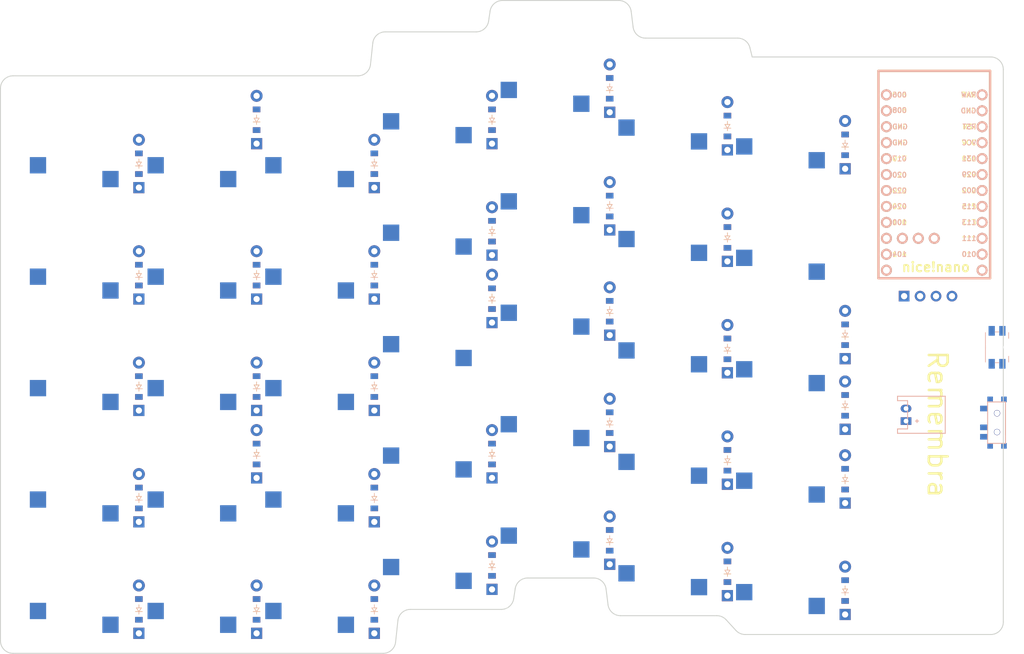
<source format=kicad_pcb>


(kicad_pcb (version 20171130) (host pcbnew 5.1.6)

  (page A3)
  (title_block
    (title "left")
    (rev "v1.0.0")
    (company "Unknown")
  )

  (general
    (thickness 1.6)
  )

  (layers
    (0 F.Cu signal)
    (31 B.Cu signal)
    (32 B.Adhes user)
    (33 F.Adhes user)
    (34 B.Paste user)
    (35 F.Paste user)
    (36 B.SilkS user)
    (37 F.SilkS user)
    (38 B.Mask user)
    (39 F.Mask user)
    (40 Dwgs.User user)
    (41 Cmts.User user)
    (42 Eco1.User user)
    (43 Eco2.User user)
    (44 Edge.Cuts user)
    (45 Margin user)
    (46 B.CrtYd user)
    (47 F.CrtYd user)
    (48 B.Fab user)
    (49 F.Fab user)
  )

  (setup
    (last_trace_width 0.25)
    (trace_clearance 0.2)
    (zone_clearance 0.508)
    (zone_45_only no)
    (trace_min 0.2)
    (via_size 0.8)
    (via_drill 0.4)
    (via_min_size 0.4)
    (via_min_drill 0.3)
    (uvia_size 0.3)
    (uvia_drill 0.1)
    (uvias_allowed no)
    (uvia_min_size 0.2)
    (uvia_min_drill 0.1)
    (edge_width 0.05)
    (segment_width 0.2)
    (pcb_text_width 0.3)
    (pcb_text_size 1.5 1.5)
    (mod_edge_width 0.12)
    (mod_text_size 1 1)
    (mod_text_width 0.15)
    (pad_size 1.524 1.524)
    (pad_drill 0.762)
    (pad_to_mask_clearance 0.05)
    (aux_axis_origin 0 0)
    (visible_elements FFFFFF7F)
    (pcbplotparams
      (layerselection 0x010fc_ffffffff)
      (usegerberextensions false)
      (usegerberattributes true)
      (usegerberadvancedattributes true)
      (creategerberjobfile true)
      (excludeedgelayer true)
      (linewidth 0.100000)
      (plotframeref false)
      (viasonmask false)
      (mode 1)
      (useauxorigin false)
      (hpglpennumber 1)
      (hpglpenspeed 20)
      (hpglpendiameter 15.000000)
      (psnegative false)
      (psa4output false)
      (plotreference true)
      (plotvalue true)
      (plotinvisibletext false)
      (padsonsilk false)
      (subtractmaskfromsilk false)
      (outputformat 1)
      (mirror false)
      (drillshape 1)
      (scaleselection 1)
      (outputdirectory ""))
  )

  (net 0 "")
(net 1 "P111")
(net 2 "seventh_mod")
(net 3 "seventh_bottom")
(net 4 "seventh_home")
(net 5 "seventh_top")
(net 6 "seventh_num")
(net 7 "P020")
(net 8 "first_mod")
(net 9 "first_bottom")
(net 10 "first_home")
(net 11 "first_top")
(net 12 "first_num")
(net 13 "P022")
(net 14 "second_mod")
(net 15 "second_bottom")
(net 16 "second_home")
(net 17 "second_top")
(net 18 "second_num")
(net 19 "P024")
(net 20 "third_mod")
(net 21 "third_bottom")
(net 22 "third_home")
(net 23 "third_top")
(net 24 "third_num")
(net 25 "P100")
(net 26 "fourth_mod")
(net 27 "fourth_bottom")
(net 28 "fourth_home")
(net 29 "fourth_top")
(net 30 "fourth_num")
(net 31 "P011")
(net 32 "fifth_mod")
(net 33 "fifth_bottom")
(net 34 "fifth_home")
(net 35 "fifth_top")
(net 36 "fifth_num")
(net 37 "P017")
(net 38 "sixth_mod")
(net 39 "sixth_bottom")
(net 40 "sixth_home")
(net 41 "sixth_top")
(net 42 "sixth_num")
(net 43 "P113")
(net 44 "P115")
(net 45 "P002")
(net 46 "P029")
(net 47 "P031")
(net 48 "RAW")
(net 49 "GND")
(net 50 "RST")
(net 51 "VCC")
(net 52 "P010")
(net 53 "P009")
(net 54 "P006")
(net 55 "P008")
(net 56 "P104")
(net 57 "P106")
(net 58 "P101")
(net 59 "P102")
(net 60 "P107")
(net 61 "P2")
(net 62 "P3")
(net 63 "pos")

  (net_class Default "This is the default net class."
    (clearance 0.2)
    (trace_width 0.25)
    (via_dia 0.8)
    (via_drill 0.4)
    (uvia_dia 0.3)
    (uvia_drill 0.1)
    (add_net "")
(add_net "P111")
(add_net "seventh_mod")
(add_net "seventh_bottom")
(add_net "seventh_home")
(add_net "seventh_top")
(add_net "seventh_num")
(add_net "P020")
(add_net "first_mod")
(add_net "first_bottom")
(add_net "first_home")
(add_net "first_top")
(add_net "first_num")
(add_net "P022")
(add_net "second_mod")
(add_net "second_bottom")
(add_net "second_home")
(add_net "second_top")
(add_net "second_num")
(add_net "P024")
(add_net "third_mod")
(add_net "third_bottom")
(add_net "third_home")
(add_net "third_top")
(add_net "third_num")
(add_net "P100")
(add_net "fourth_mod")
(add_net "fourth_bottom")
(add_net "fourth_home")
(add_net "fourth_top")
(add_net "fourth_num")
(add_net "P011")
(add_net "fifth_mod")
(add_net "fifth_bottom")
(add_net "fifth_home")
(add_net "fifth_top")
(add_net "fifth_num")
(add_net "P017")
(add_net "sixth_mod")
(add_net "sixth_bottom")
(add_net "sixth_home")
(add_net "sixth_top")
(add_net "sixth_num")
(add_net "P113")
(add_net "P115")
(add_net "P002")
(add_net "P029")
(add_net "P031")
(add_net "RAW")
(add_net "GND")
(add_net "RST")
(add_net "VCC")
(add_net "P010")
(add_net "P009")
(add_net "P006")
(add_net "P008")
(add_net "P104")
(add_net "P106")
(add_net "P101")
(add_net "P102")
(add_net "P107")
(add_net "P2")
(add_net "P3")
(add_net "pos")
  )

  
        
      (module PG1350 (layer F.Cu) (tedit 5DD50112)
      (at 100 150 180)

      
      (fp_text reference "S1" (at 0 0) (layer F.SilkS) hide (effects (font (size 1.27 1.27) (thickness 0.15))))
      (fp_text value "" (at 0 0) (layer F.SilkS) hide (effects (font (size 1.27 1.27) (thickness 0.15))))

      
      (fp_line (start -7 -6) (end -7 -7) (layer Dwgs.User) (width 0.15))
      (fp_line (start -7 7) (end -6 7) (layer Dwgs.User) (width 0.15))
      (fp_line (start -6 -7) (end -7 -7) (layer Dwgs.User) (width 0.15))
      (fp_line (start -7 7) (end -7 6) (layer Dwgs.User) (width 0.15))
      (fp_line (start 7 6) (end 7 7) (layer Dwgs.User) (width 0.15))
      (fp_line (start 7 -7) (end 6 -7) (layer Dwgs.User) (width 0.15))
      (fp_line (start 6 7) (end 7 7) (layer Dwgs.User) (width 0.15))
      (fp_line (start 7 -7) (end 7 -6) (layer Dwgs.User) (width 0.15))      
      
      
      (pad "" np_thru_hole circle (at 0 0) (size 3.429 3.429) (drill 3.429) (layers *.Cu *.Mask))
        
      
      (pad "" np_thru_hole circle (at 5.5 0) (size 1.7018 1.7018) (drill 1.7018) (layers *.Cu *.Mask))
      (pad "" np_thru_hole circle (at -5.5 0) (size 1.7018 1.7018) (drill 1.7018) (layers *.Cu *.Mask))
      
        
      
      (fp_line (start -9 -8.5) (end 9 -8.5) (layer Dwgs.User) (width 0.15))
      (fp_line (start 9 -8.5) (end 9 8.5) (layer Dwgs.User) (width 0.15))
      (fp_line (start 9 8.5) (end -9 8.5) (layer Dwgs.User) (width 0.15))
      (fp_line (start -9 8.5) (end -9 -8.5) (layer Dwgs.User) (width 0.15))
      
        
          
          (pad "" np_thru_hole circle (at 5 -3.75) (size 3 3) (drill 3) (layers *.Cu *.Mask))
          (pad "" np_thru_hole circle (at 0 -5.95) (size 3 3) (drill 3) (layers *.Cu *.Mask))
      
          
          (pad 1 smd rect (at -3.275 -5.95 180) (size 2.6 2.6) (layers B.Cu B.Paste B.Mask)  (net 1 "P111"))
          (pad 2 smd rect (at 8.275 -3.75 180) (size 2.6 2.6) (layers B.Cu B.Paste B.Mask)  (net 2 "seventh_mod"))
        )
        

        
      (module PG1350 (layer F.Cu) (tedit 5DD50112)
      (at 100 132.25 180)

      
      (fp_text reference "S2" (at 0 0) (layer F.SilkS) hide (effects (font (size 1.27 1.27) (thickness 0.15))))
      (fp_text value "" (at 0 0) (layer F.SilkS) hide (effects (font (size 1.27 1.27) (thickness 0.15))))

      
      (fp_line (start -7 -6) (end -7 -7) (layer Dwgs.User) (width 0.15))
      (fp_line (start -7 7) (end -6 7) (layer Dwgs.User) (width 0.15))
      (fp_line (start -6 -7) (end -7 -7) (layer Dwgs.User) (width 0.15))
      (fp_line (start -7 7) (end -7 6) (layer Dwgs.User) (width 0.15))
      (fp_line (start 7 6) (end 7 7) (layer Dwgs.User) (width 0.15))
      (fp_line (start 7 -7) (end 6 -7) (layer Dwgs.User) (width 0.15))
      (fp_line (start 6 7) (end 7 7) (layer Dwgs.User) (width 0.15))
      (fp_line (start 7 -7) (end 7 -6) (layer Dwgs.User) (width 0.15))      
      
      
      (pad "" np_thru_hole circle (at 0 0) (size 3.429 3.429) (drill 3.429) (layers *.Cu *.Mask))
        
      
      (pad "" np_thru_hole circle (at 5.5 0) (size 1.7018 1.7018) (drill 1.7018) (layers *.Cu *.Mask))
      (pad "" np_thru_hole circle (at -5.5 0) (size 1.7018 1.7018) (drill 1.7018) (layers *.Cu *.Mask))
      
        
      
      (fp_line (start -9 -8.5) (end 9 -8.5) (layer Dwgs.User) (width 0.15))
      (fp_line (start 9 -8.5) (end 9 8.5) (layer Dwgs.User) (width 0.15))
      (fp_line (start 9 8.5) (end -9 8.5) (layer Dwgs.User) (width 0.15))
      (fp_line (start -9 8.5) (end -9 -8.5) (layer Dwgs.User) (width 0.15))
      
        
          
          (pad "" np_thru_hole circle (at 5 -3.75) (size 3 3) (drill 3) (layers *.Cu *.Mask))
          (pad "" np_thru_hole circle (at 0 -5.95) (size 3 3) (drill 3) (layers *.Cu *.Mask))
      
          
          (pad 1 smd rect (at -3.275 -5.95 180) (size 2.6 2.6) (layers B.Cu B.Paste B.Mask)  (net 1 "P111"))
          (pad 2 smd rect (at 8.275 -3.75 180) (size 2.6 2.6) (layers B.Cu B.Paste B.Mask)  (net 3 "seventh_bottom"))
        )
        

        
      (module PG1350 (layer F.Cu) (tedit 5DD50112)
      (at 100 114.5 180)

      
      (fp_text reference "S3" (at 0 0) (layer F.SilkS) hide (effects (font (size 1.27 1.27) (thickness 0.15))))
      (fp_text value "" (at 0 0) (layer F.SilkS) hide (effects (font (size 1.27 1.27) (thickness 0.15))))

      
      (fp_line (start -7 -6) (end -7 -7) (layer Dwgs.User) (width 0.15))
      (fp_line (start -7 7) (end -6 7) (layer Dwgs.User) (width 0.15))
      (fp_line (start -6 -7) (end -7 -7) (layer Dwgs.User) (width 0.15))
      (fp_line (start -7 7) (end -7 6) (layer Dwgs.User) (width 0.15))
      (fp_line (start 7 6) (end 7 7) (layer Dwgs.User) (width 0.15))
      (fp_line (start 7 -7) (end 6 -7) (layer Dwgs.User) (width 0.15))
      (fp_line (start 6 7) (end 7 7) (layer Dwgs.User) (width 0.15))
      (fp_line (start 7 -7) (end 7 -6) (layer Dwgs.User) (width 0.15))      
      
      
      (pad "" np_thru_hole circle (at 0 0) (size 3.429 3.429) (drill 3.429) (layers *.Cu *.Mask))
        
      
      (pad "" np_thru_hole circle (at 5.5 0) (size 1.7018 1.7018) (drill 1.7018) (layers *.Cu *.Mask))
      (pad "" np_thru_hole circle (at -5.5 0) (size 1.7018 1.7018) (drill 1.7018) (layers *.Cu *.Mask))
      
        
      
      (fp_line (start -9 -8.5) (end 9 -8.5) (layer Dwgs.User) (width 0.15))
      (fp_line (start 9 -8.5) (end 9 8.5) (layer Dwgs.User) (width 0.15))
      (fp_line (start 9 8.5) (end -9 8.5) (layer Dwgs.User) (width 0.15))
      (fp_line (start -9 8.5) (end -9 -8.5) (layer Dwgs.User) (width 0.15))
      
        
          
          (pad "" np_thru_hole circle (at 5 -3.75) (size 3 3) (drill 3) (layers *.Cu *.Mask))
          (pad "" np_thru_hole circle (at 0 -5.95) (size 3 3) (drill 3) (layers *.Cu *.Mask))
      
          
          (pad 1 smd rect (at -3.275 -5.95 180) (size 2.6 2.6) (layers B.Cu B.Paste B.Mask)  (net 1 "P111"))
          (pad 2 smd rect (at 8.275 -3.75 180) (size 2.6 2.6) (layers B.Cu B.Paste B.Mask)  (net 4 "seventh_home"))
        )
        

        
      (module PG1350 (layer F.Cu) (tedit 5DD50112)
      (at 100 96.75 180)

      
      (fp_text reference "S4" (at 0 0) (layer F.SilkS) hide (effects (font (size 1.27 1.27) (thickness 0.15))))
      (fp_text value "" (at 0 0) (layer F.SilkS) hide (effects (font (size 1.27 1.27) (thickness 0.15))))

      
      (fp_line (start -7 -6) (end -7 -7) (layer Dwgs.User) (width 0.15))
      (fp_line (start -7 7) (end -6 7) (layer Dwgs.User) (width 0.15))
      (fp_line (start -6 -7) (end -7 -7) (layer Dwgs.User) (width 0.15))
      (fp_line (start -7 7) (end -7 6) (layer Dwgs.User) (width 0.15))
      (fp_line (start 7 6) (end 7 7) (layer Dwgs.User) (width 0.15))
      (fp_line (start 7 -7) (end 6 -7) (layer Dwgs.User) (width 0.15))
      (fp_line (start 6 7) (end 7 7) (layer Dwgs.User) (width 0.15))
      (fp_line (start 7 -7) (end 7 -6) (layer Dwgs.User) (width 0.15))      
      
      
      (pad "" np_thru_hole circle (at 0 0) (size 3.429 3.429) (drill 3.429) (layers *.Cu *.Mask))
        
      
      (pad "" np_thru_hole circle (at 5.5 0) (size 1.7018 1.7018) (drill 1.7018) (layers *.Cu *.Mask))
      (pad "" np_thru_hole circle (at -5.5 0) (size 1.7018 1.7018) (drill 1.7018) (layers *.Cu *.Mask))
      
        
      
      (fp_line (start -9 -8.5) (end 9 -8.5) (layer Dwgs.User) (width 0.15))
      (fp_line (start 9 -8.5) (end 9 8.5) (layer Dwgs.User) (width 0.15))
      (fp_line (start 9 8.5) (end -9 8.5) (layer Dwgs.User) (width 0.15))
      (fp_line (start -9 8.5) (end -9 -8.5) (layer Dwgs.User) (width 0.15))
      
        
          
          (pad "" np_thru_hole circle (at 5 -3.75) (size 3 3) (drill 3) (layers *.Cu *.Mask))
          (pad "" np_thru_hole circle (at 0 -5.95) (size 3 3) (drill 3) (layers *.Cu *.Mask))
      
          
          (pad 1 smd rect (at -3.275 -5.95 180) (size 2.6 2.6) (layers B.Cu B.Paste B.Mask)  (net 1 "P111"))
          (pad 2 smd rect (at 8.275 -3.75 180) (size 2.6 2.6) (layers B.Cu B.Paste B.Mask)  (net 5 "seventh_top"))
        )
        

        
      (module PG1350 (layer F.Cu) (tedit 5DD50112)
      (at 100 79 180)

      
      (fp_text reference "S5" (at 0 0) (layer F.SilkS) hide (effects (font (size 1.27 1.27) (thickness 0.15))))
      (fp_text value "" (at 0 0) (layer F.SilkS) hide (effects (font (size 1.27 1.27) (thickness 0.15))))

      
      (fp_line (start -7 -6) (end -7 -7) (layer Dwgs.User) (width 0.15))
      (fp_line (start -7 7) (end -6 7) (layer Dwgs.User) (width 0.15))
      (fp_line (start -6 -7) (end -7 -7) (layer Dwgs.User) (width 0.15))
      (fp_line (start -7 7) (end -7 6) (layer Dwgs.User) (width 0.15))
      (fp_line (start 7 6) (end 7 7) (layer Dwgs.User) (width 0.15))
      (fp_line (start 7 -7) (end 6 -7) (layer Dwgs.User) (width 0.15))
      (fp_line (start 6 7) (end 7 7) (layer Dwgs.User) (width 0.15))
      (fp_line (start 7 -7) (end 7 -6) (layer Dwgs.User) (width 0.15))      
      
      
      (pad "" np_thru_hole circle (at 0 0) (size 3.429 3.429) (drill 3.429) (layers *.Cu *.Mask))
        
      
      (pad "" np_thru_hole circle (at 5.5 0) (size 1.7018 1.7018) (drill 1.7018) (layers *.Cu *.Mask))
      (pad "" np_thru_hole circle (at -5.5 0) (size 1.7018 1.7018) (drill 1.7018) (layers *.Cu *.Mask))
      
        
      
      (fp_line (start -9 -8.5) (end 9 -8.5) (layer Dwgs.User) (width 0.15))
      (fp_line (start 9 -8.5) (end 9 8.5) (layer Dwgs.User) (width 0.15))
      (fp_line (start 9 8.5) (end -9 8.5) (layer Dwgs.User) (width 0.15))
      (fp_line (start -9 8.5) (end -9 -8.5) (layer Dwgs.User) (width 0.15))
      
        
          
          (pad "" np_thru_hole circle (at 5 -3.75) (size 3 3) (drill 3) (layers *.Cu *.Mask))
          (pad "" np_thru_hole circle (at 0 -5.95) (size 3 3) (drill 3) (layers *.Cu *.Mask))
      
          
          (pad 1 smd rect (at -3.275 -5.95 180) (size 2.6 2.6) (layers B.Cu B.Paste B.Mask)  (net 1 "P111"))
          (pad 2 smd rect (at 8.275 -3.75 180) (size 2.6 2.6) (layers B.Cu B.Paste B.Mask)  (net 6 "seventh_num"))
        )
        

        
      (module PG1350 (layer F.Cu) (tedit 5DD50112)
      (at 118.75 150 180)

      
      (fp_text reference "S6" (at 0 0) (layer F.SilkS) hide (effects (font (size 1.27 1.27) (thickness 0.15))))
      (fp_text value "" (at 0 0) (layer F.SilkS) hide (effects (font (size 1.27 1.27) (thickness 0.15))))

      
      (fp_line (start -7 -6) (end -7 -7) (layer Dwgs.User) (width 0.15))
      (fp_line (start -7 7) (end -6 7) (layer Dwgs.User) (width 0.15))
      (fp_line (start -6 -7) (end -7 -7) (layer Dwgs.User) (width 0.15))
      (fp_line (start -7 7) (end -7 6) (layer Dwgs.User) (width 0.15))
      (fp_line (start 7 6) (end 7 7) (layer Dwgs.User) (width 0.15))
      (fp_line (start 7 -7) (end 6 -7) (layer Dwgs.User) (width 0.15))
      (fp_line (start 6 7) (end 7 7) (layer Dwgs.User) (width 0.15))
      (fp_line (start 7 -7) (end 7 -6) (layer Dwgs.User) (width 0.15))      
      
      
      (pad "" np_thru_hole circle (at 0 0) (size 3.429 3.429) (drill 3.429) (layers *.Cu *.Mask))
        
      
      (pad "" np_thru_hole circle (at 5.5 0) (size 1.7018 1.7018) (drill 1.7018) (layers *.Cu *.Mask))
      (pad "" np_thru_hole circle (at -5.5 0) (size 1.7018 1.7018) (drill 1.7018) (layers *.Cu *.Mask))
      
        
      
      (fp_line (start -9 -8.5) (end 9 -8.5) (layer Dwgs.User) (width 0.15))
      (fp_line (start 9 -8.5) (end 9 8.5) (layer Dwgs.User) (width 0.15))
      (fp_line (start 9 8.5) (end -9 8.5) (layer Dwgs.User) (width 0.15))
      (fp_line (start -9 8.5) (end -9 -8.5) (layer Dwgs.User) (width 0.15))
      
        
          
          (pad "" np_thru_hole circle (at 5 -3.75) (size 3 3) (drill 3) (layers *.Cu *.Mask))
          (pad "" np_thru_hole circle (at 0 -5.95) (size 3 3) (drill 3) (layers *.Cu *.Mask))
      
          
          (pad 1 smd rect (at -3.275 -5.95 180) (size 2.6 2.6) (layers B.Cu B.Paste B.Mask)  (net 7 "P020"))
          (pad 2 smd rect (at 8.275 -3.75 180) (size 2.6 2.6) (layers B.Cu B.Paste B.Mask)  (net 8 "first_mod"))
        )
        

        
      (module PG1350 (layer F.Cu) (tedit 5DD50112)
      (at 118.75 132.25 180)

      
      (fp_text reference "S7" (at 0 0) (layer F.SilkS) hide (effects (font (size 1.27 1.27) (thickness 0.15))))
      (fp_text value "" (at 0 0) (layer F.SilkS) hide (effects (font (size 1.27 1.27) (thickness 0.15))))

      
      (fp_line (start -7 -6) (end -7 -7) (layer Dwgs.User) (width 0.15))
      (fp_line (start -7 7) (end -6 7) (layer Dwgs.User) (width 0.15))
      (fp_line (start -6 -7) (end -7 -7) (layer Dwgs.User) (width 0.15))
      (fp_line (start -7 7) (end -7 6) (layer Dwgs.User) (width 0.15))
      (fp_line (start 7 6) (end 7 7) (layer Dwgs.User) (width 0.15))
      (fp_line (start 7 -7) (end 6 -7) (layer Dwgs.User) (width 0.15))
      (fp_line (start 6 7) (end 7 7) (layer Dwgs.User) (width 0.15))
      (fp_line (start 7 -7) (end 7 -6) (layer Dwgs.User) (width 0.15))      
      
      
      (pad "" np_thru_hole circle (at 0 0) (size 3.429 3.429) (drill 3.429) (layers *.Cu *.Mask))
        
      
      (pad "" np_thru_hole circle (at 5.5 0) (size 1.7018 1.7018) (drill 1.7018) (layers *.Cu *.Mask))
      (pad "" np_thru_hole circle (at -5.5 0) (size 1.7018 1.7018) (drill 1.7018) (layers *.Cu *.Mask))
      
        
      
      (fp_line (start -9 -8.5) (end 9 -8.5) (layer Dwgs.User) (width 0.15))
      (fp_line (start 9 -8.5) (end 9 8.5) (layer Dwgs.User) (width 0.15))
      (fp_line (start 9 8.5) (end -9 8.5) (layer Dwgs.User) (width 0.15))
      (fp_line (start -9 8.5) (end -9 -8.5) (layer Dwgs.User) (width 0.15))
      
        
          
          (pad "" np_thru_hole circle (at 5 -3.75) (size 3 3) (drill 3) (layers *.Cu *.Mask))
          (pad "" np_thru_hole circle (at 0 -5.95) (size 3 3) (drill 3) (layers *.Cu *.Mask))
      
          
          (pad 1 smd rect (at -3.275 -5.95 180) (size 2.6 2.6) (layers B.Cu B.Paste B.Mask)  (net 7 "P020"))
          (pad 2 smd rect (at 8.275 -3.75 180) (size 2.6 2.6) (layers B.Cu B.Paste B.Mask)  (net 9 "first_bottom"))
        )
        

        
      (module PG1350 (layer F.Cu) (tedit 5DD50112)
      (at 118.75 114.5 180)

      
      (fp_text reference "S8" (at 0 0) (layer F.SilkS) hide (effects (font (size 1.27 1.27) (thickness 0.15))))
      (fp_text value "" (at 0 0) (layer F.SilkS) hide (effects (font (size 1.27 1.27) (thickness 0.15))))

      
      (fp_line (start -7 -6) (end -7 -7) (layer Dwgs.User) (width 0.15))
      (fp_line (start -7 7) (end -6 7) (layer Dwgs.User) (width 0.15))
      (fp_line (start -6 -7) (end -7 -7) (layer Dwgs.User) (width 0.15))
      (fp_line (start -7 7) (end -7 6) (layer Dwgs.User) (width 0.15))
      (fp_line (start 7 6) (end 7 7) (layer Dwgs.User) (width 0.15))
      (fp_line (start 7 -7) (end 6 -7) (layer Dwgs.User) (width 0.15))
      (fp_line (start 6 7) (end 7 7) (layer Dwgs.User) (width 0.15))
      (fp_line (start 7 -7) (end 7 -6) (layer Dwgs.User) (width 0.15))      
      
      
      (pad "" np_thru_hole circle (at 0 0) (size 3.429 3.429) (drill 3.429) (layers *.Cu *.Mask))
        
      
      (pad "" np_thru_hole circle (at 5.5 0) (size 1.7018 1.7018) (drill 1.7018) (layers *.Cu *.Mask))
      (pad "" np_thru_hole circle (at -5.5 0) (size 1.7018 1.7018) (drill 1.7018) (layers *.Cu *.Mask))
      
        
      
      (fp_line (start -9 -8.5) (end 9 -8.5) (layer Dwgs.User) (width 0.15))
      (fp_line (start 9 -8.5) (end 9 8.5) (layer Dwgs.User) (width 0.15))
      (fp_line (start 9 8.5) (end -9 8.5) (layer Dwgs.User) (width 0.15))
      (fp_line (start -9 8.5) (end -9 -8.5) (layer Dwgs.User) (width 0.15))
      
        
          
          (pad "" np_thru_hole circle (at 5 -3.75) (size 3 3) (drill 3) (layers *.Cu *.Mask))
          (pad "" np_thru_hole circle (at 0 -5.95) (size 3 3) (drill 3) (layers *.Cu *.Mask))
      
          
          (pad 1 smd rect (at -3.275 -5.95 180) (size 2.6 2.6) (layers B.Cu B.Paste B.Mask)  (net 7 "P020"))
          (pad 2 smd rect (at 8.275 -3.75 180) (size 2.6 2.6) (layers B.Cu B.Paste B.Mask)  (net 10 "first_home"))
        )
        

        
      (module PG1350 (layer F.Cu) (tedit 5DD50112)
      (at 118.75 96.75 180)

      
      (fp_text reference "S9" (at 0 0) (layer F.SilkS) hide (effects (font (size 1.27 1.27) (thickness 0.15))))
      (fp_text value "" (at 0 0) (layer F.SilkS) hide (effects (font (size 1.27 1.27) (thickness 0.15))))

      
      (fp_line (start -7 -6) (end -7 -7) (layer Dwgs.User) (width 0.15))
      (fp_line (start -7 7) (end -6 7) (layer Dwgs.User) (width 0.15))
      (fp_line (start -6 -7) (end -7 -7) (layer Dwgs.User) (width 0.15))
      (fp_line (start -7 7) (end -7 6) (layer Dwgs.User) (width 0.15))
      (fp_line (start 7 6) (end 7 7) (layer Dwgs.User) (width 0.15))
      (fp_line (start 7 -7) (end 6 -7) (layer Dwgs.User) (width 0.15))
      (fp_line (start 6 7) (end 7 7) (layer Dwgs.User) (width 0.15))
      (fp_line (start 7 -7) (end 7 -6) (layer Dwgs.User) (width 0.15))      
      
      
      (pad "" np_thru_hole circle (at 0 0) (size 3.429 3.429) (drill 3.429) (layers *.Cu *.Mask))
        
      
      (pad "" np_thru_hole circle (at 5.5 0) (size 1.7018 1.7018) (drill 1.7018) (layers *.Cu *.Mask))
      (pad "" np_thru_hole circle (at -5.5 0) (size 1.7018 1.7018) (drill 1.7018) (layers *.Cu *.Mask))
      
        
      
      (fp_line (start -9 -8.5) (end 9 -8.5) (layer Dwgs.User) (width 0.15))
      (fp_line (start 9 -8.5) (end 9 8.5) (layer Dwgs.User) (width 0.15))
      (fp_line (start 9 8.5) (end -9 8.5) (layer Dwgs.User) (width 0.15))
      (fp_line (start -9 8.5) (end -9 -8.5) (layer Dwgs.User) (width 0.15))
      
        
          
          (pad "" np_thru_hole circle (at 5 -3.75) (size 3 3) (drill 3) (layers *.Cu *.Mask))
          (pad "" np_thru_hole circle (at 0 -5.95) (size 3 3) (drill 3) (layers *.Cu *.Mask))
      
          
          (pad 1 smd rect (at -3.275 -5.95 180) (size 2.6 2.6) (layers B.Cu B.Paste B.Mask)  (net 7 "P020"))
          (pad 2 smd rect (at 8.275 -3.75 180) (size 2.6 2.6) (layers B.Cu B.Paste B.Mask)  (net 11 "first_top"))
        )
        

        
      (module PG1350 (layer F.Cu) (tedit 5DD50112)
      (at 118.75 79 180)

      
      (fp_text reference "S10" (at 0 0) (layer F.SilkS) hide (effects (font (size 1.27 1.27) (thickness 0.15))))
      (fp_text value "" (at 0 0) (layer F.SilkS) hide (effects (font (size 1.27 1.27) (thickness 0.15))))

      
      (fp_line (start -7 -6) (end -7 -7) (layer Dwgs.User) (width 0.15))
      (fp_line (start -7 7) (end -6 7) (layer Dwgs.User) (width 0.15))
      (fp_line (start -6 -7) (end -7 -7) (layer Dwgs.User) (width 0.15))
      (fp_line (start -7 7) (end -7 6) (layer Dwgs.User) (width 0.15))
      (fp_line (start 7 6) (end 7 7) (layer Dwgs.User) (width 0.15))
      (fp_line (start 7 -7) (end 6 -7) (layer Dwgs.User) (width 0.15))
      (fp_line (start 6 7) (end 7 7) (layer Dwgs.User) (width 0.15))
      (fp_line (start 7 -7) (end 7 -6) (layer Dwgs.User) (width 0.15))      
      
      
      (pad "" np_thru_hole circle (at 0 0) (size 3.429 3.429) (drill 3.429) (layers *.Cu *.Mask))
        
      
      (pad "" np_thru_hole circle (at 5.5 0) (size 1.7018 1.7018) (drill 1.7018) (layers *.Cu *.Mask))
      (pad "" np_thru_hole circle (at -5.5 0) (size 1.7018 1.7018) (drill 1.7018) (layers *.Cu *.Mask))
      
        
      
      (fp_line (start -9 -8.5) (end 9 -8.5) (layer Dwgs.User) (width 0.15))
      (fp_line (start 9 -8.5) (end 9 8.5) (layer Dwgs.User) (width 0.15))
      (fp_line (start 9 8.5) (end -9 8.5) (layer Dwgs.User) (width 0.15))
      (fp_line (start -9 8.5) (end -9 -8.5) (layer Dwgs.User) (width 0.15))
      
        
          
          (pad "" np_thru_hole circle (at 5 -3.75) (size 3 3) (drill 3) (layers *.Cu *.Mask))
          (pad "" np_thru_hole circle (at 0 -5.95) (size 3 3) (drill 3) (layers *.Cu *.Mask))
      
          
          (pad 1 smd rect (at -3.275 -5.95 180) (size 2.6 2.6) (layers B.Cu B.Paste B.Mask)  (net 7 "P020"))
          (pad 2 smd rect (at 8.275 -3.75 180) (size 2.6 2.6) (layers B.Cu B.Paste B.Mask)  (net 12 "first_num"))
        )
        

        
      (module PG1350 (layer F.Cu) (tedit 5DD50112)
      (at 137.5 150 180)

      
      (fp_text reference "S11" (at 0 0) (layer F.SilkS) hide (effects (font (size 1.27 1.27) (thickness 0.15))))
      (fp_text value "" (at 0 0) (layer F.SilkS) hide (effects (font (size 1.27 1.27) (thickness 0.15))))

      
      (fp_line (start -7 -6) (end -7 -7) (layer Dwgs.User) (width 0.15))
      (fp_line (start -7 7) (end -6 7) (layer Dwgs.User) (width 0.15))
      (fp_line (start -6 -7) (end -7 -7) (layer Dwgs.User) (width 0.15))
      (fp_line (start -7 7) (end -7 6) (layer Dwgs.User) (width 0.15))
      (fp_line (start 7 6) (end 7 7) (layer Dwgs.User) (width 0.15))
      (fp_line (start 7 -7) (end 6 -7) (layer Dwgs.User) (width 0.15))
      (fp_line (start 6 7) (end 7 7) (layer Dwgs.User) (width 0.15))
      (fp_line (start 7 -7) (end 7 -6) (layer Dwgs.User) (width 0.15))      
      
      
      (pad "" np_thru_hole circle (at 0 0) (size 3.429 3.429) (drill 3.429) (layers *.Cu *.Mask))
        
      
      (pad "" np_thru_hole circle (at 5.5 0) (size 1.7018 1.7018) (drill 1.7018) (layers *.Cu *.Mask))
      (pad "" np_thru_hole circle (at -5.5 0) (size 1.7018 1.7018) (drill 1.7018) (layers *.Cu *.Mask))
      
        
      
      (fp_line (start -9 -8.5) (end 9 -8.5) (layer Dwgs.User) (width 0.15))
      (fp_line (start 9 -8.5) (end 9 8.5) (layer Dwgs.User) (width 0.15))
      (fp_line (start 9 8.5) (end -9 8.5) (layer Dwgs.User) (width 0.15))
      (fp_line (start -9 8.5) (end -9 -8.5) (layer Dwgs.User) (width 0.15))
      
        
          
          (pad "" np_thru_hole circle (at 5 -3.75) (size 3 3) (drill 3) (layers *.Cu *.Mask))
          (pad "" np_thru_hole circle (at 0 -5.95) (size 3 3) (drill 3) (layers *.Cu *.Mask))
      
          
          (pad 1 smd rect (at -3.275 -5.95 180) (size 2.6 2.6) (layers B.Cu B.Paste B.Mask)  (net 13 "P022"))
          (pad 2 smd rect (at 8.275 -3.75 180) (size 2.6 2.6) (layers B.Cu B.Paste B.Mask)  (net 14 "second_mod"))
        )
        

        
      (module PG1350 (layer F.Cu) (tedit 5DD50112)
      (at 137.5 132.25 180)

      
      (fp_text reference "S12" (at 0 0) (layer F.SilkS) hide (effects (font (size 1.27 1.27) (thickness 0.15))))
      (fp_text value "" (at 0 0) (layer F.SilkS) hide (effects (font (size 1.27 1.27) (thickness 0.15))))

      
      (fp_line (start -7 -6) (end -7 -7) (layer Dwgs.User) (width 0.15))
      (fp_line (start -7 7) (end -6 7) (layer Dwgs.User) (width 0.15))
      (fp_line (start -6 -7) (end -7 -7) (layer Dwgs.User) (width 0.15))
      (fp_line (start -7 7) (end -7 6) (layer Dwgs.User) (width 0.15))
      (fp_line (start 7 6) (end 7 7) (layer Dwgs.User) (width 0.15))
      (fp_line (start 7 -7) (end 6 -7) (layer Dwgs.User) (width 0.15))
      (fp_line (start 6 7) (end 7 7) (layer Dwgs.User) (width 0.15))
      (fp_line (start 7 -7) (end 7 -6) (layer Dwgs.User) (width 0.15))      
      
      
      (pad "" np_thru_hole circle (at 0 0) (size 3.429 3.429) (drill 3.429) (layers *.Cu *.Mask))
        
      
      (pad "" np_thru_hole circle (at 5.5 0) (size 1.7018 1.7018) (drill 1.7018) (layers *.Cu *.Mask))
      (pad "" np_thru_hole circle (at -5.5 0) (size 1.7018 1.7018) (drill 1.7018) (layers *.Cu *.Mask))
      
        
      
      (fp_line (start -9 -8.5) (end 9 -8.5) (layer Dwgs.User) (width 0.15))
      (fp_line (start 9 -8.5) (end 9 8.5) (layer Dwgs.User) (width 0.15))
      (fp_line (start 9 8.5) (end -9 8.5) (layer Dwgs.User) (width 0.15))
      (fp_line (start -9 8.5) (end -9 -8.5) (layer Dwgs.User) (width 0.15))
      
        
          
          (pad "" np_thru_hole circle (at 5 -3.75) (size 3 3) (drill 3) (layers *.Cu *.Mask))
          (pad "" np_thru_hole circle (at 0 -5.95) (size 3 3) (drill 3) (layers *.Cu *.Mask))
      
          
          (pad 1 smd rect (at -3.275 -5.95 180) (size 2.6 2.6) (layers B.Cu B.Paste B.Mask)  (net 13 "P022"))
          (pad 2 smd rect (at 8.275 -3.75 180) (size 2.6 2.6) (layers B.Cu B.Paste B.Mask)  (net 15 "second_bottom"))
        )
        

        
      (module PG1350 (layer F.Cu) (tedit 5DD50112)
      (at 137.5 114.5 180)

      
      (fp_text reference "S13" (at 0 0) (layer F.SilkS) hide (effects (font (size 1.27 1.27) (thickness 0.15))))
      (fp_text value "" (at 0 0) (layer F.SilkS) hide (effects (font (size 1.27 1.27) (thickness 0.15))))

      
      (fp_line (start -7 -6) (end -7 -7) (layer Dwgs.User) (width 0.15))
      (fp_line (start -7 7) (end -6 7) (layer Dwgs.User) (width 0.15))
      (fp_line (start -6 -7) (end -7 -7) (layer Dwgs.User) (width 0.15))
      (fp_line (start -7 7) (end -7 6) (layer Dwgs.User) (width 0.15))
      (fp_line (start 7 6) (end 7 7) (layer Dwgs.User) (width 0.15))
      (fp_line (start 7 -7) (end 6 -7) (layer Dwgs.User) (width 0.15))
      (fp_line (start 6 7) (end 7 7) (layer Dwgs.User) (width 0.15))
      (fp_line (start 7 -7) (end 7 -6) (layer Dwgs.User) (width 0.15))      
      
      
      (pad "" np_thru_hole circle (at 0 0) (size 3.429 3.429) (drill 3.429) (layers *.Cu *.Mask))
        
      
      (pad "" np_thru_hole circle (at 5.5 0) (size 1.7018 1.7018) (drill 1.7018) (layers *.Cu *.Mask))
      (pad "" np_thru_hole circle (at -5.5 0) (size 1.7018 1.7018) (drill 1.7018) (layers *.Cu *.Mask))
      
        
      
      (fp_line (start -9 -8.5) (end 9 -8.5) (layer Dwgs.User) (width 0.15))
      (fp_line (start 9 -8.5) (end 9 8.5) (layer Dwgs.User) (width 0.15))
      (fp_line (start 9 8.5) (end -9 8.5) (layer Dwgs.User) (width 0.15))
      (fp_line (start -9 8.5) (end -9 -8.5) (layer Dwgs.User) (width 0.15))
      
        
          
          (pad "" np_thru_hole circle (at 5 -3.75) (size 3 3) (drill 3) (layers *.Cu *.Mask))
          (pad "" np_thru_hole circle (at 0 -5.95) (size 3 3) (drill 3) (layers *.Cu *.Mask))
      
          
          (pad 1 smd rect (at -3.275 -5.95 180) (size 2.6 2.6) (layers B.Cu B.Paste B.Mask)  (net 13 "P022"))
          (pad 2 smd rect (at 8.275 -3.75 180) (size 2.6 2.6) (layers B.Cu B.Paste B.Mask)  (net 16 "second_home"))
        )
        

        
      (module PG1350 (layer F.Cu) (tedit 5DD50112)
      (at 137.5 96.75 180)

      
      (fp_text reference "S14" (at 0 0) (layer F.SilkS) hide (effects (font (size 1.27 1.27) (thickness 0.15))))
      (fp_text value "" (at 0 0) (layer F.SilkS) hide (effects (font (size 1.27 1.27) (thickness 0.15))))

      
      (fp_line (start -7 -6) (end -7 -7) (layer Dwgs.User) (width 0.15))
      (fp_line (start -7 7) (end -6 7) (layer Dwgs.User) (width 0.15))
      (fp_line (start -6 -7) (end -7 -7) (layer Dwgs.User) (width 0.15))
      (fp_line (start -7 7) (end -7 6) (layer Dwgs.User) (width 0.15))
      (fp_line (start 7 6) (end 7 7) (layer Dwgs.User) (width 0.15))
      (fp_line (start 7 -7) (end 6 -7) (layer Dwgs.User) (width 0.15))
      (fp_line (start 6 7) (end 7 7) (layer Dwgs.User) (width 0.15))
      (fp_line (start 7 -7) (end 7 -6) (layer Dwgs.User) (width 0.15))      
      
      
      (pad "" np_thru_hole circle (at 0 0) (size 3.429 3.429) (drill 3.429) (layers *.Cu *.Mask))
        
      
      (pad "" np_thru_hole circle (at 5.5 0) (size 1.7018 1.7018) (drill 1.7018) (layers *.Cu *.Mask))
      (pad "" np_thru_hole circle (at -5.5 0) (size 1.7018 1.7018) (drill 1.7018) (layers *.Cu *.Mask))
      
        
      
      (fp_line (start -9 -8.5) (end 9 -8.5) (layer Dwgs.User) (width 0.15))
      (fp_line (start 9 -8.5) (end 9 8.5) (layer Dwgs.User) (width 0.15))
      (fp_line (start 9 8.5) (end -9 8.5) (layer Dwgs.User) (width 0.15))
      (fp_line (start -9 8.5) (end -9 -8.5) (layer Dwgs.User) (width 0.15))
      
        
          
          (pad "" np_thru_hole circle (at 5 -3.75) (size 3 3) (drill 3) (layers *.Cu *.Mask))
          (pad "" np_thru_hole circle (at 0 -5.95) (size 3 3) (drill 3) (layers *.Cu *.Mask))
      
          
          (pad 1 smd rect (at -3.275 -5.95 180) (size 2.6 2.6) (layers B.Cu B.Paste B.Mask)  (net 13 "P022"))
          (pad 2 smd rect (at 8.275 -3.75 180) (size 2.6 2.6) (layers B.Cu B.Paste B.Mask)  (net 17 "second_top"))
        )
        

        
      (module PG1350 (layer F.Cu) (tedit 5DD50112)
      (at 137.5 79 180)

      
      (fp_text reference "S15" (at 0 0) (layer F.SilkS) hide (effects (font (size 1.27 1.27) (thickness 0.15))))
      (fp_text value "" (at 0 0) (layer F.SilkS) hide (effects (font (size 1.27 1.27) (thickness 0.15))))

      
      (fp_line (start -7 -6) (end -7 -7) (layer Dwgs.User) (width 0.15))
      (fp_line (start -7 7) (end -6 7) (layer Dwgs.User) (width 0.15))
      (fp_line (start -6 -7) (end -7 -7) (layer Dwgs.User) (width 0.15))
      (fp_line (start -7 7) (end -7 6) (layer Dwgs.User) (width 0.15))
      (fp_line (start 7 6) (end 7 7) (layer Dwgs.User) (width 0.15))
      (fp_line (start 7 -7) (end 6 -7) (layer Dwgs.User) (width 0.15))
      (fp_line (start 6 7) (end 7 7) (layer Dwgs.User) (width 0.15))
      (fp_line (start 7 -7) (end 7 -6) (layer Dwgs.User) (width 0.15))      
      
      
      (pad "" np_thru_hole circle (at 0 0) (size 3.429 3.429) (drill 3.429) (layers *.Cu *.Mask))
        
      
      (pad "" np_thru_hole circle (at 5.5 0) (size 1.7018 1.7018) (drill 1.7018) (layers *.Cu *.Mask))
      (pad "" np_thru_hole circle (at -5.5 0) (size 1.7018 1.7018) (drill 1.7018) (layers *.Cu *.Mask))
      
        
      
      (fp_line (start -9 -8.5) (end 9 -8.5) (layer Dwgs.User) (width 0.15))
      (fp_line (start 9 -8.5) (end 9 8.5) (layer Dwgs.User) (width 0.15))
      (fp_line (start 9 8.5) (end -9 8.5) (layer Dwgs.User) (width 0.15))
      (fp_line (start -9 8.5) (end -9 -8.5) (layer Dwgs.User) (width 0.15))
      
        
          
          (pad "" np_thru_hole circle (at 5 -3.75) (size 3 3) (drill 3) (layers *.Cu *.Mask))
          (pad "" np_thru_hole circle (at 0 -5.95) (size 3 3) (drill 3) (layers *.Cu *.Mask))
      
          
          (pad 1 smd rect (at -3.275 -5.95 180) (size 2.6 2.6) (layers B.Cu B.Paste B.Mask)  (net 13 "P022"))
          (pad 2 smd rect (at 8.275 -3.75 180) (size 2.6 2.6) (layers B.Cu B.Paste B.Mask)  (net 18 "second_num"))
        )
        

        
      (module PG1350 (layer F.Cu) (tedit 5DD50112)
      (at 156.25 143 180)

      
      (fp_text reference "S16" (at 0 0) (layer F.SilkS) hide (effects (font (size 1.27 1.27) (thickness 0.15))))
      (fp_text value "" (at 0 0) (layer F.SilkS) hide (effects (font (size 1.27 1.27) (thickness 0.15))))

      
      (fp_line (start -7 -6) (end -7 -7) (layer Dwgs.User) (width 0.15))
      (fp_line (start -7 7) (end -6 7) (layer Dwgs.User) (width 0.15))
      (fp_line (start -6 -7) (end -7 -7) (layer Dwgs.User) (width 0.15))
      (fp_line (start -7 7) (end -7 6) (layer Dwgs.User) (width 0.15))
      (fp_line (start 7 6) (end 7 7) (layer Dwgs.User) (width 0.15))
      (fp_line (start 7 -7) (end 6 -7) (layer Dwgs.User) (width 0.15))
      (fp_line (start 6 7) (end 7 7) (layer Dwgs.User) (width 0.15))
      (fp_line (start 7 -7) (end 7 -6) (layer Dwgs.User) (width 0.15))      
      
      
      (pad "" np_thru_hole circle (at 0 0) (size 3.429 3.429) (drill 3.429) (layers *.Cu *.Mask))
        
      
      (pad "" np_thru_hole circle (at 5.5 0) (size 1.7018 1.7018) (drill 1.7018) (layers *.Cu *.Mask))
      (pad "" np_thru_hole circle (at -5.5 0) (size 1.7018 1.7018) (drill 1.7018) (layers *.Cu *.Mask))
      
        
      
      (fp_line (start -9 -8.5) (end 9 -8.5) (layer Dwgs.User) (width 0.15))
      (fp_line (start 9 -8.5) (end 9 8.5) (layer Dwgs.User) (width 0.15))
      (fp_line (start 9 8.5) (end -9 8.5) (layer Dwgs.User) (width 0.15))
      (fp_line (start -9 8.5) (end -9 -8.5) (layer Dwgs.User) (width 0.15))
      
        
          
          (pad "" np_thru_hole circle (at 5 -3.75) (size 3 3) (drill 3) (layers *.Cu *.Mask))
          (pad "" np_thru_hole circle (at 0 -5.95) (size 3 3) (drill 3) (layers *.Cu *.Mask))
      
          
          (pad 1 smd rect (at -3.275 -5.95 180) (size 2.6 2.6) (layers B.Cu B.Paste B.Mask)  (net 19 "P024"))
          (pad 2 smd rect (at 8.275 -3.75 180) (size 2.6 2.6) (layers B.Cu B.Paste B.Mask)  (net 20 "third_mod"))
        )
        

        
      (module PG1350 (layer F.Cu) (tedit 5DD50112)
      (at 156.25 125.25 180)

      
      (fp_text reference "S17" (at 0 0) (layer F.SilkS) hide (effects (font (size 1.27 1.27) (thickness 0.15))))
      (fp_text value "" (at 0 0) (layer F.SilkS) hide (effects (font (size 1.27 1.27) (thickness 0.15))))

      
      (fp_line (start -7 -6) (end -7 -7) (layer Dwgs.User) (width 0.15))
      (fp_line (start -7 7) (end -6 7) (layer Dwgs.User) (width 0.15))
      (fp_line (start -6 -7) (end -7 -7) (layer Dwgs.User) (width 0.15))
      (fp_line (start -7 7) (end -7 6) (layer Dwgs.User) (width 0.15))
      (fp_line (start 7 6) (end 7 7) (layer Dwgs.User) (width 0.15))
      (fp_line (start 7 -7) (end 6 -7) (layer Dwgs.User) (width 0.15))
      (fp_line (start 6 7) (end 7 7) (layer Dwgs.User) (width 0.15))
      (fp_line (start 7 -7) (end 7 -6) (layer Dwgs.User) (width 0.15))      
      
      
      (pad "" np_thru_hole circle (at 0 0) (size 3.429 3.429) (drill 3.429) (layers *.Cu *.Mask))
        
      
      (pad "" np_thru_hole circle (at 5.5 0) (size 1.7018 1.7018) (drill 1.7018) (layers *.Cu *.Mask))
      (pad "" np_thru_hole circle (at -5.5 0) (size 1.7018 1.7018) (drill 1.7018) (layers *.Cu *.Mask))
      
        
      
      (fp_line (start -9 -8.5) (end 9 -8.5) (layer Dwgs.User) (width 0.15))
      (fp_line (start 9 -8.5) (end 9 8.5) (layer Dwgs.User) (width 0.15))
      (fp_line (start 9 8.5) (end -9 8.5) (layer Dwgs.User) (width 0.15))
      (fp_line (start -9 8.5) (end -9 -8.5) (layer Dwgs.User) (width 0.15))
      
        
          
          (pad "" np_thru_hole circle (at 5 -3.75) (size 3 3) (drill 3) (layers *.Cu *.Mask))
          (pad "" np_thru_hole circle (at 0 -5.95) (size 3 3) (drill 3) (layers *.Cu *.Mask))
      
          
          (pad 1 smd rect (at -3.275 -5.95 180) (size 2.6 2.6) (layers B.Cu B.Paste B.Mask)  (net 19 "P024"))
          (pad 2 smd rect (at 8.275 -3.75 180) (size 2.6 2.6) (layers B.Cu B.Paste B.Mask)  (net 21 "third_bottom"))
        )
        

        
      (module PG1350 (layer F.Cu) (tedit 5DD50112)
      (at 156.25 107.5 180)

      
      (fp_text reference "S18" (at 0 0) (layer F.SilkS) hide (effects (font (size 1.27 1.27) (thickness 0.15))))
      (fp_text value "" (at 0 0) (layer F.SilkS) hide (effects (font (size 1.27 1.27) (thickness 0.15))))

      
      (fp_line (start -7 -6) (end -7 -7) (layer Dwgs.User) (width 0.15))
      (fp_line (start -7 7) (end -6 7) (layer Dwgs.User) (width 0.15))
      (fp_line (start -6 -7) (end -7 -7) (layer Dwgs.User) (width 0.15))
      (fp_line (start -7 7) (end -7 6) (layer Dwgs.User) (width 0.15))
      (fp_line (start 7 6) (end 7 7) (layer Dwgs.User) (width 0.15))
      (fp_line (start 7 -7) (end 6 -7) (layer Dwgs.User) (width 0.15))
      (fp_line (start 6 7) (end 7 7) (layer Dwgs.User) (width 0.15))
      (fp_line (start 7 -7) (end 7 -6) (layer Dwgs.User) (width 0.15))      
      
      
      (pad "" np_thru_hole circle (at 0 0) (size 3.429 3.429) (drill 3.429) (layers *.Cu *.Mask))
        
      
      (pad "" np_thru_hole circle (at 5.5 0) (size 1.7018 1.7018) (drill 1.7018) (layers *.Cu *.Mask))
      (pad "" np_thru_hole circle (at -5.5 0) (size 1.7018 1.7018) (drill 1.7018) (layers *.Cu *.Mask))
      
        
      
      (fp_line (start -9 -8.5) (end 9 -8.5) (layer Dwgs.User) (width 0.15))
      (fp_line (start 9 -8.5) (end 9 8.5) (layer Dwgs.User) (width 0.15))
      (fp_line (start 9 8.5) (end -9 8.5) (layer Dwgs.User) (width 0.15))
      (fp_line (start -9 8.5) (end -9 -8.5) (layer Dwgs.User) (width 0.15))
      
        
          
          (pad "" np_thru_hole circle (at 5 -3.75) (size 3 3) (drill 3) (layers *.Cu *.Mask))
          (pad "" np_thru_hole circle (at 0 -5.95) (size 3 3) (drill 3) (layers *.Cu *.Mask))
      
          
          (pad 1 smd rect (at -3.275 -5.95 180) (size 2.6 2.6) (layers B.Cu B.Paste B.Mask)  (net 19 "P024"))
          (pad 2 smd rect (at 8.275 -3.75 180) (size 2.6 2.6) (layers B.Cu B.Paste B.Mask)  (net 22 "third_home"))
        )
        

        
      (module PG1350 (layer F.Cu) (tedit 5DD50112)
      (at 156.25 89.75 180)

      
      (fp_text reference "S19" (at 0 0) (layer F.SilkS) hide (effects (font (size 1.27 1.27) (thickness 0.15))))
      (fp_text value "" (at 0 0) (layer F.SilkS) hide (effects (font (size 1.27 1.27) (thickness 0.15))))

      
      (fp_line (start -7 -6) (end -7 -7) (layer Dwgs.User) (width 0.15))
      (fp_line (start -7 7) (end -6 7) (layer Dwgs.User) (width 0.15))
      (fp_line (start -6 -7) (end -7 -7) (layer Dwgs.User) (width 0.15))
      (fp_line (start -7 7) (end -7 6) (layer Dwgs.User) (width 0.15))
      (fp_line (start 7 6) (end 7 7) (layer Dwgs.User) (width 0.15))
      (fp_line (start 7 -7) (end 6 -7) (layer Dwgs.User) (width 0.15))
      (fp_line (start 6 7) (end 7 7) (layer Dwgs.User) (width 0.15))
      (fp_line (start 7 -7) (end 7 -6) (layer Dwgs.User) (width 0.15))      
      
      
      (pad "" np_thru_hole circle (at 0 0) (size 3.429 3.429) (drill 3.429) (layers *.Cu *.Mask))
        
      
      (pad "" np_thru_hole circle (at 5.5 0) (size 1.7018 1.7018) (drill 1.7018) (layers *.Cu *.Mask))
      (pad "" np_thru_hole circle (at -5.5 0) (size 1.7018 1.7018) (drill 1.7018) (layers *.Cu *.Mask))
      
        
      
      (fp_line (start -9 -8.5) (end 9 -8.5) (layer Dwgs.User) (width 0.15))
      (fp_line (start 9 -8.5) (end 9 8.5) (layer Dwgs.User) (width 0.15))
      (fp_line (start 9 8.5) (end -9 8.5) (layer Dwgs.User) (width 0.15))
      (fp_line (start -9 8.5) (end -9 -8.5) (layer Dwgs.User) (width 0.15))
      
        
          
          (pad "" np_thru_hole circle (at 5 -3.75) (size 3 3) (drill 3) (layers *.Cu *.Mask))
          (pad "" np_thru_hole circle (at 0 -5.95) (size 3 3) (drill 3) (layers *.Cu *.Mask))
      
          
          (pad 1 smd rect (at -3.275 -5.95 180) (size 2.6 2.6) (layers B.Cu B.Paste B.Mask)  (net 19 "P024"))
          (pad 2 smd rect (at 8.275 -3.75 180) (size 2.6 2.6) (layers B.Cu B.Paste B.Mask)  (net 23 "third_top"))
        )
        

        
      (module PG1350 (layer F.Cu) (tedit 5DD50112)
      (at 156.25 72 180)

      
      (fp_text reference "S20" (at 0 0) (layer F.SilkS) hide (effects (font (size 1.27 1.27) (thickness 0.15))))
      (fp_text value "" (at 0 0) (layer F.SilkS) hide (effects (font (size 1.27 1.27) (thickness 0.15))))

      
      (fp_line (start -7 -6) (end -7 -7) (layer Dwgs.User) (width 0.15))
      (fp_line (start -7 7) (end -6 7) (layer Dwgs.User) (width 0.15))
      (fp_line (start -6 -7) (end -7 -7) (layer Dwgs.User) (width 0.15))
      (fp_line (start -7 7) (end -7 6) (layer Dwgs.User) (width 0.15))
      (fp_line (start 7 6) (end 7 7) (layer Dwgs.User) (width 0.15))
      (fp_line (start 7 -7) (end 6 -7) (layer Dwgs.User) (width 0.15))
      (fp_line (start 6 7) (end 7 7) (layer Dwgs.User) (width 0.15))
      (fp_line (start 7 -7) (end 7 -6) (layer Dwgs.User) (width 0.15))      
      
      
      (pad "" np_thru_hole circle (at 0 0) (size 3.429 3.429) (drill 3.429) (layers *.Cu *.Mask))
        
      
      (pad "" np_thru_hole circle (at 5.5 0) (size 1.7018 1.7018) (drill 1.7018) (layers *.Cu *.Mask))
      (pad "" np_thru_hole circle (at -5.5 0) (size 1.7018 1.7018) (drill 1.7018) (layers *.Cu *.Mask))
      
        
      
      (fp_line (start -9 -8.5) (end 9 -8.5) (layer Dwgs.User) (width 0.15))
      (fp_line (start 9 -8.5) (end 9 8.5) (layer Dwgs.User) (width 0.15))
      (fp_line (start 9 8.5) (end -9 8.5) (layer Dwgs.User) (width 0.15))
      (fp_line (start -9 8.5) (end -9 -8.5) (layer Dwgs.User) (width 0.15))
      
        
          
          (pad "" np_thru_hole circle (at 5 -3.75) (size 3 3) (drill 3) (layers *.Cu *.Mask))
          (pad "" np_thru_hole circle (at 0 -5.95) (size 3 3) (drill 3) (layers *.Cu *.Mask))
      
          
          (pad 1 smd rect (at -3.275 -5.95 180) (size 2.6 2.6) (layers B.Cu B.Paste B.Mask)  (net 19 "P024"))
          (pad 2 smd rect (at 8.275 -3.75 180) (size 2.6 2.6) (layers B.Cu B.Paste B.Mask)  (net 24 "third_num"))
        )
        

        
      (module PG1350 (layer F.Cu) (tedit 5DD50112)
      (at 175 138 180)

      
      (fp_text reference "S21" (at 0 0) (layer F.SilkS) hide (effects (font (size 1.27 1.27) (thickness 0.15))))
      (fp_text value "" (at 0 0) (layer F.SilkS) hide (effects (font (size 1.27 1.27) (thickness 0.15))))

      
      (fp_line (start -7 -6) (end -7 -7) (layer Dwgs.User) (width 0.15))
      (fp_line (start -7 7) (end -6 7) (layer Dwgs.User) (width 0.15))
      (fp_line (start -6 -7) (end -7 -7) (layer Dwgs.User) (width 0.15))
      (fp_line (start -7 7) (end -7 6) (layer Dwgs.User) (width 0.15))
      (fp_line (start 7 6) (end 7 7) (layer Dwgs.User) (width 0.15))
      (fp_line (start 7 -7) (end 6 -7) (layer Dwgs.User) (width 0.15))
      (fp_line (start 6 7) (end 7 7) (layer Dwgs.User) (width 0.15))
      (fp_line (start 7 -7) (end 7 -6) (layer Dwgs.User) (width 0.15))      
      
      
      (pad "" np_thru_hole circle (at 0 0) (size 3.429 3.429) (drill 3.429) (layers *.Cu *.Mask))
        
      
      (pad "" np_thru_hole circle (at 5.5 0) (size 1.7018 1.7018) (drill 1.7018) (layers *.Cu *.Mask))
      (pad "" np_thru_hole circle (at -5.5 0) (size 1.7018 1.7018) (drill 1.7018) (layers *.Cu *.Mask))
      
        
      
      (fp_line (start -9 -8.5) (end 9 -8.5) (layer Dwgs.User) (width 0.15))
      (fp_line (start 9 -8.5) (end 9 8.5) (layer Dwgs.User) (width 0.15))
      (fp_line (start 9 8.5) (end -9 8.5) (layer Dwgs.User) (width 0.15))
      (fp_line (start -9 8.5) (end -9 -8.5) (layer Dwgs.User) (width 0.15))
      
        
          
          (pad "" np_thru_hole circle (at 5 -3.75) (size 3 3) (drill 3) (layers *.Cu *.Mask))
          (pad "" np_thru_hole circle (at 0 -5.95) (size 3 3) (drill 3) (layers *.Cu *.Mask))
      
          
          (pad 1 smd rect (at -3.275 -5.95 180) (size 2.6 2.6) (layers B.Cu B.Paste B.Mask)  (net 25 "P100"))
          (pad 2 smd rect (at 8.275 -3.75 180) (size 2.6 2.6) (layers B.Cu B.Paste B.Mask)  (net 26 "fourth_mod"))
        )
        

        
      (module PG1350 (layer F.Cu) (tedit 5DD50112)
      (at 175 120.25 180)

      
      (fp_text reference "S22" (at 0 0) (layer F.SilkS) hide (effects (font (size 1.27 1.27) (thickness 0.15))))
      (fp_text value "" (at 0 0) (layer F.SilkS) hide (effects (font (size 1.27 1.27) (thickness 0.15))))

      
      (fp_line (start -7 -6) (end -7 -7) (layer Dwgs.User) (width 0.15))
      (fp_line (start -7 7) (end -6 7) (layer Dwgs.User) (width 0.15))
      (fp_line (start -6 -7) (end -7 -7) (layer Dwgs.User) (width 0.15))
      (fp_line (start -7 7) (end -7 6) (layer Dwgs.User) (width 0.15))
      (fp_line (start 7 6) (end 7 7) (layer Dwgs.User) (width 0.15))
      (fp_line (start 7 -7) (end 6 -7) (layer Dwgs.User) (width 0.15))
      (fp_line (start 6 7) (end 7 7) (layer Dwgs.User) (width 0.15))
      (fp_line (start 7 -7) (end 7 -6) (layer Dwgs.User) (width 0.15))      
      
      
      (pad "" np_thru_hole circle (at 0 0) (size 3.429 3.429) (drill 3.429) (layers *.Cu *.Mask))
        
      
      (pad "" np_thru_hole circle (at 5.5 0) (size 1.7018 1.7018) (drill 1.7018) (layers *.Cu *.Mask))
      (pad "" np_thru_hole circle (at -5.5 0) (size 1.7018 1.7018) (drill 1.7018) (layers *.Cu *.Mask))
      
        
      
      (fp_line (start -9 -8.5) (end 9 -8.5) (layer Dwgs.User) (width 0.15))
      (fp_line (start 9 -8.5) (end 9 8.5) (layer Dwgs.User) (width 0.15))
      (fp_line (start 9 8.5) (end -9 8.5) (layer Dwgs.User) (width 0.15))
      (fp_line (start -9 8.5) (end -9 -8.5) (layer Dwgs.User) (width 0.15))
      
        
          
          (pad "" np_thru_hole circle (at 5 -3.75) (size 3 3) (drill 3) (layers *.Cu *.Mask))
          (pad "" np_thru_hole circle (at 0 -5.95) (size 3 3) (drill 3) (layers *.Cu *.Mask))
      
          
          (pad 1 smd rect (at -3.275 -5.95 180) (size 2.6 2.6) (layers B.Cu B.Paste B.Mask)  (net 25 "P100"))
          (pad 2 smd rect (at 8.275 -3.75 180) (size 2.6 2.6) (layers B.Cu B.Paste B.Mask)  (net 27 "fourth_bottom"))
        )
        

        
      (module PG1350 (layer F.Cu) (tedit 5DD50112)
      (at 175 102.5 180)

      
      (fp_text reference "S23" (at 0 0) (layer F.SilkS) hide (effects (font (size 1.27 1.27) (thickness 0.15))))
      (fp_text value "" (at 0 0) (layer F.SilkS) hide (effects (font (size 1.27 1.27) (thickness 0.15))))

      
      (fp_line (start -7 -6) (end -7 -7) (layer Dwgs.User) (width 0.15))
      (fp_line (start -7 7) (end -6 7) (layer Dwgs.User) (width 0.15))
      (fp_line (start -6 -7) (end -7 -7) (layer Dwgs.User) (width 0.15))
      (fp_line (start -7 7) (end -7 6) (layer Dwgs.User) (width 0.15))
      (fp_line (start 7 6) (end 7 7) (layer Dwgs.User) (width 0.15))
      (fp_line (start 7 -7) (end 6 -7) (layer Dwgs.User) (width 0.15))
      (fp_line (start 6 7) (end 7 7) (layer Dwgs.User) (width 0.15))
      (fp_line (start 7 -7) (end 7 -6) (layer Dwgs.User) (width 0.15))      
      
      
      (pad "" np_thru_hole circle (at 0 0) (size 3.429 3.429) (drill 3.429) (layers *.Cu *.Mask))
        
      
      (pad "" np_thru_hole circle (at 5.5 0) (size 1.7018 1.7018) (drill 1.7018) (layers *.Cu *.Mask))
      (pad "" np_thru_hole circle (at -5.5 0) (size 1.7018 1.7018) (drill 1.7018) (layers *.Cu *.Mask))
      
        
      
      (fp_line (start -9 -8.5) (end 9 -8.5) (layer Dwgs.User) (width 0.15))
      (fp_line (start 9 -8.5) (end 9 8.5) (layer Dwgs.User) (width 0.15))
      (fp_line (start 9 8.5) (end -9 8.5) (layer Dwgs.User) (width 0.15))
      (fp_line (start -9 8.5) (end -9 -8.5) (layer Dwgs.User) (width 0.15))
      
        
          
          (pad "" np_thru_hole circle (at 5 -3.75) (size 3 3) (drill 3) (layers *.Cu *.Mask))
          (pad "" np_thru_hole circle (at 0 -5.95) (size 3 3) (drill 3) (layers *.Cu *.Mask))
      
          
          (pad 1 smd rect (at -3.275 -5.95 180) (size 2.6 2.6) (layers B.Cu B.Paste B.Mask)  (net 25 "P100"))
          (pad 2 smd rect (at 8.275 -3.75 180) (size 2.6 2.6) (layers B.Cu B.Paste B.Mask)  (net 28 "fourth_home"))
        )
        

        
      (module PG1350 (layer F.Cu) (tedit 5DD50112)
      (at 175 84.75 180)

      
      (fp_text reference "S24" (at 0 0) (layer F.SilkS) hide (effects (font (size 1.27 1.27) (thickness 0.15))))
      (fp_text value "" (at 0 0) (layer F.SilkS) hide (effects (font (size 1.27 1.27) (thickness 0.15))))

      
      (fp_line (start -7 -6) (end -7 -7) (layer Dwgs.User) (width 0.15))
      (fp_line (start -7 7) (end -6 7) (layer Dwgs.User) (width 0.15))
      (fp_line (start -6 -7) (end -7 -7) (layer Dwgs.User) (width 0.15))
      (fp_line (start -7 7) (end -7 6) (layer Dwgs.User) (width 0.15))
      (fp_line (start 7 6) (end 7 7) (layer Dwgs.User) (width 0.15))
      (fp_line (start 7 -7) (end 6 -7) (layer Dwgs.User) (width 0.15))
      (fp_line (start 6 7) (end 7 7) (layer Dwgs.User) (width 0.15))
      (fp_line (start 7 -7) (end 7 -6) (layer Dwgs.User) (width 0.15))      
      
      
      (pad "" np_thru_hole circle (at 0 0) (size 3.429 3.429) (drill 3.429) (layers *.Cu *.Mask))
        
      
      (pad "" np_thru_hole circle (at 5.5 0) (size 1.7018 1.7018) (drill 1.7018) (layers *.Cu *.Mask))
      (pad "" np_thru_hole circle (at -5.5 0) (size 1.7018 1.7018) (drill 1.7018) (layers *.Cu *.Mask))
      
        
      
      (fp_line (start -9 -8.5) (end 9 -8.5) (layer Dwgs.User) (width 0.15))
      (fp_line (start 9 -8.5) (end 9 8.5) (layer Dwgs.User) (width 0.15))
      (fp_line (start 9 8.5) (end -9 8.5) (layer Dwgs.User) (width 0.15))
      (fp_line (start -9 8.5) (end -9 -8.5) (layer Dwgs.User) (width 0.15))
      
        
          
          (pad "" np_thru_hole circle (at 5 -3.75) (size 3 3) (drill 3) (layers *.Cu *.Mask))
          (pad "" np_thru_hole circle (at 0 -5.95) (size 3 3) (drill 3) (layers *.Cu *.Mask))
      
          
          (pad 1 smd rect (at -3.275 -5.95 180) (size 2.6 2.6) (layers B.Cu B.Paste B.Mask)  (net 25 "P100"))
          (pad 2 smd rect (at 8.275 -3.75 180) (size 2.6 2.6) (layers B.Cu B.Paste B.Mask)  (net 29 "fourth_top"))
        )
        

        
      (module PG1350 (layer F.Cu) (tedit 5DD50112)
      (at 175 67 180)

      
      (fp_text reference "S25" (at 0 0) (layer F.SilkS) hide (effects (font (size 1.27 1.27) (thickness 0.15))))
      (fp_text value "" (at 0 0) (layer F.SilkS) hide (effects (font (size 1.27 1.27) (thickness 0.15))))

      
      (fp_line (start -7 -6) (end -7 -7) (layer Dwgs.User) (width 0.15))
      (fp_line (start -7 7) (end -6 7) (layer Dwgs.User) (width 0.15))
      (fp_line (start -6 -7) (end -7 -7) (layer Dwgs.User) (width 0.15))
      (fp_line (start -7 7) (end -7 6) (layer Dwgs.User) (width 0.15))
      (fp_line (start 7 6) (end 7 7) (layer Dwgs.User) (width 0.15))
      (fp_line (start 7 -7) (end 6 -7) (layer Dwgs.User) (width 0.15))
      (fp_line (start 6 7) (end 7 7) (layer Dwgs.User) (width 0.15))
      (fp_line (start 7 -7) (end 7 -6) (layer Dwgs.User) (width 0.15))      
      
      
      (pad "" np_thru_hole circle (at 0 0) (size 3.429 3.429) (drill 3.429) (layers *.Cu *.Mask))
        
      
      (pad "" np_thru_hole circle (at 5.5 0) (size 1.7018 1.7018) (drill 1.7018) (layers *.Cu *.Mask))
      (pad "" np_thru_hole circle (at -5.5 0) (size 1.7018 1.7018) (drill 1.7018) (layers *.Cu *.Mask))
      
        
      
      (fp_line (start -9 -8.5) (end 9 -8.5) (layer Dwgs.User) (width 0.15))
      (fp_line (start 9 -8.5) (end 9 8.5) (layer Dwgs.User) (width 0.15))
      (fp_line (start 9 8.5) (end -9 8.5) (layer Dwgs.User) (width 0.15))
      (fp_line (start -9 8.5) (end -9 -8.5) (layer Dwgs.User) (width 0.15))
      
        
          
          (pad "" np_thru_hole circle (at 5 -3.75) (size 3 3) (drill 3) (layers *.Cu *.Mask))
          (pad "" np_thru_hole circle (at 0 -5.95) (size 3 3) (drill 3) (layers *.Cu *.Mask))
      
          
          (pad 1 smd rect (at -3.275 -5.95 180) (size 2.6 2.6) (layers B.Cu B.Paste B.Mask)  (net 25 "P100"))
          (pad 2 smd rect (at 8.275 -3.75 180) (size 2.6 2.6) (layers B.Cu B.Paste B.Mask)  (net 30 "fourth_num"))
        )
        

        
      (module PG1350 (layer F.Cu) (tedit 5DD50112)
      (at 193.75 144 180)

      
      (fp_text reference "S26" (at 0 0) (layer F.SilkS) hide (effects (font (size 1.27 1.27) (thickness 0.15))))
      (fp_text value "" (at 0 0) (layer F.SilkS) hide (effects (font (size 1.27 1.27) (thickness 0.15))))

      
      (fp_line (start -7 -6) (end -7 -7) (layer Dwgs.User) (width 0.15))
      (fp_line (start -7 7) (end -6 7) (layer Dwgs.User) (width 0.15))
      (fp_line (start -6 -7) (end -7 -7) (layer Dwgs.User) (width 0.15))
      (fp_line (start -7 7) (end -7 6) (layer Dwgs.User) (width 0.15))
      (fp_line (start 7 6) (end 7 7) (layer Dwgs.User) (width 0.15))
      (fp_line (start 7 -7) (end 6 -7) (layer Dwgs.User) (width 0.15))
      (fp_line (start 6 7) (end 7 7) (layer Dwgs.User) (width 0.15))
      (fp_line (start 7 -7) (end 7 -6) (layer Dwgs.User) (width 0.15))      
      
      
      (pad "" np_thru_hole circle (at 0 0) (size 3.429 3.429) (drill 3.429) (layers *.Cu *.Mask))
        
      
      (pad "" np_thru_hole circle (at 5.5 0) (size 1.7018 1.7018) (drill 1.7018) (layers *.Cu *.Mask))
      (pad "" np_thru_hole circle (at -5.5 0) (size 1.7018 1.7018) (drill 1.7018) (layers *.Cu *.Mask))
      
        
      
      (fp_line (start -9 -8.5) (end 9 -8.5) (layer Dwgs.User) (width 0.15))
      (fp_line (start 9 -8.5) (end 9 8.5) (layer Dwgs.User) (width 0.15))
      (fp_line (start 9 8.5) (end -9 8.5) (layer Dwgs.User) (width 0.15))
      (fp_line (start -9 8.5) (end -9 -8.5) (layer Dwgs.User) (width 0.15))
      
        
          
          (pad "" np_thru_hole circle (at 5 -3.75) (size 3 3) (drill 3) (layers *.Cu *.Mask))
          (pad "" np_thru_hole circle (at 0 -5.95) (size 3 3) (drill 3) (layers *.Cu *.Mask))
      
          
          (pad 1 smd rect (at -3.275 -5.95 180) (size 2.6 2.6) (layers B.Cu B.Paste B.Mask)  (net 31 "P011"))
          (pad 2 smd rect (at 8.275 -3.75 180) (size 2.6 2.6) (layers B.Cu B.Paste B.Mask)  (net 32 "fifth_mod"))
        )
        

        
      (module PG1350 (layer F.Cu) (tedit 5DD50112)
      (at 193.75 126.25 180)

      
      (fp_text reference "S27" (at 0 0) (layer F.SilkS) hide (effects (font (size 1.27 1.27) (thickness 0.15))))
      (fp_text value "" (at 0 0) (layer F.SilkS) hide (effects (font (size 1.27 1.27) (thickness 0.15))))

      
      (fp_line (start -7 -6) (end -7 -7) (layer Dwgs.User) (width 0.15))
      (fp_line (start -7 7) (end -6 7) (layer Dwgs.User) (width 0.15))
      (fp_line (start -6 -7) (end -7 -7) (layer Dwgs.User) (width 0.15))
      (fp_line (start -7 7) (end -7 6) (layer Dwgs.User) (width 0.15))
      (fp_line (start 7 6) (end 7 7) (layer Dwgs.User) (width 0.15))
      (fp_line (start 7 -7) (end 6 -7) (layer Dwgs.User) (width 0.15))
      (fp_line (start 6 7) (end 7 7) (layer Dwgs.User) (width 0.15))
      (fp_line (start 7 -7) (end 7 -6) (layer Dwgs.User) (width 0.15))      
      
      
      (pad "" np_thru_hole circle (at 0 0) (size 3.429 3.429) (drill 3.429) (layers *.Cu *.Mask))
        
      
      (pad "" np_thru_hole circle (at 5.5 0) (size 1.7018 1.7018) (drill 1.7018) (layers *.Cu *.Mask))
      (pad "" np_thru_hole circle (at -5.5 0) (size 1.7018 1.7018) (drill 1.7018) (layers *.Cu *.Mask))
      
        
      
      (fp_line (start -9 -8.5) (end 9 -8.5) (layer Dwgs.User) (width 0.15))
      (fp_line (start 9 -8.5) (end 9 8.5) (layer Dwgs.User) (width 0.15))
      (fp_line (start 9 8.5) (end -9 8.5) (layer Dwgs.User) (width 0.15))
      (fp_line (start -9 8.5) (end -9 -8.5) (layer Dwgs.User) (width 0.15))
      
        
          
          (pad "" np_thru_hole circle (at 5 -3.75) (size 3 3) (drill 3) (layers *.Cu *.Mask))
          (pad "" np_thru_hole circle (at 0 -5.95) (size 3 3) (drill 3) (layers *.Cu *.Mask))
      
          
          (pad 1 smd rect (at -3.275 -5.95 180) (size 2.6 2.6) (layers B.Cu B.Paste B.Mask)  (net 31 "P011"))
          (pad 2 smd rect (at 8.275 -3.75 180) (size 2.6 2.6) (layers B.Cu B.Paste B.Mask)  (net 33 "fifth_bottom"))
        )
        

        
      (module PG1350 (layer F.Cu) (tedit 5DD50112)
      (at 193.75 108.5 180)

      
      (fp_text reference "S28" (at 0 0) (layer F.SilkS) hide (effects (font (size 1.27 1.27) (thickness 0.15))))
      (fp_text value "" (at 0 0) (layer F.SilkS) hide (effects (font (size 1.27 1.27) (thickness 0.15))))

      
      (fp_line (start -7 -6) (end -7 -7) (layer Dwgs.User) (width 0.15))
      (fp_line (start -7 7) (end -6 7) (layer Dwgs.User) (width 0.15))
      (fp_line (start -6 -7) (end -7 -7) (layer Dwgs.User) (width 0.15))
      (fp_line (start -7 7) (end -7 6) (layer Dwgs.User) (width 0.15))
      (fp_line (start 7 6) (end 7 7) (layer Dwgs.User) (width 0.15))
      (fp_line (start 7 -7) (end 6 -7) (layer Dwgs.User) (width 0.15))
      (fp_line (start 6 7) (end 7 7) (layer Dwgs.User) (width 0.15))
      (fp_line (start 7 -7) (end 7 -6) (layer Dwgs.User) (width 0.15))      
      
      
      (pad "" np_thru_hole circle (at 0 0) (size 3.429 3.429) (drill 3.429) (layers *.Cu *.Mask))
        
      
      (pad "" np_thru_hole circle (at 5.5 0) (size 1.7018 1.7018) (drill 1.7018) (layers *.Cu *.Mask))
      (pad "" np_thru_hole circle (at -5.5 0) (size 1.7018 1.7018) (drill 1.7018) (layers *.Cu *.Mask))
      
        
      
      (fp_line (start -9 -8.5) (end 9 -8.5) (layer Dwgs.User) (width 0.15))
      (fp_line (start 9 -8.5) (end 9 8.5) (layer Dwgs.User) (width 0.15))
      (fp_line (start 9 8.5) (end -9 8.5) (layer Dwgs.User) (width 0.15))
      (fp_line (start -9 8.5) (end -9 -8.5) (layer Dwgs.User) (width 0.15))
      
        
          
          (pad "" np_thru_hole circle (at 5 -3.75) (size 3 3) (drill 3) (layers *.Cu *.Mask))
          (pad "" np_thru_hole circle (at 0 -5.95) (size 3 3) (drill 3) (layers *.Cu *.Mask))
      
          
          (pad 1 smd rect (at -3.275 -5.95 180) (size 2.6 2.6) (layers B.Cu B.Paste B.Mask)  (net 31 "P011"))
          (pad 2 smd rect (at 8.275 -3.75 180) (size 2.6 2.6) (layers B.Cu B.Paste B.Mask)  (net 34 "fifth_home"))
        )
        

        
      (module PG1350 (layer F.Cu) (tedit 5DD50112)
      (at 193.75 90.75 180)

      
      (fp_text reference "S29" (at 0 0) (layer F.SilkS) hide (effects (font (size 1.27 1.27) (thickness 0.15))))
      (fp_text value "" (at 0 0) (layer F.SilkS) hide (effects (font (size 1.27 1.27) (thickness 0.15))))

      
      (fp_line (start -7 -6) (end -7 -7) (layer Dwgs.User) (width 0.15))
      (fp_line (start -7 7) (end -6 7) (layer Dwgs.User) (width 0.15))
      (fp_line (start -6 -7) (end -7 -7) (layer Dwgs.User) (width 0.15))
      (fp_line (start -7 7) (end -7 6) (layer Dwgs.User) (width 0.15))
      (fp_line (start 7 6) (end 7 7) (layer Dwgs.User) (width 0.15))
      (fp_line (start 7 -7) (end 6 -7) (layer Dwgs.User) (width 0.15))
      (fp_line (start 6 7) (end 7 7) (layer Dwgs.User) (width 0.15))
      (fp_line (start 7 -7) (end 7 -6) (layer Dwgs.User) (width 0.15))      
      
      
      (pad "" np_thru_hole circle (at 0 0) (size 3.429 3.429) (drill 3.429) (layers *.Cu *.Mask))
        
      
      (pad "" np_thru_hole circle (at 5.5 0) (size 1.7018 1.7018) (drill 1.7018) (layers *.Cu *.Mask))
      (pad "" np_thru_hole circle (at -5.5 0) (size 1.7018 1.7018) (drill 1.7018) (layers *.Cu *.Mask))
      
        
      
      (fp_line (start -9 -8.5) (end 9 -8.5) (layer Dwgs.User) (width 0.15))
      (fp_line (start 9 -8.5) (end 9 8.5) (layer Dwgs.User) (width 0.15))
      (fp_line (start 9 8.5) (end -9 8.5) (layer Dwgs.User) (width 0.15))
      (fp_line (start -9 8.5) (end -9 -8.5) (layer Dwgs.User) (width 0.15))
      
        
          
          (pad "" np_thru_hole circle (at 5 -3.75) (size 3 3) (drill 3) (layers *.Cu *.Mask))
          (pad "" np_thru_hole circle (at 0 -5.95) (size 3 3) (drill 3) (layers *.Cu *.Mask))
      
          
          (pad 1 smd rect (at -3.275 -5.95 180) (size 2.6 2.6) (layers B.Cu B.Paste B.Mask)  (net 31 "P011"))
          (pad 2 smd rect (at 8.275 -3.75 180) (size 2.6 2.6) (layers B.Cu B.Paste B.Mask)  (net 35 "fifth_top"))
        )
        

        
      (module PG1350 (layer F.Cu) (tedit 5DD50112)
      (at 193.75 73 180)

      
      (fp_text reference "S30" (at 0 0) (layer F.SilkS) hide (effects (font (size 1.27 1.27) (thickness 0.15))))
      (fp_text value "" (at 0 0) (layer F.SilkS) hide (effects (font (size 1.27 1.27) (thickness 0.15))))

      
      (fp_line (start -7 -6) (end -7 -7) (layer Dwgs.User) (width 0.15))
      (fp_line (start -7 7) (end -6 7) (layer Dwgs.User) (width 0.15))
      (fp_line (start -6 -7) (end -7 -7) (layer Dwgs.User) (width 0.15))
      (fp_line (start -7 7) (end -7 6) (layer Dwgs.User) (width 0.15))
      (fp_line (start 7 6) (end 7 7) (layer Dwgs.User) (width 0.15))
      (fp_line (start 7 -7) (end 6 -7) (layer Dwgs.User) (width 0.15))
      (fp_line (start 6 7) (end 7 7) (layer Dwgs.User) (width 0.15))
      (fp_line (start 7 -7) (end 7 -6) (layer Dwgs.User) (width 0.15))      
      
      
      (pad "" np_thru_hole circle (at 0 0) (size 3.429 3.429) (drill 3.429) (layers *.Cu *.Mask))
        
      
      (pad "" np_thru_hole circle (at 5.5 0) (size 1.7018 1.7018) (drill 1.7018) (layers *.Cu *.Mask))
      (pad "" np_thru_hole circle (at -5.5 0) (size 1.7018 1.7018) (drill 1.7018) (layers *.Cu *.Mask))
      
        
      
      (fp_line (start -9 -8.5) (end 9 -8.5) (layer Dwgs.User) (width 0.15))
      (fp_line (start 9 -8.5) (end 9 8.5) (layer Dwgs.User) (width 0.15))
      (fp_line (start 9 8.5) (end -9 8.5) (layer Dwgs.User) (width 0.15))
      (fp_line (start -9 8.5) (end -9 -8.5) (layer Dwgs.User) (width 0.15))
      
        
          
          (pad "" np_thru_hole circle (at 5 -3.75) (size 3 3) (drill 3) (layers *.Cu *.Mask))
          (pad "" np_thru_hole circle (at 0 -5.95) (size 3 3) (drill 3) (layers *.Cu *.Mask))
      
          
          (pad 1 smd rect (at -3.275 -5.95 180) (size 2.6 2.6) (layers B.Cu B.Paste B.Mask)  (net 31 "P011"))
          (pad 2 smd rect (at 8.275 -3.75 180) (size 2.6 2.6) (layers B.Cu B.Paste B.Mask)  (net 36 "fifth_num"))
        )
        

        
      (module PG1350 (layer F.Cu) (tedit 5DD50112)
      (at 212.5 147 180)

      
      (fp_text reference "S31" (at 0 0) (layer F.SilkS) hide (effects (font (size 1.27 1.27) (thickness 0.15))))
      (fp_text value "" (at 0 0) (layer F.SilkS) hide (effects (font (size 1.27 1.27) (thickness 0.15))))

      
      (fp_line (start -7 -6) (end -7 -7) (layer Dwgs.User) (width 0.15))
      (fp_line (start -7 7) (end -6 7) (layer Dwgs.User) (width 0.15))
      (fp_line (start -6 -7) (end -7 -7) (layer Dwgs.User) (width 0.15))
      (fp_line (start -7 7) (end -7 6) (layer Dwgs.User) (width 0.15))
      (fp_line (start 7 6) (end 7 7) (layer Dwgs.User) (width 0.15))
      (fp_line (start 7 -7) (end 6 -7) (layer Dwgs.User) (width 0.15))
      (fp_line (start 6 7) (end 7 7) (layer Dwgs.User) (width 0.15))
      (fp_line (start 7 -7) (end 7 -6) (layer Dwgs.User) (width 0.15))      
      
      
      (pad "" np_thru_hole circle (at 0 0) (size 3.429 3.429) (drill 3.429) (layers *.Cu *.Mask))
        
      
      (pad "" np_thru_hole circle (at 5.5 0) (size 1.7018 1.7018) (drill 1.7018) (layers *.Cu *.Mask))
      (pad "" np_thru_hole circle (at -5.5 0) (size 1.7018 1.7018) (drill 1.7018) (layers *.Cu *.Mask))
      
        
      
      (fp_line (start -9 -8.5) (end 9 -8.5) (layer Dwgs.User) (width 0.15))
      (fp_line (start 9 -8.5) (end 9 8.5) (layer Dwgs.User) (width 0.15))
      (fp_line (start 9 8.5) (end -9 8.5) (layer Dwgs.User) (width 0.15))
      (fp_line (start -9 8.5) (end -9 -8.5) (layer Dwgs.User) (width 0.15))
      
        
          
          (pad "" np_thru_hole circle (at 5 -3.75) (size 3 3) (drill 3) (layers *.Cu *.Mask))
          (pad "" np_thru_hole circle (at 0 -5.95) (size 3 3) (drill 3) (layers *.Cu *.Mask))
      
          
          (pad 1 smd rect (at -3.275 -5.95 180) (size 2.6 2.6) (layers B.Cu B.Paste B.Mask)  (net 37 "P017"))
          (pad 2 smd rect (at 8.275 -3.75 180) (size 2.6 2.6) (layers B.Cu B.Paste B.Mask)  (net 38 "sixth_mod"))
        )
        

        
      (module PG1350 (layer F.Cu) (tedit 5DD50112)
      (at 212.5 129.25 180)

      
      (fp_text reference "S32" (at 0 0) (layer F.SilkS) hide (effects (font (size 1.27 1.27) (thickness 0.15))))
      (fp_text value "" (at 0 0) (layer F.SilkS) hide (effects (font (size 1.27 1.27) (thickness 0.15))))

      
      (fp_line (start -7 -6) (end -7 -7) (layer Dwgs.User) (width 0.15))
      (fp_line (start -7 7) (end -6 7) (layer Dwgs.User) (width 0.15))
      (fp_line (start -6 -7) (end -7 -7) (layer Dwgs.User) (width 0.15))
      (fp_line (start -7 7) (end -7 6) (layer Dwgs.User) (width 0.15))
      (fp_line (start 7 6) (end 7 7) (layer Dwgs.User) (width 0.15))
      (fp_line (start 7 -7) (end 6 -7) (layer Dwgs.User) (width 0.15))
      (fp_line (start 6 7) (end 7 7) (layer Dwgs.User) (width 0.15))
      (fp_line (start 7 -7) (end 7 -6) (layer Dwgs.User) (width 0.15))      
      
      
      (pad "" np_thru_hole circle (at 0 0) (size 3.429 3.429) (drill 3.429) (layers *.Cu *.Mask))
        
      
      (pad "" np_thru_hole circle (at 5.5 0) (size 1.7018 1.7018) (drill 1.7018) (layers *.Cu *.Mask))
      (pad "" np_thru_hole circle (at -5.5 0) (size 1.7018 1.7018) (drill 1.7018) (layers *.Cu *.Mask))
      
        
      
      (fp_line (start -9 -8.5) (end 9 -8.5) (layer Dwgs.User) (width 0.15))
      (fp_line (start 9 -8.5) (end 9 8.5) (layer Dwgs.User) (width 0.15))
      (fp_line (start 9 8.5) (end -9 8.5) (layer Dwgs.User) (width 0.15))
      (fp_line (start -9 8.5) (end -9 -8.5) (layer Dwgs.User) (width 0.15))
      
        
          
          (pad "" np_thru_hole circle (at 5 -3.75) (size 3 3) (drill 3) (layers *.Cu *.Mask))
          (pad "" np_thru_hole circle (at 0 -5.95) (size 3 3) (drill 3) (layers *.Cu *.Mask))
      
          
          (pad 1 smd rect (at -3.275 -5.95 180) (size 2.6 2.6) (layers B.Cu B.Paste B.Mask)  (net 37 "P017"))
          (pad 2 smd rect (at 8.275 -3.75 180) (size 2.6 2.6) (layers B.Cu B.Paste B.Mask)  (net 39 "sixth_bottom"))
        )
        

        
      (module PG1350 (layer F.Cu) (tedit 5DD50112)
      (at 212.5 111.5 180)

      
      (fp_text reference "S33" (at 0 0) (layer F.SilkS) hide (effects (font (size 1.27 1.27) (thickness 0.15))))
      (fp_text value "" (at 0 0) (layer F.SilkS) hide (effects (font (size 1.27 1.27) (thickness 0.15))))

      
      (fp_line (start -7 -6) (end -7 -7) (layer Dwgs.User) (width 0.15))
      (fp_line (start -7 7) (end -6 7) (layer Dwgs.User) (width 0.15))
      (fp_line (start -6 -7) (end -7 -7) (layer Dwgs.User) (width 0.15))
      (fp_line (start -7 7) (end -7 6) (layer Dwgs.User) (width 0.15))
      (fp_line (start 7 6) (end 7 7) (layer Dwgs.User) (width 0.15))
      (fp_line (start 7 -7) (end 6 -7) (layer Dwgs.User) (width 0.15))
      (fp_line (start 6 7) (end 7 7) (layer Dwgs.User) (width 0.15))
      (fp_line (start 7 -7) (end 7 -6) (layer Dwgs.User) (width 0.15))      
      
      
      (pad "" np_thru_hole circle (at 0 0) (size 3.429 3.429) (drill 3.429) (layers *.Cu *.Mask))
        
      
      (pad "" np_thru_hole circle (at 5.5 0) (size 1.7018 1.7018) (drill 1.7018) (layers *.Cu *.Mask))
      (pad "" np_thru_hole circle (at -5.5 0) (size 1.7018 1.7018) (drill 1.7018) (layers *.Cu *.Mask))
      
        
      
      (fp_line (start -9 -8.5) (end 9 -8.5) (layer Dwgs.User) (width 0.15))
      (fp_line (start 9 -8.5) (end 9 8.5) (layer Dwgs.User) (width 0.15))
      (fp_line (start 9 8.5) (end -9 8.5) (layer Dwgs.User) (width 0.15))
      (fp_line (start -9 8.5) (end -9 -8.5) (layer Dwgs.User) (width 0.15))
      
        
          
          (pad "" np_thru_hole circle (at 5 -3.75) (size 3 3) (drill 3) (layers *.Cu *.Mask))
          (pad "" np_thru_hole circle (at 0 -5.95) (size 3 3) (drill 3) (layers *.Cu *.Mask))
      
          
          (pad 1 smd rect (at -3.275 -5.95 180) (size 2.6 2.6) (layers B.Cu B.Paste B.Mask)  (net 37 "P017"))
          (pad 2 smd rect (at 8.275 -3.75 180) (size 2.6 2.6) (layers B.Cu B.Paste B.Mask)  (net 40 "sixth_home"))
        )
        

        
      (module PG1350 (layer F.Cu) (tedit 5DD50112)
      (at 212.5 93.75 180)

      
      (fp_text reference "S34" (at 0 0) (layer F.SilkS) hide (effects (font (size 1.27 1.27) (thickness 0.15))))
      (fp_text value "" (at 0 0) (layer F.SilkS) hide (effects (font (size 1.27 1.27) (thickness 0.15))))

      
      (fp_line (start -7 -6) (end -7 -7) (layer Dwgs.User) (width 0.15))
      (fp_line (start -7 7) (end -6 7) (layer Dwgs.User) (width 0.15))
      (fp_line (start -6 -7) (end -7 -7) (layer Dwgs.User) (width 0.15))
      (fp_line (start -7 7) (end -7 6) (layer Dwgs.User) (width 0.15))
      (fp_line (start 7 6) (end 7 7) (layer Dwgs.User) (width 0.15))
      (fp_line (start 7 -7) (end 6 -7) (layer Dwgs.User) (width 0.15))
      (fp_line (start 6 7) (end 7 7) (layer Dwgs.User) (width 0.15))
      (fp_line (start 7 -7) (end 7 -6) (layer Dwgs.User) (width 0.15))      
      
      
      (pad "" np_thru_hole circle (at 0 0) (size 3.429 3.429) (drill 3.429) (layers *.Cu *.Mask))
        
      
      (pad "" np_thru_hole circle (at 5.5 0) (size 1.7018 1.7018) (drill 1.7018) (layers *.Cu *.Mask))
      (pad "" np_thru_hole circle (at -5.5 0) (size 1.7018 1.7018) (drill 1.7018) (layers *.Cu *.Mask))
      
        
      
      (fp_line (start -9 -8.5) (end 9 -8.5) (layer Dwgs.User) (width 0.15))
      (fp_line (start 9 -8.5) (end 9 8.5) (layer Dwgs.User) (width 0.15))
      (fp_line (start 9 8.5) (end -9 8.5) (layer Dwgs.User) (width 0.15))
      (fp_line (start -9 8.5) (end -9 -8.5) (layer Dwgs.User) (width 0.15))
      
        
          
          (pad "" np_thru_hole circle (at 5 -3.75) (size 3 3) (drill 3) (layers *.Cu *.Mask))
          (pad "" np_thru_hole circle (at 0 -5.95) (size 3 3) (drill 3) (layers *.Cu *.Mask))
      
          
          (pad 1 smd rect (at -3.275 -5.95 180) (size 2.6 2.6) (layers B.Cu B.Paste B.Mask)  (net 37 "P017"))
          (pad 2 smd rect (at 8.275 -3.75 180) (size 2.6 2.6) (layers B.Cu B.Paste B.Mask)  (net 41 "sixth_top"))
        )
        

        
      (module PG1350 (layer F.Cu) (tedit 5DD50112)
      (at 212.5 76 180)

      
      (fp_text reference "S35" (at 0 0) (layer F.SilkS) hide (effects (font (size 1.27 1.27) (thickness 0.15))))
      (fp_text value "" (at 0 0) (layer F.SilkS) hide (effects (font (size 1.27 1.27) (thickness 0.15))))

      
      (fp_line (start -7 -6) (end -7 -7) (layer Dwgs.User) (width 0.15))
      (fp_line (start -7 7) (end -6 7) (layer Dwgs.User) (width 0.15))
      (fp_line (start -6 -7) (end -7 -7) (layer Dwgs.User) (width 0.15))
      (fp_line (start -7 7) (end -7 6) (layer Dwgs.User) (width 0.15))
      (fp_line (start 7 6) (end 7 7) (layer Dwgs.User) (width 0.15))
      (fp_line (start 7 -7) (end 6 -7) (layer Dwgs.User) (width 0.15))
      (fp_line (start 6 7) (end 7 7) (layer Dwgs.User) (width 0.15))
      (fp_line (start 7 -7) (end 7 -6) (layer Dwgs.User) (width 0.15))      
      
      
      (pad "" np_thru_hole circle (at 0 0) (size 3.429 3.429) (drill 3.429) (layers *.Cu *.Mask))
        
      
      (pad "" np_thru_hole circle (at 5.5 0) (size 1.7018 1.7018) (drill 1.7018) (layers *.Cu *.Mask))
      (pad "" np_thru_hole circle (at -5.5 0) (size 1.7018 1.7018) (drill 1.7018) (layers *.Cu *.Mask))
      
        
      
      (fp_line (start -9 -8.5) (end 9 -8.5) (layer Dwgs.User) (width 0.15))
      (fp_line (start 9 -8.5) (end 9 8.5) (layer Dwgs.User) (width 0.15))
      (fp_line (start 9 8.5) (end -9 8.5) (layer Dwgs.User) (width 0.15))
      (fp_line (start -9 8.5) (end -9 -8.5) (layer Dwgs.User) (width 0.15))
      
        
          
          (pad "" np_thru_hole circle (at 5 -3.75) (size 3 3) (drill 3) (layers *.Cu *.Mask))
          (pad "" np_thru_hole circle (at 0 -5.95) (size 3 3) (drill 3) (layers *.Cu *.Mask))
      
          
          (pad 1 smd rect (at -3.275 -5.95 180) (size 2.6 2.6) (layers B.Cu B.Paste B.Mask)  (net 37 "P017"))
          (pad 2 smd rect (at 8.275 -3.75 180) (size 2.6 2.6) (layers B.Cu B.Paste B.Mask)  (net 42 "sixth_num"))
        )
        

  
    (module ComboDiode (layer F.Cu) (tedit 5B24D78E)


        (at 107.8 153.5 90)

        
        (fp_text reference "D1" (at 0 0) (layer F.SilkS) hide (effects (font (size 1.27 1.27) (thickness 0.15))))
        (fp_text value "" (at 0 0) (layer F.SilkS) hide (effects (font (size 1.27 1.27) (thickness 0.15))))
        
        
        (fp_line (start 0.25 0) (end 0.75 0) (layer F.SilkS) (width 0.1))
        (fp_line (start 0.25 0.4) (end -0.35 0) (layer F.SilkS) (width 0.1))
        (fp_line (start 0.25 -0.4) (end 0.25 0.4) (layer F.SilkS) (width 0.1))
        (fp_line (start -0.35 0) (end 0.25 -0.4) (layer F.SilkS) (width 0.1))
        (fp_line (start -0.35 0) (end -0.35 0.55) (layer F.SilkS) (width 0.1))
        (fp_line (start -0.35 0) (end -0.35 -0.55) (layer F.SilkS) (width 0.1))
        (fp_line (start -0.75 0) (end -0.35 0) (layer F.SilkS) (width 0.1))
        (fp_line (start 0.25 0) (end 0.75 0) (layer B.SilkS) (width 0.1))
        (fp_line (start 0.25 0.4) (end -0.35 0) (layer B.SilkS) (width 0.1))
        (fp_line (start 0.25 -0.4) (end 0.25 0.4) (layer B.SilkS) (width 0.1))
        (fp_line (start -0.35 0) (end 0.25 -0.4) (layer B.SilkS) (width 0.1))
        (fp_line (start -0.35 0) (end -0.35 0.55) (layer B.SilkS) (width 0.1))
        (fp_line (start -0.35 0) (end -0.35 -0.55) (layer B.SilkS) (width 0.1))
        (fp_line (start -0.75 0) (end -0.35 0) (layer B.SilkS) (width 0.1))
    
        
        (pad 1 smd rect (at -1.65 0 90) (size 0.9 1.2) (layers F.Cu F.Paste F.Mask) (net 43 "P113"))
        (pad 2 smd rect (at 1.65 0 90) (size 0.9 1.2) (layers B.Cu B.Paste B.Mask) (net 2 "seventh_mod"))
        (pad 1 smd rect (at -1.65 0 90) (size 0.9 1.2) (layers B.Cu B.Paste B.Mask) (net 43 "P113"))
        (pad 2 smd rect (at 1.65 0 90) (size 0.9 1.2) (layers F.Cu F.Paste F.Mask) (net 2 "seventh_mod"))
        
        
        (pad 1 thru_hole rect (at -3.81 0 90) (size 1.778 1.778) (drill 0.9906) (layers *.Cu *.Mask) (net 43 "P113"))
        (pad 2 thru_hole circle (at 3.81 0 90) (size 1.905 1.905) (drill 0.9906) (layers *.Cu *.Mask) (net 2 "seventh_mod"))
    )
  
    

  
    (module ComboDiode (layer F.Cu) (tedit 5B24D78E)


        (at 107.8 135.75 90)

        
        (fp_text reference "D2" (at 0 0) (layer F.SilkS) hide (effects (font (size 1.27 1.27) (thickness 0.15))))
        (fp_text value "" (at 0 0) (layer F.SilkS) hide (effects (font (size 1.27 1.27) (thickness 0.15))))
        
        
        (fp_line (start 0.25 0) (end 0.75 0) (layer F.SilkS) (width 0.1))
        (fp_line (start 0.25 0.4) (end -0.35 0) (layer F.SilkS) (width 0.1))
        (fp_line (start 0.25 -0.4) (end 0.25 0.4) (layer F.SilkS) (width 0.1))
        (fp_line (start -0.35 0) (end 0.25 -0.4) (layer F.SilkS) (width 0.1))
        (fp_line (start -0.35 0) (end -0.35 0.55) (layer F.SilkS) (width 0.1))
        (fp_line (start -0.35 0) (end -0.35 -0.55) (layer F.SilkS) (width 0.1))
        (fp_line (start -0.75 0) (end -0.35 0) (layer F.SilkS) (width 0.1))
        (fp_line (start 0.25 0) (end 0.75 0) (layer B.SilkS) (width 0.1))
        (fp_line (start 0.25 0.4) (end -0.35 0) (layer B.SilkS) (width 0.1))
        (fp_line (start 0.25 -0.4) (end 0.25 0.4) (layer B.SilkS) (width 0.1))
        (fp_line (start -0.35 0) (end 0.25 -0.4) (layer B.SilkS) (width 0.1))
        (fp_line (start -0.35 0) (end -0.35 0.55) (layer B.SilkS) (width 0.1))
        (fp_line (start -0.35 0) (end -0.35 -0.55) (layer B.SilkS) (width 0.1))
        (fp_line (start -0.75 0) (end -0.35 0) (layer B.SilkS) (width 0.1))
    
        
        (pad 1 smd rect (at -1.65 0 90) (size 0.9 1.2) (layers F.Cu F.Paste F.Mask) (net 44 "P115"))
        (pad 2 smd rect (at 1.65 0 90) (size 0.9 1.2) (layers B.Cu B.Paste B.Mask) (net 3 "seventh_bottom"))
        (pad 1 smd rect (at -1.65 0 90) (size 0.9 1.2) (layers B.Cu B.Paste B.Mask) (net 44 "P115"))
        (pad 2 smd rect (at 1.65 0 90) (size 0.9 1.2) (layers F.Cu F.Paste F.Mask) (net 3 "seventh_bottom"))
        
        
        (pad 1 thru_hole rect (at -3.81 0 90) (size 1.778 1.778) (drill 0.9906) (layers *.Cu *.Mask) (net 44 "P115"))
        (pad 2 thru_hole circle (at 3.81 0 90) (size 1.905 1.905) (drill 0.9906) (layers *.Cu *.Mask) (net 3 "seventh_bottom"))
    )
  
    

  
    (module ComboDiode (layer F.Cu) (tedit 5B24D78E)


        (at 107.8 118 90)

        
        (fp_text reference "D3" (at 0 0) (layer F.SilkS) hide (effects (font (size 1.27 1.27) (thickness 0.15))))
        (fp_text value "" (at 0 0) (layer F.SilkS) hide (effects (font (size 1.27 1.27) (thickness 0.15))))
        
        
        (fp_line (start 0.25 0) (end 0.75 0) (layer F.SilkS) (width 0.1))
        (fp_line (start 0.25 0.4) (end -0.35 0) (layer F.SilkS) (width 0.1))
        (fp_line (start 0.25 -0.4) (end 0.25 0.4) (layer F.SilkS) (width 0.1))
        (fp_line (start -0.35 0) (end 0.25 -0.4) (layer F.SilkS) (width 0.1))
        (fp_line (start -0.35 0) (end -0.35 0.55) (layer F.SilkS) (width 0.1))
        (fp_line (start -0.35 0) (end -0.35 -0.55) (layer F.SilkS) (width 0.1))
        (fp_line (start -0.75 0) (end -0.35 0) (layer F.SilkS) (width 0.1))
        (fp_line (start 0.25 0) (end 0.75 0) (layer B.SilkS) (width 0.1))
        (fp_line (start 0.25 0.4) (end -0.35 0) (layer B.SilkS) (width 0.1))
        (fp_line (start 0.25 -0.4) (end 0.25 0.4) (layer B.SilkS) (width 0.1))
        (fp_line (start -0.35 0) (end 0.25 -0.4) (layer B.SilkS) (width 0.1))
        (fp_line (start -0.35 0) (end -0.35 0.55) (layer B.SilkS) (width 0.1))
        (fp_line (start -0.35 0) (end -0.35 -0.55) (layer B.SilkS) (width 0.1))
        (fp_line (start -0.75 0) (end -0.35 0) (layer B.SilkS) (width 0.1))
    
        
        (pad 1 smd rect (at -1.65 0 90) (size 0.9 1.2) (layers F.Cu F.Paste F.Mask) (net 45 "P002"))
        (pad 2 smd rect (at 1.65 0 90) (size 0.9 1.2) (layers B.Cu B.Paste B.Mask) (net 4 "seventh_home"))
        (pad 1 smd rect (at -1.65 0 90) (size 0.9 1.2) (layers B.Cu B.Paste B.Mask) (net 45 "P002"))
        (pad 2 smd rect (at 1.65 0 90) (size 0.9 1.2) (layers F.Cu F.Paste F.Mask) (net 4 "seventh_home"))
        
        
        (pad 1 thru_hole rect (at -3.81 0 90) (size 1.778 1.778) (drill 0.9906) (layers *.Cu *.Mask) (net 45 "P002"))
        (pad 2 thru_hole circle (at 3.81 0 90) (size 1.905 1.905) (drill 0.9906) (layers *.Cu *.Mask) (net 4 "seventh_home"))
    )
  
    

  
    (module ComboDiode (layer F.Cu) (tedit 5B24D78E)


        (at 107.8 100.25 90)

        
        (fp_text reference "D4" (at 0 0) (layer F.SilkS) hide (effects (font (size 1.27 1.27) (thickness 0.15))))
        (fp_text value "" (at 0 0) (layer F.SilkS) hide (effects (font (size 1.27 1.27) (thickness 0.15))))
        
        
        (fp_line (start 0.25 0) (end 0.75 0) (layer F.SilkS) (width 0.1))
        (fp_line (start 0.25 0.4) (end -0.35 0) (layer F.SilkS) (width 0.1))
        (fp_line (start 0.25 -0.4) (end 0.25 0.4) (layer F.SilkS) (width 0.1))
        (fp_line (start -0.35 0) (end 0.25 -0.4) (layer F.SilkS) (width 0.1))
        (fp_line (start -0.35 0) (end -0.35 0.55) (layer F.SilkS) (width 0.1))
        (fp_line (start -0.35 0) (end -0.35 -0.55) (layer F.SilkS) (width 0.1))
        (fp_line (start -0.75 0) (end -0.35 0) (layer F.SilkS) (width 0.1))
        (fp_line (start 0.25 0) (end 0.75 0) (layer B.SilkS) (width 0.1))
        (fp_line (start 0.25 0.4) (end -0.35 0) (layer B.SilkS) (width 0.1))
        (fp_line (start 0.25 -0.4) (end 0.25 0.4) (layer B.SilkS) (width 0.1))
        (fp_line (start -0.35 0) (end 0.25 -0.4) (layer B.SilkS) (width 0.1))
        (fp_line (start -0.35 0) (end -0.35 0.55) (layer B.SilkS) (width 0.1))
        (fp_line (start -0.35 0) (end -0.35 -0.55) (layer B.SilkS) (width 0.1))
        (fp_line (start -0.75 0) (end -0.35 0) (layer B.SilkS) (width 0.1))
    
        
        (pad 1 smd rect (at -1.65 0 90) (size 0.9 1.2) (layers F.Cu F.Paste F.Mask) (net 46 "P029"))
        (pad 2 smd rect (at 1.65 0 90) (size 0.9 1.2) (layers B.Cu B.Paste B.Mask) (net 5 "seventh_top"))
        (pad 1 smd rect (at -1.65 0 90) (size 0.9 1.2) (layers B.Cu B.Paste B.Mask) (net 46 "P029"))
        (pad 2 smd rect (at 1.65 0 90) (size 0.9 1.2) (layers F.Cu F.Paste F.Mask) (net 5 "seventh_top"))
        
        
        (pad 1 thru_hole rect (at -3.81 0 90) (size 1.778 1.778) (drill 0.9906) (layers *.Cu *.Mask) (net 46 "P029"))
        (pad 2 thru_hole circle (at 3.81 0 90) (size 1.905 1.905) (drill 0.9906) (layers *.Cu *.Mask) (net 5 "seventh_top"))
    )
  
    

  
    (module ComboDiode (layer F.Cu) (tedit 5B24D78E)


        (at 107.8 82.5 90)

        
        (fp_text reference "D5" (at 0 0) (layer F.SilkS) hide (effects (font (size 1.27 1.27) (thickness 0.15))))
        (fp_text value "" (at 0 0) (layer F.SilkS) hide (effects (font (size 1.27 1.27) (thickness 0.15))))
        
        
        (fp_line (start 0.25 0) (end 0.75 0) (layer F.SilkS) (width 0.1))
        (fp_line (start 0.25 0.4) (end -0.35 0) (layer F.SilkS) (width 0.1))
        (fp_line (start 0.25 -0.4) (end 0.25 0.4) (layer F.SilkS) (width 0.1))
        (fp_line (start -0.35 0) (end 0.25 -0.4) (layer F.SilkS) (width 0.1))
        (fp_line (start -0.35 0) (end -0.35 0.55) (layer F.SilkS) (width 0.1))
        (fp_line (start -0.35 0) (end -0.35 -0.55) (layer F.SilkS) (width 0.1))
        (fp_line (start -0.75 0) (end -0.35 0) (layer F.SilkS) (width 0.1))
        (fp_line (start 0.25 0) (end 0.75 0) (layer B.SilkS) (width 0.1))
        (fp_line (start 0.25 0.4) (end -0.35 0) (layer B.SilkS) (width 0.1))
        (fp_line (start 0.25 -0.4) (end 0.25 0.4) (layer B.SilkS) (width 0.1))
        (fp_line (start -0.35 0) (end 0.25 -0.4) (layer B.SilkS) (width 0.1))
        (fp_line (start -0.35 0) (end -0.35 0.55) (layer B.SilkS) (width 0.1))
        (fp_line (start -0.35 0) (end -0.35 -0.55) (layer B.SilkS) (width 0.1))
        (fp_line (start -0.75 0) (end -0.35 0) (layer B.SilkS) (width 0.1))
    
        
        (pad 1 smd rect (at -1.65 0 90) (size 0.9 1.2) (layers F.Cu F.Paste F.Mask) (net 47 "P031"))
        (pad 2 smd rect (at 1.65 0 90) (size 0.9 1.2) (layers B.Cu B.Paste B.Mask) (net 6 "seventh_num"))
        (pad 1 smd rect (at -1.65 0 90) (size 0.9 1.2) (layers B.Cu B.Paste B.Mask) (net 47 "P031"))
        (pad 2 smd rect (at 1.65 0 90) (size 0.9 1.2) (layers F.Cu F.Paste F.Mask) (net 6 "seventh_num"))
        
        
        (pad 1 thru_hole rect (at -3.81 0 90) (size 1.778 1.778) (drill 0.9906) (layers *.Cu *.Mask) (net 47 "P031"))
        (pad 2 thru_hole circle (at 3.81 0 90) (size 1.905 1.905) (drill 0.9906) (layers *.Cu *.Mask) (net 6 "seventh_num"))
    )
  
    

  
    (module ComboDiode (layer F.Cu) (tedit 5B24D78E)


        (at 126.55 153.5 90)

        
        (fp_text reference "D6" (at 0 0) (layer F.SilkS) hide (effects (font (size 1.27 1.27) (thickness 0.15))))
        (fp_text value "" (at 0 0) (layer F.SilkS) hide (effects (font (size 1.27 1.27) (thickness 0.15))))
        
        
        (fp_line (start 0.25 0) (end 0.75 0) (layer F.SilkS) (width 0.1))
        (fp_line (start 0.25 0.4) (end -0.35 0) (layer F.SilkS) (width 0.1))
        (fp_line (start 0.25 -0.4) (end 0.25 0.4) (layer F.SilkS) (width 0.1))
        (fp_line (start -0.35 0) (end 0.25 -0.4) (layer F.SilkS) (width 0.1))
        (fp_line (start -0.35 0) (end -0.35 0.55) (layer F.SilkS) (width 0.1))
        (fp_line (start -0.35 0) (end -0.35 -0.55) (layer F.SilkS) (width 0.1))
        (fp_line (start -0.75 0) (end -0.35 0) (layer F.SilkS) (width 0.1))
        (fp_line (start 0.25 0) (end 0.75 0) (layer B.SilkS) (width 0.1))
        (fp_line (start 0.25 0.4) (end -0.35 0) (layer B.SilkS) (width 0.1))
        (fp_line (start 0.25 -0.4) (end 0.25 0.4) (layer B.SilkS) (width 0.1))
        (fp_line (start -0.35 0) (end 0.25 -0.4) (layer B.SilkS) (width 0.1))
        (fp_line (start -0.35 0) (end -0.35 0.55) (layer B.SilkS) (width 0.1))
        (fp_line (start -0.35 0) (end -0.35 -0.55) (layer B.SilkS) (width 0.1))
        (fp_line (start -0.75 0) (end -0.35 0) (layer B.SilkS) (width 0.1))
    
        
        (pad 1 smd rect (at -1.65 0 90) (size 0.9 1.2) (layers F.Cu F.Paste F.Mask) (net 43 "P113"))
        (pad 2 smd rect (at 1.65 0 90) (size 0.9 1.2) (layers B.Cu B.Paste B.Mask) (net 8 "first_mod"))
        (pad 1 smd rect (at -1.65 0 90) (size 0.9 1.2) (layers B.Cu B.Paste B.Mask) (net 43 "P113"))
        (pad 2 smd rect (at 1.65 0 90) (size 0.9 1.2) (layers F.Cu F.Paste F.Mask) (net 8 "first_mod"))
        
        
        (pad 1 thru_hole rect (at -3.81 0 90) (size 1.778 1.778) (drill 0.9906) (layers *.Cu *.Mask) (net 43 "P113"))
        (pad 2 thru_hole circle (at 3.81 0 90) (size 1.905 1.905) (drill 0.9906) (layers *.Cu *.Mask) (net 8 "first_mod"))
    )
  
    

  
    (module ComboDiode (layer F.Cu) (tedit 5B24D78E)


        (at 126.55 118 90)

        
        (fp_text reference "D7" (at 0 0) (layer F.SilkS) hide (effects (font (size 1.27 1.27) (thickness 0.15))))
        (fp_text value "" (at 0 0) (layer F.SilkS) hide (effects (font (size 1.27 1.27) (thickness 0.15))))
        
        
        (fp_line (start 0.25 0) (end 0.75 0) (layer F.SilkS) (width 0.1))
        (fp_line (start 0.25 0.4) (end -0.35 0) (layer F.SilkS) (width 0.1))
        (fp_line (start 0.25 -0.4) (end 0.25 0.4) (layer F.SilkS) (width 0.1))
        (fp_line (start -0.35 0) (end 0.25 -0.4) (layer F.SilkS) (width 0.1))
        (fp_line (start -0.35 0) (end -0.35 0.55) (layer F.SilkS) (width 0.1))
        (fp_line (start -0.35 0) (end -0.35 -0.55) (layer F.SilkS) (width 0.1))
        (fp_line (start -0.75 0) (end -0.35 0) (layer F.SilkS) (width 0.1))
        (fp_line (start 0.25 0) (end 0.75 0) (layer B.SilkS) (width 0.1))
        (fp_line (start 0.25 0.4) (end -0.35 0) (layer B.SilkS) (width 0.1))
        (fp_line (start 0.25 -0.4) (end 0.25 0.4) (layer B.SilkS) (width 0.1))
        (fp_line (start -0.35 0) (end 0.25 -0.4) (layer B.SilkS) (width 0.1))
        (fp_line (start -0.35 0) (end -0.35 0.55) (layer B.SilkS) (width 0.1))
        (fp_line (start -0.35 0) (end -0.35 -0.55) (layer B.SilkS) (width 0.1))
        (fp_line (start -0.75 0) (end -0.35 0) (layer B.SilkS) (width 0.1))
    
        
        (pad 1 smd rect (at -1.65 0 90) (size 0.9 1.2) (layers F.Cu F.Paste F.Mask) (net 45 "P002"))
        (pad 2 smd rect (at 1.65 0 90) (size 0.9 1.2) (layers B.Cu B.Paste B.Mask) (net 10 "first_home"))
        (pad 1 smd rect (at -1.65 0 90) (size 0.9 1.2) (layers B.Cu B.Paste B.Mask) (net 45 "P002"))
        (pad 2 smd rect (at 1.65 0 90) (size 0.9 1.2) (layers F.Cu F.Paste F.Mask) (net 10 "first_home"))
        
        
        (pad 1 thru_hole rect (at -3.81 0 90) (size 1.778 1.778) (drill 0.9906) (layers *.Cu *.Mask) (net 45 "P002"))
        (pad 2 thru_hole circle (at 3.81 0 90) (size 1.905 1.905) (drill 0.9906) (layers *.Cu *.Mask) (net 10 "first_home"))
    )
  
    

  
    (module ComboDiode (layer F.Cu) (tedit 5B24D78E)


        (at 126.55 100.25 90)

        
        (fp_text reference "D8" (at 0 0) (layer F.SilkS) hide (effects (font (size 1.27 1.27) (thickness 0.15))))
        (fp_text value "" (at 0 0) (layer F.SilkS) hide (effects (font (size 1.27 1.27) (thickness 0.15))))
        
        
        (fp_line (start 0.25 0) (end 0.75 0) (layer F.SilkS) (width 0.1))
        (fp_line (start 0.25 0.4) (end -0.35 0) (layer F.SilkS) (width 0.1))
        (fp_line (start 0.25 -0.4) (end 0.25 0.4) (layer F.SilkS) (width 0.1))
        (fp_line (start -0.35 0) (end 0.25 -0.4) (layer F.SilkS) (width 0.1))
        (fp_line (start -0.35 0) (end -0.35 0.55) (layer F.SilkS) (width 0.1))
        (fp_line (start -0.35 0) (end -0.35 -0.55) (layer F.SilkS) (width 0.1))
        (fp_line (start -0.75 0) (end -0.35 0) (layer F.SilkS) (width 0.1))
        (fp_line (start 0.25 0) (end 0.75 0) (layer B.SilkS) (width 0.1))
        (fp_line (start 0.25 0.4) (end -0.35 0) (layer B.SilkS) (width 0.1))
        (fp_line (start 0.25 -0.4) (end 0.25 0.4) (layer B.SilkS) (width 0.1))
        (fp_line (start -0.35 0) (end 0.25 -0.4) (layer B.SilkS) (width 0.1))
        (fp_line (start -0.35 0) (end -0.35 0.55) (layer B.SilkS) (width 0.1))
        (fp_line (start -0.35 0) (end -0.35 -0.55) (layer B.SilkS) (width 0.1))
        (fp_line (start -0.75 0) (end -0.35 0) (layer B.SilkS) (width 0.1))
    
        
        (pad 1 smd rect (at -1.65 0 90) (size 0.9 1.2) (layers F.Cu F.Paste F.Mask) (net 46 "P029"))
        (pad 2 smd rect (at 1.65 0 90) (size 0.9 1.2) (layers B.Cu B.Paste B.Mask) (net 11 "first_top"))
        (pad 1 smd rect (at -1.65 0 90) (size 0.9 1.2) (layers B.Cu B.Paste B.Mask) (net 46 "P029"))
        (pad 2 smd rect (at 1.65 0 90) (size 0.9 1.2) (layers F.Cu F.Paste F.Mask) (net 11 "first_top"))
        
        
        (pad 1 thru_hole rect (at -3.81 0 90) (size 1.778 1.778) (drill 0.9906) (layers *.Cu *.Mask) (net 46 "P029"))
        (pad 2 thru_hole circle (at 3.81 0 90) (size 1.905 1.905) (drill 0.9906) (layers *.Cu *.Mask) (net 11 "first_top"))
    )
  
    

  
    (module ComboDiode (layer F.Cu) (tedit 5B24D78E)


        (at 145.3 153.5 90)

        
        (fp_text reference "D9" (at 0 0) (layer F.SilkS) hide (effects (font (size 1.27 1.27) (thickness 0.15))))
        (fp_text value "" (at 0 0) (layer F.SilkS) hide (effects (font (size 1.27 1.27) (thickness 0.15))))
        
        
        (fp_line (start 0.25 0) (end 0.75 0) (layer F.SilkS) (width 0.1))
        (fp_line (start 0.25 0.4) (end -0.35 0) (layer F.SilkS) (width 0.1))
        (fp_line (start 0.25 -0.4) (end 0.25 0.4) (layer F.SilkS) (width 0.1))
        (fp_line (start -0.35 0) (end 0.25 -0.4) (layer F.SilkS) (width 0.1))
        (fp_line (start -0.35 0) (end -0.35 0.55) (layer F.SilkS) (width 0.1))
        (fp_line (start -0.35 0) (end -0.35 -0.55) (layer F.SilkS) (width 0.1))
        (fp_line (start -0.75 0) (end -0.35 0) (layer F.SilkS) (width 0.1))
        (fp_line (start 0.25 0) (end 0.75 0) (layer B.SilkS) (width 0.1))
        (fp_line (start 0.25 0.4) (end -0.35 0) (layer B.SilkS) (width 0.1))
        (fp_line (start 0.25 -0.4) (end 0.25 0.4) (layer B.SilkS) (width 0.1))
        (fp_line (start -0.35 0) (end 0.25 -0.4) (layer B.SilkS) (width 0.1))
        (fp_line (start -0.35 0) (end -0.35 0.55) (layer B.SilkS) (width 0.1))
        (fp_line (start -0.35 0) (end -0.35 -0.55) (layer B.SilkS) (width 0.1))
        (fp_line (start -0.75 0) (end -0.35 0) (layer B.SilkS) (width 0.1))
    
        
        (pad 1 smd rect (at -1.65 0 90) (size 0.9 1.2) (layers F.Cu F.Paste F.Mask) (net 43 "P113"))
        (pad 2 smd rect (at 1.65 0 90) (size 0.9 1.2) (layers B.Cu B.Paste B.Mask) (net 14 "second_mod"))
        (pad 1 smd rect (at -1.65 0 90) (size 0.9 1.2) (layers B.Cu B.Paste B.Mask) (net 43 "P113"))
        (pad 2 smd rect (at 1.65 0 90) (size 0.9 1.2) (layers F.Cu F.Paste F.Mask) (net 14 "second_mod"))
        
        
        (pad 1 thru_hole rect (at -3.81 0 90) (size 1.778 1.778) (drill 0.9906) (layers *.Cu *.Mask) (net 43 "P113"))
        (pad 2 thru_hole circle (at 3.81 0 90) (size 1.905 1.905) (drill 0.9906) (layers *.Cu *.Mask) (net 14 "second_mod"))
    )
  
    

  
    (module ComboDiode (layer F.Cu) (tedit 5B24D78E)


        (at 145.3 135.75 90)

        
        (fp_text reference "D10" (at 0 0) (layer F.SilkS) hide (effects (font (size 1.27 1.27) (thickness 0.15))))
        (fp_text value "" (at 0 0) (layer F.SilkS) hide (effects (font (size 1.27 1.27) (thickness 0.15))))
        
        
        (fp_line (start 0.25 0) (end 0.75 0) (layer F.SilkS) (width 0.1))
        (fp_line (start 0.25 0.4) (end -0.35 0) (layer F.SilkS) (width 0.1))
        (fp_line (start 0.25 -0.4) (end 0.25 0.4) (layer F.SilkS) (width 0.1))
        (fp_line (start -0.35 0) (end 0.25 -0.4) (layer F.SilkS) (width 0.1))
        (fp_line (start -0.35 0) (end -0.35 0.55) (layer F.SilkS) (width 0.1))
        (fp_line (start -0.35 0) (end -0.35 -0.55) (layer F.SilkS) (width 0.1))
        (fp_line (start -0.75 0) (end -0.35 0) (layer F.SilkS) (width 0.1))
        (fp_line (start 0.25 0) (end 0.75 0) (layer B.SilkS) (width 0.1))
        (fp_line (start 0.25 0.4) (end -0.35 0) (layer B.SilkS) (width 0.1))
        (fp_line (start 0.25 -0.4) (end 0.25 0.4) (layer B.SilkS) (width 0.1))
        (fp_line (start -0.35 0) (end 0.25 -0.4) (layer B.SilkS) (width 0.1))
        (fp_line (start -0.35 0) (end -0.35 0.55) (layer B.SilkS) (width 0.1))
        (fp_line (start -0.35 0) (end -0.35 -0.55) (layer B.SilkS) (width 0.1))
        (fp_line (start -0.75 0) (end -0.35 0) (layer B.SilkS) (width 0.1))
    
        
        (pad 1 smd rect (at -1.65 0 90) (size 0.9 1.2) (layers F.Cu F.Paste F.Mask) (net 44 "P115"))
        (pad 2 smd rect (at 1.65 0 90) (size 0.9 1.2) (layers B.Cu B.Paste B.Mask) (net 15 "second_bottom"))
        (pad 1 smd rect (at -1.65 0 90) (size 0.9 1.2) (layers B.Cu B.Paste B.Mask) (net 44 "P115"))
        (pad 2 smd rect (at 1.65 0 90) (size 0.9 1.2) (layers F.Cu F.Paste F.Mask) (net 15 "second_bottom"))
        
        
        (pad 1 thru_hole rect (at -3.81 0 90) (size 1.778 1.778) (drill 0.9906) (layers *.Cu *.Mask) (net 44 "P115"))
        (pad 2 thru_hole circle (at 3.81 0 90) (size 1.905 1.905) (drill 0.9906) (layers *.Cu *.Mask) (net 15 "second_bottom"))
    )
  
    

  
    (module ComboDiode (layer F.Cu) (tedit 5B24D78E)


        (at 145.3 118 90)

        
        (fp_text reference "D11" (at 0 0) (layer F.SilkS) hide (effects (font (size 1.27 1.27) (thickness 0.15))))
        (fp_text value "" (at 0 0) (layer F.SilkS) hide (effects (font (size 1.27 1.27) (thickness 0.15))))
        
        
        (fp_line (start 0.25 0) (end 0.75 0) (layer F.SilkS) (width 0.1))
        (fp_line (start 0.25 0.4) (end -0.35 0) (layer F.SilkS) (width 0.1))
        (fp_line (start 0.25 -0.4) (end 0.25 0.4) (layer F.SilkS) (width 0.1))
        (fp_line (start -0.35 0) (end 0.25 -0.4) (layer F.SilkS) (width 0.1))
        (fp_line (start -0.35 0) (end -0.35 0.55) (layer F.SilkS) (width 0.1))
        (fp_line (start -0.35 0) (end -0.35 -0.55) (layer F.SilkS) (width 0.1))
        (fp_line (start -0.75 0) (end -0.35 0) (layer F.SilkS) (width 0.1))
        (fp_line (start 0.25 0) (end 0.75 0) (layer B.SilkS) (width 0.1))
        (fp_line (start 0.25 0.4) (end -0.35 0) (layer B.SilkS) (width 0.1))
        (fp_line (start 0.25 -0.4) (end 0.25 0.4) (layer B.SilkS) (width 0.1))
        (fp_line (start -0.35 0) (end 0.25 -0.4) (layer B.SilkS) (width 0.1))
        (fp_line (start -0.35 0) (end -0.35 0.55) (layer B.SilkS) (width 0.1))
        (fp_line (start -0.35 0) (end -0.35 -0.55) (layer B.SilkS) (width 0.1))
        (fp_line (start -0.75 0) (end -0.35 0) (layer B.SilkS) (width 0.1))
    
        
        (pad 1 smd rect (at -1.65 0 90) (size 0.9 1.2) (layers F.Cu F.Paste F.Mask) (net 45 "P002"))
        (pad 2 smd rect (at 1.65 0 90) (size 0.9 1.2) (layers B.Cu B.Paste B.Mask) (net 16 "second_home"))
        (pad 1 smd rect (at -1.65 0 90) (size 0.9 1.2) (layers B.Cu B.Paste B.Mask) (net 45 "P002"))
        (pad 2 smd rect (at 1.65 0 90) (size 0.9 1.2) (layers F.Cu F.Paste F.Mask) (net 16 "second_home"))
        
        
        (pad 1 thru_hole rect (at -3.81 0 90) (size 1.778 1.778) (drill 0.9906) (layers *.Cu *.Mask) (net 45 "P002"))
        (pad 2 thru_hole circle (at 3.81 0 90) (size 1.905 1.905) (drill 0.9906) (layers *.Cu *.Mask) (net 16 "second_home"))
    )
  
    

  
    (module ComboDiode (layer F.Cu) (tedit 5B24D78E)


        (at 145.3 100.25 90)

        
        (fp_text reference "D12" (at 0 0) (layer F.SilkS) hide (effects (font (size 1.27 1.27) (thickness 0.15))))
        (fp_text value "" (at 0 0) (layer F.SilkS) hide (effects (font (size 1.27 1.27) (thickness 0.15))))
        
        
        (fp_line (start 0.25 0) (end 0.75 0) (layer F.SilkS) (width 0.1))
        (fp_line (start 0.25 0.4) (end -0.35 0) (layer F.SilkS) (width 0.1))
        (fp_line (start 0.25 -0.4) (end 0.25 0.4) (layer F.SilkS) (width 0.1))
        (fp_line (start -0.35 0) (end 0.25 -0.4) (layer F.SilkS) (width 0.1))
        (fp_line (start -0.35 0) (end -0.35 0.55) (layer F.SilkS) (width 0.1))
        (fp_line (start -0.35 0) (end -0.35 -0.55) (layer F.SilkS) (width 0.1))
        (fp_line (start -0.75 0) (end -0.35 0) (layer F.SilkS) (width 0.1))
        (fp_line (start 0.25 0) (end 0.75 0) (layer B.SilkS) (width 0.1))
        (fp_line (start 0.25 0.4) (end -0.35 0) (layer B.SilkS) (width 0.1))
        (fp_line (start 0.25 -0.4) (end 0.25 0.4) (layer B.SilkS) (width 0.1))
        (fp_line (start -0.35 0) (end 0.25 -0.4) (layer B.SilkS) (width 0.1))
        (fp_line (start -0.35 0) (end -0.35 0.55) (layer B.SilkS) (width 0.1))
        (fp_line (start -0.35 0) (end -0.35 -0.55) (layer B.SilkS) (width 0.1))
        (fp_line (start -0.75 0) (end -0.35 0) (layer B.SilkS) (width 0.1))
    
        
        (pad 1 smd rect (at -1.65 0 90) (size 0.9 1.2) (layers F.Cu F.Paste F.Mask) (net 46 "P029"))
        (pad 2 smd rect (at 1.65 0 90) (size 0.9 1.2) (layers B.Cu B.Paste B.Mask) (net 17 "second_top"))
        (pad 1 smd rect (at -1.65 0 90) (size 0.9 1.2) (layers B.Cu B.Paste B.Mask) (net 46 "P029"))
        (pad 2 smd rect (at 1.65 0 90) (size 0.9 1.2) (layers F.Cu F.Paste F.Mask) (net 17 "second_top"))
        
        
        (pad 1 thru_hole rect (at -3.81 0 90) (size 1.778 1.778) (drill 0.9906) (layers *.Cu *.Mask) (net 46 "P029"))
        (pad 2 thru_hole circle (at 3.81 0 90) (size 1.905 1.905) (drill 0.9906) (layers *.Cu *.Mask) (net 17 "second_top"))
    )
  
    

  
    (module ComboDiode (layer F.Cu) (tedit 5B24D78E)


        (at 145.3 82.5 90)

        
        (fp_text reference "D13" (at 0 0) (layer F.SilkS) hide (effects (font (size 1.27 1.27) (thickness 0.15))))
        (fp_text value "" (at 0 0) (layer F.SilkS) hide (effects (font (size 1.27 1.27) (thickness 0.15))))
        
        
        (fp_line (start 0.25 0) (end 0.75 0) (layer F.SilkS) (width 0.1))
        (fp_line (start 0.25 0.4) (end -0.35 0) (layer F.SilkS) (width 0.1))
        (fp_line (start 0.25 -0.4) (end 0.25 0.4) (layer F.SilkS) (width 0.1))
        (fp_line (start -0.35 0) (end 0.25 -0.4) (layer F.SilkS) (width 0.1))
        (fp_line (start -0.35 0) (end -0.35 0.55) (layer F.SilkS) (width 0.1))
        (fp_line (start -0.35 0) (end -0.35 -0.55) (layer F.SilkS) (width 0.1))
        (fp_line (start -0.75 0) (end -0.35 0) (layer F.SilkS) (width 0.1))
        (fp_line (start 0.25 0) (end 0.75 0) (layer B.SilkS) (width 0.1))
        (fp_line (start 0.25 0.4) (end -0.35 0) (layer B.SilkS) (width 0.1))
        (fp_line (start 0.25 -0.4) (end 0.25 0.4) (layer B.SilkS) (width 0.1))
        (fp_line (start -0.35 0) (end 0.25 -0.4) (layer B.SilkS) (width 0.1))
        (fp_line (start -0.35 0) (end -0.35 0.55) (layer B.SilkS) (width 0.1))
        (fp_line (start -0.35 0) (end -0.35 -0.55) (layer B.SilkS) (width 0.1))
        (fp_line (start -0.75 0) (end -0.35 0) (layer B.SilkS) (width 0.1))
    
        
        (pad 1 smd rect (at -1.65 0 90) (size 0.9 1.2) (layers F.Cu F.Paste F.Mask) (net 47 "P031"))
        (pad 2 smd rect (at 1.65 0 90) (size 0.9 1.2) (layers B.Cu B.Paste B.Mask) (net 18 "second_num"))
        (pad 1 smd rect (at -1.65 0 90) (size 0.9 1.2) (layers B.Cu B.Paste B.Mask) (net 47 "P031"))
        (pad 2 smd rect (at 1.65 0 90) (size 0.9 1.2) (layers F.Cu F.Paste F.Mask) (net 18 "second_num"))
        
        
        (pad 1 thru_hole rect (at -3.81 0 90) (size 1.778 1.778) (drill 0.9906) (layers *.Cu *.Mask) (net 47 "P031"))
        (pad 2 thru_hole circle (at 3.81 0 90) (size 1.905 1.905) (drill 0.9906) (layers *.Cu *.Mask) (net 18 "second_num"))
    )
  
    

  
    (module ComboDiode (layer F.Cu) (tedit 5B24D78E)


        (at 164.05 146.5 90)

        
        (fp_text reference "D14" (at 0 0) (layer F.SilkS) hide (effects (font (size 1.27 1.27) (thickness 0.15))))
        (fp_text value "" (at 0 0) (layer F.SilkS) hide (effects (font (size 1.27 1.27) (thickness 0.15))))
        
        
        (fp_line (start 0.25 0) (end 0.75 0) (layer F.SilkS) (width 0.1))
        (fp_line (start 0.25 0.4) (end -0.35 0) (layer F.SilkS) (width 0.1))
        (fp_line (start 0.25 -0.4) (end 0.25 0.4) (layer F.SilkS) (width 0.1))
        (fp_line (start -0.35 0) (end 0.25 -0.4) (layer F.SilkS) (width 0.1))
        (fp_line (start -0.35 0) (end -0.35 0.55) (layer F.SilkS) (width 0.1))
        (fp_line (start -0.35 0) (end -0.35 -0.55) (layer F.SilkS) (width 0.1))
        (fp_line (start -0.75 0) (end -0.35 0) (layer F.SilkS) (width 0.1))
        (fp_line (start 0.25 0) (end 0.75 0) (layer B.SilkS) (width 0.1))
        (fp_line (start 0.25 0.4) (end -0.35 0) (layer B.SilkS) (width 0.1))
        (fp_line (start 0.25 -0.4) (end 0.25 0.4) (layer B.SilkS) (width 0.1))
        (fp_line (start -0.35 0) (end 0.25 -0.4) (layer B.SilkS) (width 0.1))
        (fp_line (start -0.35 0) (end -0.35 0.55) (layer B.SilkS) (width 0.1))
        (fp_line (start -0.35 0) (end -0.35 -0.55) (layer B.SilkS) (width 0.1))
        (fp_line (start -0.75 0) (end -0.35 0) (layer B.SilkS) (width 0.1))
    
        
        (pad 1 smd rect (at -1.65 0 90) (size 0.9 1.2) (layers F.Cu F.Paste F.Mask) (net 43 "P113"))
        (pad 2 smd rect (at 1.65 0 90) (size 0.9 1.2) (layers B.Cu B.Paste B.Mask) (net 20 "third_mod"))
        (pad 1 smd rect (at -1.65 0 90) (size 0.9 1.2) (layers B.Cu B.Paste B.Mask) (net 43 "P113"))
        (pad 2 smd rect (at 1.65 0 90) (size 0.9 1.2) (layers F.Cu F.Paste F.Mask) (net 20 "third_mod"))
        
        
        (pad 1 thru_hole rect (at -3.81 0 90) (size 1.778 1.778) (drill 0.9906) (layers *.Cu *.Mask) (net 43 "P113"))
        (pad 2 thru_hole circle (at 3.81 0 90) (size 1.905 1.905) (drill 0.9906) (layers *.Cu *.Mask) (net 20 "third_mod"))
    )
  
    

  
    (module ComboDiode (layer F.Cu) (tedit 5B24D78E)


        (at 164.05 128.75 90)

        
        (fp_text reference "D15" (at 0 0) (layer F.SilkS) hide (effects (font (size 1.27 1.27) (thickness 0.15))))
        (fp_text value "" (at 0 0) (layer F.SilkS) hide (effects (font (size 1.27 1.27) (thickness 0.15))))
        
        
        (fp_line (start 0.25 0) (end 0.75 0) (layer F.SilkS) (width 0.1))
        (fp_line (start 0.25 0.4) (end -0.35 0) (layer F.SilkS) (width 0.1))
        (fp_line (start 0.25 -0.4) (end 0.25 0.4) (layer F.SilkS) (width 0.1))
        (fp_line (start -0.35 0) (end 0.25 -0.4) (layer F.SilkS) (width 0.1))
        (fp_line (start -0.35 0) (end -0.35 0.55) (layer F.SilkS) (width 0.1))
        (fp_line (start -0.35 0) (end -0.35 -0.55) (layer F.SilkS) (width 0.1))
        (fp_line (start -0.75 0) (end -0.35 0) (layer F.SilkS) (width 0.1))
        (fp_line (start 0.25 0) (end 0.75 0) (layer B.SilkS) (width 0.1))
        (fp_line (start 0.25 0.4) (end -0.35 0) (layer B.SilkS) (width 0.1))
        (fp_line (start 0.25 -0.4) (end 0.25 0.4) (layer B.SilkS) (width 0.1))
        (fp_line (start -0.35 0) (end 0.25 -0.4) (layer B.SilkS) (width 0.1))
        (fp_line (start -0.35 0) (end -0.35 0.55) (layer B.SilkS) (width 0.1))
        (fp_line (start -0.35 0) (end -0.35 -0.55) (layer B.SilkS) (width 0.1))
        (fp_line (start -0.75 0) (end -0.35 0) (layer B.SilkS) (width 0.1))
    
        
        (pad 1 smd rect (at -1.65 0 90) (size 0.9 1.2) (layers F.Cu F.Paste F.Mask) (net 44 "P115"))
        (pad 2 smd rect (at 1.65 0 90) (size 0.9 1.2) (layers B.Cu B.Paste B.Mask) (net 21 "third_bottom"))
        (pad 1 smd rect (at -1.65 0 90) (size 0.9 1.2) (layers B.Cu B.Paste B.Mask) (net 44 "P115"))
        (pad 2 smd rect (at 1.65 0 90) (size 0.9 1.2) (layers F.Cu F.Paste F.Mask) (net 21 "third_bottom"))
        
        
        (pad 1 thru_hole rect (at -3.81 0 90) (size 1.778 1.778) (drill 0.9906) (layers *.Cu *.Mask) (net 44 "P115"))
        (pad 2 thru_hole circle (at 3.81 0 90) (size 1.905 1.905) (drill 0.9906) (layers *.Cu *.Mask) (net 21 "third_bottom"))
    )
  
    

  
    (module ComboDiode (layer F.Cu) (tedit 5B24D78E)


        (at 164.05 93.25 90)

        
        (fp_text reference "D16" (at 0 0) (layer F.SilkS) hide (effects (font (size 1.27 1.27) (thickness 0.15))))
        (fp_text value "" (at 0 0) (layer F.SilkS) hide (effects (font (size 1.27 1.27) (thickness 0.15))))
        
        
        (fp_line (start 0.25 0) (end 0.75 0) (layer F.SilkS) (width 0.1))
        (fp_line (start 0.25 0.4) (end -0.35 0) (layer F.SilkS) (width 0.1))
        (fp_line (start 0.25 -0.4) (end 0.25 0.4) (layer F.SilkS) (width 0.1))
        (fp_line (start -0.35 0) (end 0.25 -0.4) (layer F.SilkS) (width 0.1))
        (fp_line (start -0.35 0) (end -0.35 0.55) (layer F.SilkS) (width 0.1))
        (fp_line (start -0.35 0) (end -0.35 -0.55) (layer F.SilkS) (width 0.1))
        (fp_line (start -0.75 0) (end -0.35 0) (layer F.SilkS) (width 0.1))
        (fp_line (start 0.25 0) (end 0.75 0) (layer B.SilkS) (width 0.1))
        (fp_line (start 0.25 0.4) (end -0.35 0) (layer B.SilkS) (width 0.1))
        (fp_line (start 0.25 -0.4) (end 0.25 0.4) (layer B.SilkS) (width 0.1))
        (fp_line (start -0.35 0) (end 0.25 -0.4) (layer B.SilkS) (width 0.1))
        (fp_line (start -0.35 0) (end -0.35 0.55) (layer B.SilkS) (width 0.1))
        (fp_line (start -0.35 0) (end -0.35 -0.55) (layer B.SilkS) (width 0.1))
        (fp_line (start -0.75 0) (end -0.35 0) (layer B.SilkS) (width 0.1))
    
        
        (pad 1 smd rect (at -1.65 0 90) (size 0.9 1.2) (layers F.Cu F.Paste F.Mask) (net 46 "P029"))
        (pad 2 smd rect (at 1.65 0 90) (size 0.9 1.2) (layers B.Cu B.Paste B.Mask) (net 23 "third_top"))
        (pad 1 smd rect (at -1.65 0 90) (size 0.9 1.2) (layers B.Cu B.Paste B.Mask) (net 46 "P029"))
        (pad 2 smd rect (at 1.65 0 90) (size 0.9 1.2) (layers F.Cu F.Paste F.Mask) (net 23 "third_top"))
        
        
        (pad 1 thru_hole rect (at -3.81 0 90) (size 1.778 1.778) (drill 0.9906) (layers *.Cu *.Mask) (net 46 "P029"))
        (pad 2 thru_hole circle (at 3.81 0 90) (size 1.905 1.905) (drill 0.9906) (layers *.Cu *.Mask) (net 23 "third_top"))
    )
  
    

  
    (module ComboDiode (layer F.Cu) (tedit 5B24D78E)


        (at 164.05 75.5 90)

        
        (fp_text reference "D17" (at 0 0) (layer F.SilkS) hide (effects (font (size 1.27 1.27) (thickness 0.15))))
        (fp_text value "" (at 0 0) (layer F.SilkS) hide (effects (font (size 1.27 1.27) (thickness 0.15))))
        
        
        (fp_line (start 0.25 0) (end 0.75 0) (layer F.SilkS) (width 0.1))
        (fp_line (start 0.25 0.4) (end -0.35 0) (layer F.SilkS) (width 0.1))
        (fp_line (start 0.25 -0.4) (end 0.25 0.4) (layer F.SilkS) (width 0.1))
        (fp_line (start -0.35 0) (end 0.25 -0.4) (layer F.SilkS) (width 0.1))
        (fp_line (start -0.35 0) (end -0.35 0.55) (layer F.SilkS) (width 0.1))
        (fp_line (start -0.35 0) (end -0.35 -0.55) (layer F.SilkS) (width 0.1))
        (fp_line (start -0.75 0) (end -0.35 0) (layer F.SilkS) (width 0.1))
        (fp_line (start 0.25 0) (end 0.75 0) (layer B.SilkS) (width 0.1))
        (fp_line (start 0.25 0.4) (end -0.35 0) (layer B.SilkS) (width 0.1))
        (fp_line (start 0.25 -0.4) (end 0.25 0.4) (layer B.SilkS) (width 0.1))
        (fp_line (start -0.35 0) (end 0.25 -0.4) (layer B.SilkS) (width 0.1))
        (fp_line (start -0.35 0) (end -0.35 0.55) (layer B.SilkS) (width 0.1))
        (fp_line (start -0.35 0) (end -0.35 -0.55) (layer B.SilkS) (width 0.1))
        (fp_line (start -0.75 0) (end -0.35 0) (layer B.SilkS) (width 0.1))
    
        
        (pad 1 smd rect (at -1.65 0 90) (size 0.9 1.2) (layers F.Cu F.Paste F.Mask) (net 47 "P031"))
        (pad 2 smd rect (at 1.65 0 90) (size 0.9 1.2) (layers B.Cu B.Paste B.Mask) (net 24 "third_num"))
        (pad 1 smd rect (at -1.65 0 90) (size 0.9 1.2) (layers B.Cu B.Paste B.Mask) (net 47 "P031"))
        (pad 2 smd rect (at 1.65 0 90) (size 0.9 1.2) (layers F.Cu F.Paste F.Mask) (net 24 "third_num"))
        
        
        (pad 1 thru_hole rect (at -3.81 0 90) (size 1.778 1.778) (drill 0.9906) (layers *.Cu *.Mask) (net 47 "P031"))
        (pad 2 thru_hole circle (at 3.81 0 90) (size 1.905 1.905) (drill 0.9906) (layers *.Cu *.Mask) (net 24 "third_num"))
    )
  
    

  
    (module ComboDiode (layer F.Cu) (tedit 5B24D78E)


        (at 182.8 123.75 90)

        
        (fp_text reference "D18" (at 0 0) (layer F.SilkS) hide (effects (font (size 1.27 1.27) (thickness 0.15))))
        (fp_text value "" (at 0 0) (layer F.SilkS) hide (effects (font (size 1.27 1.27) (thickness 0.15))))
        
        
        (fp_line (start 0.25 0) (end 0.75 0) (layer F.SilkS) (width 0.1))
        (fp_line (start 0.25 0.4) (end -0.35 0) (layer F.SilkS) (width 0.1))
        (fp_line (start 0.25 -0.4) (end 0.25 0.4) (layer F.SilkS) (width 0.1))
        (fp_line (start -0.35 0) (end 0.25 -0.4) (layer F.SilkS) (width 0.1))
        (fp_line (start -0.35 0) (end -0.35 0.55) (layer F.SilkS) (width 0.1))
        (fp_line (start -0.35 0) (end -0.35 -0.55) (layer F.SilkS) (width 0.1))
        (fp_line (start -0.75 0) (end -0.35 0) (layer F.SilkS) (width 0.1))
        (fp_line (start 0.25 0) (end 0.75 0) (layer B.SilkS) (width 0.1))
        (fp_line (start 0.25 0.4) (end -0.35 0) (layer B.SilkS) (width 0.1))
        (fp_line (start 0.25 -0.4) (end 0.25 0.4) (layer B.SilkS) (width 0.1))
        (fp_line (start -0.35 0) (end 0.25 -0.4) (layer B.SilkS) (width 0.1))
        (fp_line (start -0.35 0) (end -0.35 0.55) (layer B.SilkS) (width 0.1))
        (fp_line (start -0.35 0) (end -0.35 -0.55) (layer B.SilkS) (width 0.1))
        (fp_line (start -0.75 0) (end -0.35 0) (layer B.SilkS) (width 0.1))
    
        
        (pad 1 smd rect (at -1.65 0 90) (size 0.9 1.2) (layers F.Cu F.Paste F.Mask) (net 44 "P115"))
        (pad 2 smd rect (at 1.65 0 90) (size 0.9 1.2) (layers B.Cu B.Paste B.Mask) (net 27 "fourth_bottom"))
        (pad 1 smd rect (at -1.65 0 90) (size 0.9 1.2) (layers B.Cu B.Paste B.Mask) (net 44 "P115"))
        (pad 2 smd rect (at 1.65 0 90) (size 0.9 1.2) (layers F.Cu F.Paste F.Mask) (net 27 "fourth_bottom"))
        
        
        (pad 1 thru_hole rect (at -3.81 0 90) (size 1.778 1.778) (drill 0.9906) (layers *.Cu *.Mask) (net 44 "P115"))
        (pad 2 thru_hole circle (at 3.81 0 90) (size 1.905 1.905) (drill 0.9906) (layers *.Cu *.Mask) (net 27 "fourth_bottom"))
    )
  
    

  
    (module ComboDiode (layer F.Cu) (tedit 5B24D78E)


        (at 182.8 106 90)

        
        (fp_text reference "D19" (at 0 0) (layer F.SilkS) hide (effects (font (size 1.27 1.27) (thickness 0.15))))
        (fp_text value "" (at 0 0) (layer F.SilkS) hide (effects (font (size 1.27 1.27) (thickness 0.15))))
        
        
        (fp_line (start 0.25 0) (end 0.75 0) (layer F.SilkS) (width 0.1))
        (fp_line (start 0.25 0.4) (end -0.35 0) (layer F.SilkS) (width 0.1))
        (fp_line (start 0.25 -0.4) (end 0.25 0.4) (layer F.SilkS) (width 0.1))
        (fp_line (start -0.35 0) (end 0.25 -0.4) (layer F.SilkS) (width 0.1))
        (fp_line (start -0.35 0) (end -0.35 0.55) (layer F.SilkS) (width 0.1))
        (fp_line (start -0.35 0) (end -0.35 -0.55) (layer F.SilkS) (width 0.1))
        (fp_line (start -0.75 0) (end -0.35 0) (layer F.SilkS) (width 0.1))
        (fp_line (start 0.25 0) (end 0.75 0) (layer B.SilkS) (width 0.1))
        (fp_line (start 0.25 0.4) (end -0.35 0) (layer B.SilkS) (width 0.1))
        (fp_line (start 0.25 -0.4) (end 0.25 0.4) (layer B.SilkS) (width 0.1))
        (fp_line (start -0.35 0) (end 0.25 -0.4) (layer B.SilkS) (width 0.1))
        (fp_line (start -0.35 0) (end -0.35 0.55) (layer B.SilkS) (width 0.1))
        (fp_line (start -0.35 0) (end -0.35 -0.55) (layer B.SilkS) (width 0.1))
        (fp_line (start -0.75 0) (end -0.35 0) (layer B.SilkS) (width 0.1))
    
        
        (pad 1 smd rect (at -1.65 0 90) (size 0.9 1.2) (layers F.Cu F.Paste F.Mask) (net 45 "P002"))
        (pad 2 smd rect (at 1.65 0 90) (size 0.9 1.2) (layers B.Cu B.Paste B.Mask) (net 28 "fourth_home"))
        (pad 1 smd rect (at -1.65 0 90) (size 0.9 1.2) (layers B.Cu B.Paste B.Mask) (net 45 "P002"))
        (pad 2 smd rect (at 1.65 0 90) (size 0.9 1.2) (layers F.Cu F.Paste F.Mask) (net 28 "fourth_home"))
        
        
        (pad 1 thru_hole rect (at -3.81 0 90) (size 1.778 1.778) (drill 0.9906) (layers *.Cu *.Mask) (net 45 "P002"))
        (pad 2 thru_hole circle (at 3.81 0 90) (size 1.905 1.905) (drill 0.9906) (layers *.Cu *.Mask) (net 28 "fourth_home"))
    )
  
    

  
    (module ComboDiode (layer F.Cu) (tedit 5B24D78E)


        (at 182.8 70.5 90)

        
        (fp_text reference "D20" (at 0 0) (layer F.SilkS) hide (effects (font (size 1.27 1.27) (thickness 0.15))))
        (fp_text value "" (at 0 0) (layer F.SilkS) hide (effects (font (size 1.27 1.27) (thickness 0.15))))
        
        
        (fp_line (start 0.25 0) (end 0.75 0) (layer F.SilkS) (width 0.1))
        (fp_line (start 0.25 0.4) (end -0.35 0) (layer F.SilkS) (width 0.1))
        (fp_line (start 0.25 -0.4) (end 0.25 0.4) (layer F.SilkS) (width 0.1))
        (fp_line (start -0.35 0) (end 0.25 -0.4) (layer F.SilkS) (width 0.1))
        (fp_line (start -0.35 0) (end -0.35 0.55) (layer F.SilkS) (width 0.1))
        (fp_line (start -0.35 0) (end -0.35 -0.55) (layer F.SilkS) (width 0.1))
        (fp_line (start -0.75 0) (end -0.35 0) (layer F.SilkS) (width 0.1))
        (fp_line (start 0.25 0) (end 0.75 0) (layer B.SilkS) (width 0.1))
        (fp_line (start 0.25 0.4) (end -0.35 0) (layer B.SilkS) (width 0.1))
        (fp_line (start 0.25 -0.4) (end 0.25 0.4) (layer B.SilkS) (width 0.1))
        (fp_line (start -0.35 0) (end 0.25 -0.4) (layer B.SilkS) (width 0.1))
        (fp_line (start -0.35 0) (end -0.35 0.55) (layer B.SilkS) (width 0.1))
        (fp_line (start -0.35 0) (end -0.35 -0.55) (layer B.SilkS) (width 0.1))
        (fp_line (start -0.75 0) (end -0.35 0) (layer B.SilkS) (width 0.1))
    
        
        (pad 1 smd rect (at -1.65 0 90) (size 0.9 1.2) (layers F.Cu F.Paste F.Mask) (net 47 "P031"))
        (pad 2 smd rect (at 1.65 0 90) (size 0.9 1.2) (layers B.Cu B.Paste B.Mask) (net 30 "fourth_num"))
        (pad 1 smd rect (at -1.65 0 90) (size 0.9 1.2) (layers B.Cu B.Paste B.Mask) (net 47 "P031"))
        (pad 2 smd rect (at 1.65 0 90) (size 0.9 1.2) (layers F.Cu F.Paste F.Mask) (net 30 "fourth_num"))
        
        
        (pad 1 thru_hole rect (at -3.81 0 90) (size 1.778 1.778) (drill 0.9906) (layers *.Cu *.Mask) (net 47 "P031"))
        (pad 2 thru_hole circle (at 3.81 0 90) (size 1.905 1.905) (drill 0.9906) (layers *.Cu *.Mask) (net 30 "fourth_num"))
    )
  
    

  
    (module ComboDiode (layer F.Cu) (tedit 5B24D78E)


        (at 201.55 147.5 90)

        
        (fp_text reference "D21" (at 0 0) (layer F.SilkS) hide (effects (font (size 1.27 1.27) (thickness 0.15))))
        (fp_text value "" (at 0 0) (layer F.SilkS) hide (effects (font (size 1.27 1.27) (thickness 0.15))))
        
        
        (fp_line (start 0.25 0) (end 0.75 0) (layer F.SilkS) (width 0.1))
        (fp_line (start 0.25 0.4) (end -0.35 0) (layer F.SilkS) (width 0.1))
        (fp_line (start 0.25 -0.4) (end 0.25 0.4) (layer F.SilkS) (width 0.1))
        (fp_line (start -0.35 0) (end 0.25 -0.4) (layer F.SilkS) (width 0.1))
        (fp_line (start -0.35 0) (end -0.35 0.55) (layer F.SilkS) (width 0.1))
        (fp_line (start -0.35 0) (end -0.35 -0.55) (layer F.SilkS) (width 0.1))
        (fp_line (start -0.75 0) (end -0.35 0) (layer F.SilkS) (width 0.1))
        (fp_line (start 0.25 0) (end 0.75 0) (layer B.SilkS) (width 0.1))
        (fp_line (start 0.25 0.4) (end -0.35 0) (layer B.SilkS) (width 0.1))
        (fp_line (start 0.25 -0.4) (end 0.25 0.4) (layer B.SilkS) (width 0.1))
        (fp_line (start -0.35 0) (end 0.25 -0.4) (layer B.SilkS) (width 0.1))
        (fp_line (start -0.35 0) (end -0.35 0.55) (layer B.SilkS) (width 0.1))
        (fp_line (start -0.35 0) (end -0.35 -0.55) (layer B.SilkS) (width 0.1))
        (fp_line (start -0.75 0) (end -0.35 0) (layer B.SilkS) (width 0.1))
    
        
        (pad 1 smd rect (at -1.65 0 90) (size 0.9 1.2) (layers F.Cu F.Paste F.Mask) (net 43 "P113"))
        (pad 2 smd rect (at 1.65 0 90) (size 0.9 1.2) (layers B.Cu B.Paste B.Mask) (net 32 "fifth_mod"))
        (pad 1 smd rect (at -1.65 0 90) (size 0.9 1.2) (layers B.Cu B.Paste B.Mask) (net 43 "P113"))
        (pad 2 smd rect (at 1.65 0 90) (size 0.9 1.2) (layers F.Cu F.Paste F.Mask) (net 32 "fifth_mod"))
        
        
        (pad 1 thru_hole rect (at -3.81 0 90) (size 1.778 1.778) (drill 0.9906) (layers *.Cu *.Mask) (net 43 "P113"))
        (pad 2 thru_hole circle (at 3.81 0 90) (size 1.905 1.905) (drill 0.9906) (layers *.Cu *.Mask) (net 32 "fifth_mod"))
    )
  
    

  
    (module ComboDiode (layer F.Cu) (tedit 5B24D78E)


        (at 201.55 129.75 90)

        
        (fp_text reference "D22" (at 0 0) (layer F.SilkS) hide (effects (font (size 1.27 1.27) (thickness 0.15))))
        (fp_text value "" (at 0 0) (layer F.SilkS) hide (effects (font (size 1.27 1.27) (thickness 0.15))))
        
        
        (fp_line (start 0.25 0) (end 0.75 0) (layer F.SilkS) (width 0.1))
        (fp_line (start 0.25 0.4) (end -0.35 0) (layer F.SilkS) (width 0.1))
        (fp_line (start 0.25 -0.4) (end 0.25 0.4) (layer F.SilkS) (width 0.1))
        (fp_line (start -0.35 0) (end 0.25 -0.4) (layer F.SilkS) (width 0.1))
        (fp_line (start -0.35 0) (end -0.35 0.55) (layer F.SilkS) (width 0.1))
        (fp_line (start -0.35 0) (end -0.35 -0.55) (layer F.SilkS) (width 0.1))
        (fp_line (start -0.75 0) (end -0.35 0) (layer F.SilkS) (width 0.1))
        (fp_line (start 0.25 0) (end 0.75 0) (layer B.SilkS) (width 0.1))
        (fp_line (start 0.25 0.4) (end -0.35 0) (layer B.SilkS) (width 0.1))
        (fp_line (start 0.25 -0.4) (end 0.25 0.4) (layer B.SilkS) (width 0.1))
        (fp_line (start -0.35 0) (end 0.25 -0.4) (layer B.SilkS) (width 0.1))
        (fp_line (start -0.35 0) (end -0.35 0.55) (layer B.SilkS) (width 0.1))
        (fp_line (start -0.35 0) (end -0.35 -0.55) (layer B.SilkS) (width 0.1))
        (fp_line (start -0.75 0) (end -0.35 0) (layer B.SilkS) (width 0.1))
    
        
        (pad 1 smd rect (at -1.65 0 90) (size 0.9 1.2) (layers F.Cu F.Paste F.Mask) (net 44 "P115"))
        (pad 2 smd rect (at 1.65 0 90) (size 0.9 1.2) (layers B.Cu B.Paste B.Mask) (net 33 "fifth_bottom"))
        (pad 1 smd rect (at -1.65 0 90) (size 0.9 1.2) (layers B.Cu B.Paste B.Mask) (net 44 "P115"))
        (pad 2 smd rect (at 1.65 0 90) (size 0.9 1.2) (layers F.Cu F.Paste F.Mask) (net 33 "fifth_bottom"))
        
        
        (pad 1 thru_hole rect (at -3.81 0 90) (size 1.778 1.778) (drill 0.9906) (layers *.Cu *.Mask) (net 44 "P115"))
        (pad 2 thru_hole circle (at 3.81 0 90) (size 1.905 1.905) (drill 0.9906) (layers *.Cu *.Mask) (net 33 "fifth_bottom"))
    )
  
    

  
    (module ComboDiode (layer F.Cu) (tedit 5B24D78E)


        (at 201.55 112 90)

        
        (fp_text reference "D23" (at 0 0) (layer F.SilkS) hide (effects (font (size 1.27 1.27) (thickness 0.15))))
        (fp_text value "" (at 0 0) (layer F.SilkS) hide (effects (font (size 1.27 1.27) (thickness 0.15))))
        
        
        (fp_line (start 0.25 0) (end 0.75 0) (layer F.SilkS) (width 0.1))
        (fp_line (start 0.25 0.4) (end -0.35 0) (layer F.SilkS) (width 0.1))
        (fp_line (start 0.25 -0.4) (end 0.25 0.4) (layer F.SilkS) (width 0.1))
        (fp_line (start -0.35 0) (end 0.25 -0.4) (layer F.SilkS) (width 0.1))
        (fp_line (start -0.35 0) (end -0.35 0.55) (layer F.SilkS) (width 0.1))
        (fp_line (start -0.35 0) (end -0.35 -0.55) (layer F.SilkS) (width 0.1))
        (fp_line (start -0.75 0) (end -0.35 0) (layer F.SilkS) (width 0.1))
        (fp_line (start 0.25 0) (end 0.75 0) (layer B.SilkS) (width 0.1))
        (fp_line (start 0.25 0.4) (end -0.35 0) (layer B.SilkS) (width 0.1))
        (fp_line (start 0.25 -0.4) (end 0.25 0.4) (layer B.SilkS) (width 0.1))
        (fp_line (start -0.35 0) (end 0.25 -0.4) (layer B.SilkS) (width 0.1))
        (fp_line (start -0.35 0) (end -0.35 0.55) (layer B.SilkS) (width 0.1))
        (fp_line (start -0.35 0) (end -0.35 -0.55) (layer B.SilkS) (width 0.1))
        (fp_line (start -0.75 0) (end -0.35 0) (layer B.SilkS) (width 0.1))
    
        
        (pad 1 smd rect (at -1.65 0 90) (size 0.9 1.2) (layers F.Cu F.Paste F.Mask) (net 45 "P002"))
        (pad 2 smd rect (at 1.65 0 90) (size 0.9 1.2) (layers B.Cu B.Paste B.Mask) (net 34 "fifth_home"))
        (pad 1 smd rect (at -1.65 0 90) (size 0.9 1.2) (layers B.Cu B.Paste B.Mask) (net 45 "P002"))
        (pad 2 smd rect (at 1.65 0 90) (size 0.9 1.2) (layers F.Cu F.Paste F.Mask) (net 34 "fifth_home"))
        
        
        (pad 1 thru_hole rect (at -3.81 0 90) (size 1.778 1.778) (drill 0.9906) (layers *.Cu *.Mask) (net 45 "P002"))
        (pad 2 thru_hole circle (at 3.81 0 90) (size 1.905 1.905) (drill 0.9906) (layers *.Cu *.Mask) (net 34 "fifth_home"))
    )
  
    

  
    (module ComboDiode (layer F.Cu) (tedit 5B24D78E)


        (at 201.55 94.25 90)

        
        (fp_text reference "D24" (at 0 0) (layer F.SilkS) hide (effects (font (size 1.27 1.27) (thickness 0.15))))
        (fp_text value "" (at 0 0) (layer F.SilkS) hide (effects (font (size 1.27 1.27) (thickness 0.15))))
        
        
        (fp_line (start 0.25 0) (end 0.75 0) (layer F.SilkS) (width 0.1))
        (fp_line (start 0.25 0.4) (end -0.35 0) (layer F.SilkS) (width 0.1))
        (fp_line (start 0.25 -0.4) (end 0.25 0.4) (layer F.SilkS) (width 0.1))
        (fp_line (start -0.35 0) (end 0.25 -0.4) (layer F.SilkS) (width 0.1))
        (fp_line (start -0.35 0) (end -0.35 0.55) (layer F.SilkS) (width 0.1))
        (fp_line (start -0.35 0) (end -0.35 -0.55) (layer F.SilkS) (width 0.1))
        (fp_line (start -0.75 0) (end -0.35 0) (layer F.SilkS) (width 0.1))
        (fp_line (start 0.25 0) (end 0.75 0) (layer B.SilkS) (width 0.1))
        (fp_line (start 0.25 0.4) (end -0.35 0) (layer B.SilkS) (width 0.1))
        (fp_line (start 0.25 -0.4) (end 0.25 0.4) (layer B.SilkS) (width 0.1))
        (fp_line (start -0.35 0) (end 0.25 -0.4) (layer B.SilkS) (width 0.1))
        (fp_line (start -0.35 0) (end -0.35 0.55) (layer B.SilkS) (width 0.1))
        (fp_line (start -0.35 0) (end -0.35 -0.55) (layer B.SilkS) (width 0.1))
        (fp_line (start -0.75 0) (end -0.35 0) (layer B.SilkS) (width 0.1))
    
        
        (pad 1 smd rect (at -1.65 0 90) (size 0.9 1.2) (layers F.Cu F.Paste F.Mask) (net 46 "P029"))
        (pad 2 smd rect (at 1.65 0 90) (size 0.9 1.2) (layers B.Cu B.Paste B.Mask) (net 35 "fifth_top"))
        (pad 1 smd rect (at -1.65 0 90) (size 0.9 1.2) (layers B.Cu B.Paste B.Mask) (net 46 "P029"))
        (pad 2 smd rect (at 1.65 0 90) (size 0.9 1.2) (layers F.Cu F.Paste F.Mask) (net 35 "fifth_top"))
        
        
        (pad 1 thru_hole rect (at -3.81 0 90) (size 1.778 1.778) (drill 0.9906) (layers *.Cu *.Mask) (net 46 "P029"))
        (pad 2 thru_hole circle (at 3.81 0 90) (size 1.905 1.905) (drill 0.9906) (layers *.Cu *.Mask) (net 35 "fifth_top"))
    )
  
    

  
    (module ComboDiode (layer F.Cu) (tedit 5B24D78E)


        (at 201.55 76.5 90)

        
        (fp_text reference "D25" (at 0 0) (layer F.SilkS) hide (effects (font (size 1.27 1.27) (thickness 0.15))))
        (fp_text value "" (at 0 0) (layer F.SilkS) hide (effects (font (size 1.27 1.27) (thickness 0.15))))
        
        
        (fp_line (start 0.25 0) (end 0.75 0) (layer F.SilkS) (width 0.1))
        (fp_line (start 0.25 0.4) (end -0.35 0) (layer F.SilkS) (width 0.1))
        (fp_line (start 0.25 -0.4) (end 0.25 0.4) (layer F.SilkS) (width 0.1))
        (fp_line (start -0.35 0) (end 0.25 -0.4) (layer F.SilkS) (width 0.1))
        (fp_line (start -0.35 0) (end -0.35 0.55) (layer F.SilkS) (width 0.1))
        (fp_line (start -0.35 0) (end -0.35 -0.55) (layer F.SilkS) (width 0.1))
        (fp_line (start -0.75 0) (end -0.35 0) (layer F.SilkS) (width 0.1))
        (fp_line (start 0.25 0) (end 0.75 0) (layer B.SilkS) (width 0.1))
        (fp_line (start 0.25 0.4) (end -0.35 0) (layer B.SilkS) (width 0.1))
        (fp_line (start 0.25 -0.4) (end 0.25 0.4) (layer B.SilkS) (width 0.1))
        (fp_line (start -0.35 0) (end 0.25 -0.4) (layer B.SilkS) (width 0.1))
        (fp_line (start -0.35 0) (end -0.35 0.55) (layer B.SilkS) (width 0.1))
        (fp_line (start -0.35 0) (end -0.35 -0.55) (layer B.SilkS) (width 0.1))
        (fp_line (start -0.75 0) (end -0.35 0) (layer B.SilkS) (width 0.1))
    
        
        (pad 1 smd rect (at -1.65 0 90) (size 0.9 1.2) (layers F.Cu F.Paste F.Mask) (net 47 "P031"))
        (pad 2 smd rect (at 1.65 0 90) (size 0.9 1.2) (layers B.Cu B.Paste B.Mask) (net 36 "fifth_num"))
        (pad 1 smd rect (at -1.65 0 90) (size 0.9 1.2) (layers B.Cu B.Paste B.Mask) (net 47 "P031"))
        (pad 2 smd rect (at 1.65 0 90) (size 0.9 1.2) (layers F.Cu F.Paste F.Mask) (net 36 "fifth_num"))
        
        
        (pad 1 thru_hole rect (at -3.81 0 90) (size 1.778 1.778) (drill 0.9906) (layers *.Cu *.Mask) (net 47 "P031"))
        (pad 2 thru_hole circle (at 3.81 0 90) (size 1.905 1.905) (drill 0.9906) (layers *.Cu *.Mask) (net 36 "fifth_num"))
    )
  
    

  
    (module ComboDiode (layer F.Cu) (tedit 5B24D78E)


        (at 220.3 150.5 90)

        
        (fp_text reference "D26" (at 0 0) (layer F.SilkS) hide (effects (font (size 1.27 1.27) (thickness 0.15))))
        (fp_text value "" (at 0 0) (layer F.SilkS) hide (effects (font (size 1.27 1.27) (thickness 0.15))))
        
        
        (fp_line (start 0.25 0) (end 0.75 0) (layer F.SilkS) (width 0.1))
        (fp_line (start 0.25 0.4) (end -0.35 0) (layer F.SilkS) (width 0.1))
        (fp_line (start 0.25 -0.4) (end 0.25 0.4) (layer F.SilkS) (width 0.1))
        (fp_line (start -0.35 0) (end 0.25 -0.4) (layer F.SilkS) (width 0.1))
        (fp_line (start -0.35 0) (end -0.35 0.55) (layer F.SilkS) (width 0.1))
        (fp_line (start -0.35 0) (end -0.35 -0.55) (layer F.SilkS) (width 0.1))
        (fp_line (start -0.75 0) (end -0.35 0) (layer F.SilkS) (width 0.1))
        (fp_line (start 0.25 0) (end 0.75 0) (layer B.SilkS) (width 0.1))
        (fp_line (start 0.25 0.4) (end -0.35 0) (layer B.SilkS) (width 0.1))
        (fp_line (start 0.25 -0.4) (end 0.25 0.4) (layer B.SilkS) (width 0.1))
        (fp_line (start -0.35 0) (end 0.25 -0.4) (layer B.SilkS) (width 0.1))
        (fp_line (start -0.35 0) (end -0.35 0.55) (layer B.SilkS) (width 0.1))
        (fp_line (start -0.35 0) (end -0.35 -0.55) (layer B.SilkS) (width 0.1))
        (fp_line (start -0.75 0) (end -0.35 0) (layer B.SilkS) (width 0.1))
    
        
        (pad 1 smd rect (at -1.65 0 90) (size 0.9 1.2) (layers F.Cu F.Paste F.Mask) (net 43 "P113"))
        (pad 2 smd rect (at 1.65 0 90) (size 0.9 1.2) (layers B.Cu B.Paste B.Mask) (net 38 "sixth_mod"))
        (pad 1 smd rect (at -1.65 0 90) (size 0.9 1.2) (layers B.Cu B.Paste B.Mask) (net 43 "P113"))
        (pad 2 smd rect (at 1.65 0 90) (size 0.9 1.2) (layers F.Cu F.Paste F.Mask) (net 38 "sixth_mod"))
        
        
        (pad 1 thru_hole rect (at -3.81 0 90) (size 1.778 1.778) (drill 0.9906) (layers *.Cu *.Mask) (net 43 "P113"))
        (pad 2 thru_hole circle (at 3.81 0 90) (size 1.905 1.905) (drill 0.9906) (layers *.Cu *.Mask) (net 38 "sixth_mod"))
    )
  
    

  
    (module ComboDiode (layer F.Cu) (tedit 5B24D78E)


        (at 220.3 132.75 90)

        
        (fp_text reference "D27" (at 0 0) (layer F.SilkS) hide (effects (font (size 1.27 1.27) (thickness 0.15))))
        (fp_text value "" (at 0 0) (layer F.SilkS) hide (effects (font (size 1.27 1.27) (thickness 0.15))))
        
        
        (fp_line (start 0.25 0) (end 0.75 0) (layer F.SilkS) (width 0.1))
        (fp_line (start 0.25 0.4) (end -0.35 0) (layer F.SilkS) (width 0.1))
        (fp_line (start 0.25 -0.4) (end 0.25 0.4) (layer F.SilkS) (width 0.1))
        (fp_line (start -0.35 0) (end 0.25 -0.4) (layer F.SilkS) (width 0.1))
        (fp_line (start -0.35 0) (end -0.35 0.55) (layer F.SilkS) (width 0.1))
        (fp_line (start -0.35 0) (end -0.35 -0.55) (layer F.SilkS) (width 0.1))
        (fp_line (start -0.75 0) (end -0.35 0) (layer F.SilkS) (width 0.1))
        (fp_line (start 0.25 0) (end 0.75 0) (layer B.SilkS) (width 0.1))
        (fp_line (start 0.25 0.4) (end -0.35 0) (layer B.SilkS) (width 0.1))
        (fp_line (start 0.25 -0.4) (end 0.25 0.4) (layer B.SilkS) (width 0.1))
        (fp_line (start -0.35 0) (end 0.25 -0.4) (layer B.SilkS) (width 0.1))
        (fp_line (start -0.35 0) (end -0.35 0.55) (layer B.SilkS) (width 0.1))
        (fp_line (start -0.35 0) (end -0.35 -0.55) (layer B.SilkS) (width 0.1))
        (fp_line (start -0.75 0) (end -0.35 0) (layer B.SilkS) (width 0.1))
    
        
        (pad 1 smd rect (at -1.65 0 90) (size 0.9 1.2) (layers F.Cu F.Paste F.Mask) (net 44 "P115"))
        (pad 2 smd rect (at 1.65 0 90) (size 0.9 1.2) (layers B.Cu B.Paste B.Mask) (net 39 "sixth_bottom"))
        (pad 1 smd rect (at -1.65 0 90) (size 0.9 1.2) (layers B.Cu B.Paste B.Mask) (net 44 "P115"))
        (pad 2 smd rect (at 1.65 0 90) (size 0.9 1.2) (layers F.Cu F.Paste F.Mask) (net 39 "sixth_bottom"))
        
        
        (pad 1 thru_hole rect (at -3.81 0 90) (size 1.778 1.778) (drill 0.9906) (layers *.Cu *.Mask) (net 44 "P115"))
        (pad 2 thru_hole circle (at 3.81 0 90) (size 1.905 1.905) (drill 0.9906) (layers *.Cu *.Mask) (net 39 "sixth_bottom"))
    )
  
    

  
    (module ComboDiode (layer F.Cu) (tedit 5B24D78E)


        (at 220.3 79.5 90)

        
        (fp_text reference "D28" (at 0 0) (layer F.SilkS) hide (effects (font (size 1.27 1.27) (thickness 0.15))))
        (fp_text value "" (at 0 0) (layer F.SilkS) hide (effects (font (size 1.27 1.27) (thickness 0.15))))
        
        
        (fp_line (start 0.25 0) (end 0.75 0) (layer F.SilkS) (width 0.1))
        (fp_line (start 0.25 0.4) (end -0.35 0) (layer F.SilkS) (width 0.1))
        (fp_line (start 0.25 -0.4) (end 0.25 0.4) (layer F.SilkS) (width 0.1))
        (fp_line (start -0.35 0) (end 0.25 -0.4) (layer F.SilkS) (width 0.1))
        (fp_line (start -0.35 0) (end -0.35 0.55) (layer F.SilkS) (width 0.1))
        (fp_line (start -0.35 0) (end -0.35 -0.55) (layer F.SilkS) (width 0.1))
        (fp_line (start -0.75 0) (end -0.35 0) (layer F.SilkS) (width 0.1))
        (fp_line (start 0.25 0) (end 0.75 0) (layer B.SilkS) (width 0.1))
        (fp_line (start 0.25 0.4) (end -0.35 0) (layer B.SilkS) (width 0.1))
        (fp_line (start 0.25 -0.4) (end 0.25 0.4) (layer B.SilkS) (width 0.1))
        (fp_line (start -0.35 0) (end 0.25 -0.4) (layer B.SilkS) (width 0.1))
        (fp_line (start -0.35 0) (end -0.35 0.55) (layer B.SilkS) (width 0.1))
        (fp_line (start -0.35 0) (end -0.35 -0.55) (layer B.SilkS) (width 0.1))
        (fp_line (start -0.75 0) (end -0.35 0) (layer B.SilkS) (width 0.1))
    
        
        (pad 1 smd rect (at -1.65 0 90) (size 0.9 1.2) (layers F.Cu F.Paste F.Mask) (net 47 "P031"))
        (pad 2 smd rect (at 1.65 0 90) (size 0.9 1.2) (layers B.Cu B.Paste B.Mask) (net 42 "sixth_num"))
        (pad 1 smd rect (at -1.65 0 90) (size 0.9 1.2) (layers B.Cu B.Paste B.Mask) (net 47 "P031"))
        (pad 2 smd rect (at 1.65 0 90) (size 0.9 1.2) (layers F.Cu F.Paste F.Mask) (net 42 "sixth_num"))
        
        
        (pad 1 thru_hole rect (at -3.81 0 90) (size 1.778 1.778) (drill 0.9906) (layers *.Cu *.Mask) (net 47 "P031"))
        (pad 2 thru_hole circle (at 3.81 0 90) (size 1.905 1.905) (drill 0.9906) (layers *.Cu *.Mask) (net 42 "sixth_num"))
    )
  
    

  
    (module ComboDiode (layer F.Cu) (tedit 5B24D78E)


        (at 220.3 109.75 90)

        
        (fp_text reference "D29" (at 0 0) (layer F.SilkS) hide (effects (font (size 1.27 1.27) (thickness 0.15))))
        (fp_text value "" (at 0 0) (layer F.SilkS) hide (effects (font (size 1.27 1.27) (thickness 0.15))))
        
        
        (fp_line (start 0.25 0) (end 0.75 0) (layer F.SilkS) (width 0.1))
        (fp_line (start 0.25 0.4) (end -0.35 0) (layer F.SilkS) (width 0.1))
        (fp_line (start 0.25 -0.4) (end 0.25 0.4) (layer F.SilkS) (width 0.1))
        (fp_line (start -0.35 0) (end 0.25 -0.4) (layer F.SilkS) (width 0.1))
        (fp_line (start -0.35 0) (end -0.35 0.55) (layer F.SilkS) (width 0.1))
        (fp_line (start -0.35 0) (end -0.35 -0.55) (layer F.SilkS) (width 0.1))
        (fp_line (start -0.75 0) (end -0.35 0) (layer F.SilkS) (width 0.1))
        (fp_line (start 0.25 0) (end 0.75 0) (layer B.SilkS) (width 0.1))
        (fp_line (start 0.25 0.4) (end -0.35 0) (layer B.SilkS) (width 0.1))
        (fp_line (start 0.25 -0.4) (end 0.25 0.4) (layer B.SilkS) (width 0.1))
        (fp_line (start -0.35 0) (end 0.25 -0.4) (layer B.SilkS) (width 0.1))
        (fp_line (start -0.35 0) (end -0.35 0.55) (layer B.SilkS) (width 0.1))
        (fp_line (start -0.35 0) (end -0.35 -0.55) (layer B.SilkS) (width 0.1))
        (fp_line (start -0.75 0) (end -0.35 0) (layer B.SilkS) (width 0.1))
    
        
        (pad 1 smd rect (at -1.65 0 90) (size 0.9 1.2) (layers F.Cu F.Paste F.Mask) (net 46 "P029"))
        (pad 2 smd rect (at 1.65 0 90) (size 0.9 1.2) (layers B.Cu B.Paste B.Mask) (net 41 "sixth_top"))
        (pad 1 smd rect (at -1.65 0 90) (size 0.9 1.2) (layers B.Cu B.Paste B.Mask) (net 46 "P029"))
        (pad 2 smd rect (at 1.65 0 90) (size 0.9 1.2) (layers F.Cu F.Paste F.Mask) (net 41 "sixth_top"))
        
        
        (pad 1 thru_hole rect (at -3.81 0 90) (size 1.778 1.778) (drill 0.9906) (layers *.Cu *.Mask) (net 46 "P029"))
        (pad 2 thru_hole circle (at 3.81 0 90) (size 1.905 1.905) (drill 0.9906) (layers *.Cu *.Mask) (net 41 "sixth_top"))
    )
  
    

  
    (module ComboDiode (layer F.Cu) (tedit 5B24D78E)


        (at 220.3 121 90)

        
        (fp_text reference "D30" (at 0 0) (layer F.SilkS) hide (effects (font (size 1.27 1.27) (thickness 0.15))))
        (fp_text value "" (at 0 0) (layer F.SilkS) hide (effects (font (size 1.27 1.27) (thickness 0.15))))
        
        
        (fp_line (start 0.25 0) (end 0.75 0) (layer F.SilkS) (width 0.1))
        (fp_line (start 0.25 0.4) (end -0.35 0) (layer F.SilkS) (width 0.1))
        (fp_line (start 0.25 -0.4) (end 0.25 0.4) (layer F.SilkS) (width 0.1))
        (fp_line (start -0.35 0) (end 0.25 -0.4) (layer F.SilkS) (width 0.1))
        (fp_line (start -0.35 0) (end -0.35 0.55) (layer F.SilkS) (width 0.1))
        (fp_line (start -0.35 0) (end -0.35 -0.55) (layer F.SilkS) (width 0.1))
        (fp_line (start -0.75 0) (end -0.35 0) (layer F.SilkS) (width 0.1))
        (fp_line (start 0.25 0) (end 0.75 0) (layer B.SilkS) (width 0.1))
        (fp_line (start 0.25 0.4) (end -0.35 0) (layer B.SilkS) (width 0.1))
        (fp_line (start 0.25 -0.4) (end 0.25 0.4) (layer B.SilkS) (width 0.1))
        (fp_line (start -0.35 0) (end 0.25 -0.4) (layer B.SilkS) (width 0.1))
        (fp_line (start -0.35 0) (end -0.35 0.55) (layer B.SilkS) (width 0.1))
        (fp_line (start -0.35 0) (end -0.35 -0.55) (layer B.SilkS) (width 0.1))
        (fp_line (start -0.75 0) (end -0.35 0) (layer B.SilkS) (width 0.1))
    
        
        (pad 1 smd rect (at -1.65 0 90) (size 0.9 1.2) (layers F.Cu F.Paste F.Mask) (net 45 "P002"))
        (pad 2 smd rect (at 1.65 0 90) (size 0.9 1.2) (layers B.Cu B.Paste B.Mask) (net 40 "sixth_home"))
        (pad 1 smd rect (at -1.65 0 90) (size 0.9 1.2) (layers B.Cu B.Paste B.Mask) (net 45 "P002"))
        (pad 2 smd rect (at 1.65 0 90) (size 0.9 1.2) (layers F.Cu F.Paste F.Mask) (net 40 "sixth_home"))
        
        
        (pad 1 thru_hole rect (at -3.81 0 90) (size 1.778 1.778) (drill 0.9906) (layers *.Cu *.Mask) (net 45 "P002"))
        (pad 2 thru_hole circle (at 3.81 0 90) (size 1.905 1.905) (drill 0.9906) (layers *.Cu *.Mask) (net 40 "sixth_home"))
    )
  
    

  
    (module ComboDiode (layer F.Cu) (tedit 5B24D78E)


        (at 126.55 128.75 90)

        
        (fp_text reference "D31" (at 0 0) (layer F.SilkS) hide (effects (font (size 1.27 1.27) (thickness 0.15))))
        (fp_text value "" (at 0 0) (layer F.SilkS) hide (effects (font (size 1.27 1.27) (thickness 0.15))))
        
        
        (fp_line (start 0.25 0) (end 0.75 0) (layer F.SilkS) (width 0.1))
        (fp_line (start 0.25 0.4) (end -0.35 0) (layer F.SilkS) (width 0.1))
        (fp_line (start 0.25 -0.4) (end 0.25 0.4) (layer F.SilkS) (width 0.1))
        (fp_line (start -0.35 0) (end 0.25 -0.4) (layer F.SilkS) (width 0.1))
        (fp_line (start -0.35 0) (end -0.35 0.55) (layer F.SilkS) (width 0.1))
        (fp_line (start -0.35 0) (end -0.35 -0.55) (layer F.SilkS) (width 0.1))
        (fp_line (start -0.75 0) (end -0.35 0) (layer F.SilkS) (width 0.1))
        (fp_line (start 0.25 0) (end 0.75 0) (layer B.SilkS) (width 0.1))
        (fp_line (start 0.25 0.4) (end -0.35 0) (layer B.SilkS) (width 0.1))
        (fp_line (start 0.25 -0.4) (end 0.25 0.4) (layer B.SilkS) (width 0.1))
        (fp_line (start -0.35 0) (end 0.25 -0.4) (layer B.SilkS) (width 0.1))
        (fp_line (start -0.35 0) (end -0.35 0.55) (layer B.SilkS) (width 0.1))
        (fp_line (start -0.35 0) (end -0.35 -0.55) (layer B.SilkS) (width 0.1))
        (fp_line (start -0.75 0) (end -0.35 0) (layer B.SilkS) (width 0.1))
    
        
        (pad 1 smd rect (at -1.65 0 90) (size 0.9 1.2) (layers F.Cu F.Paste F.Mask) (net 44 "P115"))
        (pad 2 smd rect (at 1.65 0 90) (size 0.9 1.2) (layers B.Cu B.Paste B.Mask) (net 9 "first_bottom"))
        (pad 1 smd rect (at -1.65 0 90) (size 0.9 1.2) (layers B.Cu B.Paste B.Mask) (net 44 "P115"))
        (pad 2 smd rect (at 1.65 0 90) (size 0.9 1.2) (layers F.Cu F.Paste F.Mask) (net 9 "first_bottom"))
        
        
        (pad 1 thru_hole rect (at -3.81 0 90) (size 1.778 1.778) (drill 0.9906) (layers *.Cu *.Mask) (net 44 "P115"))
        (pad 2 thru_hole circle (at 3.81 0 90) (size 1.905 1.905) (drill 0.9906) (layers *.Cu *.Mask) (net 9 "first_bottom"))
    )
  
    

  
    (module ComboDiode (layer F.Cu) (tedit 5B24D78E)


        (at 126.55 75.5 90)

        
        (fp_text reference "D32" (at 0 0) (layer F.SilkS) hide (effects (font (size 1.27 1.27) (thickness 0.15))))
        (fp_text value "" (at 0 0) (layer F.SilkS) hide (effects (font (size 1.27 1.27) (thickness 0.15))))
        
        
        (fp_line (start 0.25 0) (end 0.75 0) (layer F.SilkS) (width 0.1))
        (fp_line (start 0.25 0.4) (end -0.35 0) (layer F.SilkS) (width 0.1))
        (fp_line (start 0.25 -0.4) (end 0.25 0.4) (layer F.SilkS) (width 0.1))
        (fp_line (start -0.35 0) (end 0.25 -0.4) (layer F.SilkS) (width 0.1))
        (fp_line (start -0.35 0) (end -0.35 0.55) (layer F.SilkS) (width 0.1))
        (fp_line (start -0.35 0) (end -0.35 -0.55) (layer F.SilkS) (width 0.1))
        (fp_line (start -0.75 0) (end -0.35 0) (layer F.SilkS) (width 0.1))
        (fp_line (start 0.25 0) (end 0.75 0) (layer B.SilkS) (width 0.1))
        (fp_line (start 0.25 0.4) (end -0.35 0) (layer B.SilkS) (width 0.1))
        (fp_line (start 0.25 -0.4) (end 0.25 0.4) (layer B.SilkS) (width 0.1))
        (fp_line (start -0.35 0) (end 0.25 -0.4) (layer B.SilkS) (width 0.1))
        (fp_line (start -0.35 0) (end -0.35 0.55) (layer B.SilkS) (width 0.1))
        (fp_line (start -0.35 0) (end -0.35 -0.55) (layer B.SilkS) (width 0.1))
        (fp_line (start -0.75 0) (end -0.35 0) (layer B.SilkS) (width 0.1))
    
        
        (pad 1 smd rect (at -1.65 0 90) (size 0.9 1.2) (layers F.Cu F.Paste F.Mask) (net 47 "P031"))
        (pad 2 smd rect (at 1.65 0 90) (size 0.9 1.2) (layers B.Cu B.Paste B.Mask) (net 12 "first_num"))
        (pad 1 smd rect (at -1.65 0 90) (size 0.9 1.2) (layers B.Cu B.Paste B.Mask) (net 47 "P031"))
        (pad 2 smd rect (at 1.65 0 90) (size 0.9 1.2) (layers F.Cu F.Paste F.Mask) (net 12 "first_num"))
        
        
        (pad 1 thru_hole rect (at -3.81 0 90) (size 1.778 1.778) (drill 0.9906) (layers *.Cu *.Mask) (net 47 "P031"))
        (pad 2 thru_hole circle (at 3.81 0 90) (size 1.905 1.905) (drill 0.9906) (layers *.Cu *.Mask) (net 12 "first_num"))
    )
  
    

  
    (module ComboDiode (layer F.Cu) (tedit 5B24D78E)


        (at 164.05 104 90)

        
        (fp_text reference "D33" (at 0 0) (layer F.SilkS) hide (effects (font (size 1.27 1.27) (thickness 0.15))))
        (fp_text value "" (at 0 0) (layer F.SilkS) hide (effects (font (size 1.27 1.27) (thickness 0.15))))
        
        
        (fp_line (start 0.25 0) (end 0.75 0) (layer F.SilkS) (width 0.1))
        (fp_line (start 0.25 0.4) (end -0.35 0) (layer F.SilkS) (width 0.1))
        (fp_line (start 0.25 -0.4) (end 0.25 0.4) (layer F.SilkS) (width 0.1))
        (fp_line (start -0.35 0) (end 0.25 -0.4) (layer F.SilkS) (width 0.1))
        (fp_line (start -0.35 0) (end -0.35 0.55) (layer F.SilkS) (width 0.1))
        (fp_line (start -0.35 0) (end -0.35 -0.55) (layer F.SilkS) (width 0.1))
        (fp_line (start -0.75 0) (end -0.35 0) (layer F.SilkS) (width 0.1))
        (fp_line (start 0.25 0) (end 0.75 0) (layer B.SilkS) (width 0.1))
        (fp_line (start 0.25 0.4) (end -0.35 0) (layer B.SilkS) (width 0.1))
        (fp_line (start 0.25 -0.4) (end 0.25 0.4) (layer B.SilkS) (width 0.1))
        (fp_line (start -0.35 0) (end 0.25 -0.4) (layer B.SilkS) (width 0.1))
        (fp_line (start -0.35 0) (end -0.35 0.55) (layer B.SilkS) (width 0.1))
        (fp_line (start -0.35 0) (end -0.35 -0.55) (layer B.SilkS) (width 0.1))
        (fp_line (start -0.75 0) (end -0.35 0) (layer B.SilkS) (width 0.1))
    
        
        (pad 1 smd rect (at -1.65 0 90) (size 0.9 1.2) (layers F.Cu F.Paste F.Mask) (net 45 "P002"))
        (pad 2 smd rect (at 1.65 0 90) (size 0.9 1.2) (layers B.Cu B.Paste B.Mask) (net 22 "third_home"))
        (pad 1 smd rect (at -1.65 0 90) (size 0.9 1.2) (layers B.Cu B.Paste B.Mask) (net 45 "P002"))
        (pad 2 smd rect (at 1.65 0 90) (size 0.9 1.2) (layers F.Cu F.Paste F.Mask) (net 22 "third_home"))
        
        
        (pad 1 thru_hole rect (at -3.81 0 90) (size 1.778 1.778) (drill 0.9906) (layers *.Cu *.Mask) (net 45 "P002"))
        (pad 2 thru_hole circle (at 3.81 0 90) (size 1.905 1.905) (drill 0.9906) (layers *.Cu *.Mask) (net 22 "third_home"))
    )
  
    

  
    (module ComboDiode (layer F.Cu) (tedit 5B24D78E)


        (at 182.8 142.5 90)

        
        (fp_text reference "D34" (at 0 0) (layer F.SilkS) hide (effects (font (size 1.27 1.27) (thickness 0.15))))
        (fp_text value "" (at 0 0) (layer F.SilkS) hide (effects (font (size 1.27 1.27) (thickness 0.15))))
        
        
        (fp_line (start 0.25 0) (end 0.75 0) (layer F.SilkS) (width 0.1))
        (fp_line (start 0.25 0.4) (end -0.35 0) (layer F.SilkS) (width 0.1))
        (fp_line (start 0.25 -0.4) (end 0.25 0.4) (layer F.SilkS) (width 0.1))
        (fp_line (start -0.35 0) (end 0.25 -0.4) (layer F.SilkS) (width 0.1))
        (fp_line (start -0.35 0) (end -0.35 0.55) (layer F.SilkS) (width 0.1))
        (fp_line (start -0.35 0) (end -0.35 -0.55) (layer F.SilkS) (width 0.1))
        (fp_line (start -0.75 0) (end -0.35 0) (layer F.SilkS) (width 0.1))
        (fp_line (start 0.25 0) (end 0.75 0) (layer B.SilkS) (width 0.1))
        (fp_line (start 0.25 0.4) (end -0.35 0) (layer B.SilkS) (width 0.1))
        (fp_line (start 0.25 -0.4) (end 0.25 0.4) (layer B.SilkS) (width 0.1))
        (fp_line (start -0.35 0) (end 0.25 -0.4) (layer B.SilkS) (width 0.1))
        (fp_line (start -0.35 0) (end -0.35 0.55) (layer B.SilkS) (width 0.1))
        (fp_line (start -0.35 0) (end -0.35 -0.55) (layer B.SilkS) (width 0.1))
        (fp_line (start -0.75 0) (end -0.35 0) (layer B.SilkS) (width 0.1))
    
        
        (pad 1 smd rect (at -1.65 0 90) (size 0.9 1.2) (layers F.Cu F.Paste F.Mask) (net 43 "P113"))
        (pad 2 smd rect (at 1.65 0 90) (size 0.9 1.2) (layers B.Cu B.Paste B.Mask) (net 26 "fourth_mod"))
        (pad 1 smd rect (at -1.65 0 90) (size 0.9 1.2) (layers B.Cu B.Paste B.Mask) (net 43 "P113"))
        (pad 2 smd rect (at 1.65 0 90) (size 0.9 1.2) (layers F.Cu F.Paste F.Mask) (net 26 "fourth_mod"))
        
        
        (pad 1 thru_hole rect (at -3.81 0 90) (size 1.778 1.778) (drill 0.9906) (layers *.Cu *.Mask) (net 43 "P113"))
        (pad 2 thru_hole circle (at 3.81 0 90) (size 1.905 1.905) (drill 0.9906) (layers *.Cu *.Mask) (net 26 "fourth_mod"))
    )
  
    

  
    (module ComboDiode (layer F.Cu) (tedit 5B24D78E)


        (at 182.8 89.25 90)

        
        (fp_text reference "D35" (at 0 0) (layer F.SilkS) hide (effects (font (size 1.27 1.27) (thickness 0.15))))
        (fp_text value "" (at 0 0) (layer F.SilkS) hide (effects (font (size 1.27 1.27) (thickness 0.15))))
        
        
        (fp_line (start 0.25 0) (end 0.75 0) (layer F.SilkS) (width 0.1))
        (fp_line (start 0.25 0.4) (end -0.35 0) (layer F.SilkS) (width 0.1))
        (fp_line (start 0.25 -0.4) (end 0.25 0.4) (layer F.SilkS) (width 0.1))
        (fp_line (start -0.35 0) (end 0.25 -0.4) (layer F.SilkS) (width 0.1))
        (fp_line (start -0.35 0) (end -0.35 0.55) (layer F.SilkS) (width 0.1))
        (fp_line (start -0.35 0) (end -0.35 -0.55) (layer F.SilkS) (width 0.1))
        (fp_line (start -0.75 0) (end -0.35 0) (layer F.SilkS) (width 0.1))
        (fp_line (start 0.25 0) (end 0.75 0) (layer B.SilkS) (width 0.1))
        (fp_line (start 0.25 0.4) (end -0.35 0) (layer B.SilkS) (width 0.1))
        (fp_line (start 0.25 -0.4) (end 0.25 0.4) (layer B.SilkS) (width 0.1))
        (fp_line (start -0.35 0) (end 0.25 -0.4) (layer B.SilkS) (width 0.1))
        (fp_line (start -0.35 0) (end -0.35 0.55) (layer B.SilkS) (width 0.1))
        (fp_line (start -0.35 0) (end -0.35 -0.55) (layer B.SilkS) (width 0.1))
        (fp_line (start -0.75 0) (end -0.35 0) (layer B.SilkS) (width 0.1))
    
        
        (pad 1 smd rect (at -1.65 0 90) (size 0.9 1.2) (layers F.Cu F.Paste F.Mask) (net 46 "P029"))
        (pad 2 smd rect (at 1.65 0 90) (size 0.9 1.2) (layers B.Cu B.Paste B.Mask) (net 29 "fourth_top"))
        (pad 1 smd rect (at -1.65 0 90) (size 0.9 1.2) (layers B.Cu B.Paste B.Mask) (net 46 "P029"))
        (pad 2 smd rect (at 1.65 0 90) (size 0.9 1.2) (layers F.Cu F.Paste F.Mask) (net 29 "fourth_top"))
        
        
        (pad 1 thru_hole rect (at -3.81 0 90) (size 1.778 1.778) (drill 0.9906) (layers *.Cu *.Mask) (net 46 "P029"))
        (pad 2 thru_hole circle (at 3.81 0 90) (size 1.905 1.905) (drill 0.9906) (layers *.Cu *.Mask) (net 29 "fourth_top"))
    )
  
    

          
      (module nice_nano (layer F.Cu) (tedit 6058B206)
      (at 234.5 85.5 -90)

      
      (fp_text reference "MCU1" (at 0 0) (layer F.SilkS) hide (effects (font (size 1.2 1.2) (thickness 0.2032))))
      (fp_text value nice_nano (at 0 0) (layer F.SilkS) hide (effects (font (size 1.2 1.2) (thickness 0.2032))))

      
      (fp_line (start -14.224 -3.556) (end -14.224 3.81) (layer Dwgs.User) (width 0.2))
      (fp_line (start -14.224 3.81) (end -19.304 3.81) (layer Dwgs.User) (width 0.2))
      (fp_line (start -19.304 3.81) (end -19.304 -3.556) (layer Dwgs.User) (width 0.2))
      (fp_line (start -19.304 -3.556) (end -14.224 -3.556) (layer Dwgs.User) (width 0.2))

      
      (fp_line (start 15.24 -8.89) (end -17.78 -8.89) (layer F.SilkS) (width 0.381))
      (fp_line (start 15.24 8.89) (end 15.24 -8.89) (layer F.SilkS) (width 0.381))
      (fp_line (start -17.78 8.89) (end 15.24 8.89) (layer F.SilkS) (width 0.381))
      (fp_line (start -17.78 -8.89) (end -17.78 8.89) (layer F.SilkS) (width 0.381))
      
      (fp_line (start 15.24 -8.89) (end -17.78 -8.89) (layer B.SilkS) (width 0.381))
      (fp_line (start 15.24 8.89) (end 15.24 -8.89) (layer B.SilkS) (width 0.381))
      (fp_line (start -17.78 8.89) (end 15.24 8.89) (layer B.SilkS) (width 0.381))
      (fp_line (start -17.78 -8.89) (end -17.78 8.89) (layer B.SilkS) (width 0.381))
      
          
        
        (fp_text user RAW (at -13.97 -5.473715 0) (layer F.SilkS) (effects (font (size 0.8 0.8) (thickness 0.15))))
        (fp_text user GND (at -11.43 -5.454667 0) (layer F.SilkS) (effects (font (size 0.8 0.8) (thickness 0.15))))
        (fp_text user RST (at -8.89 -5.588 0) (layer F.SilkS) (effects (font (size 0.8 0.8) (thickness 0.15))))
        (fp_text user VCC (at -6.35 -5.537191 0) (layer F.SilkS) (effects (font (size 0.8 0.8) (thickness 0.15))))
        (fp_text user 031 (at -3.81 -5.537191 0) (layer F.SilkS) (effects (font (size 0.8 0.8) (thickness 0.15))))
        (fp_text user 029 (at -1.27 -5.537191 0) (layer F.SilkS) (effects (font (size 0.8 0.8) (thickness 0.15))))
        (fp_text user 002 (at 1.27 -5.537191 0) (layer F.SilkS) (effects (font (size 0.8 0.8) (thickness 0.15))))
        (fp_text user 115 (at 3.81 -5.537191 0) (layer F.SilkS) (effects (font (size 0.8 0.8) (thickness 0.15))))
        (fp_text user 113 (at 6.35 -5.537191 0) (layer F.SilkS) (effects (font (size 0.8 0.8) (thickness 0.15))))
        (fp_text user 111 (at 8.89 -5.537191 0) (layer F.SilkS) (effects (font (size 0.8 0.8) (thickness 0.15))))
        (fp_text user 010 (at 11.43 -5.537191 0) (layer F.SilkS) (effects (font (size 0.8 0.8) (thickness 0.15))))

        (fp_text user 006 (at -13.97 5.53719 0) (layer F.SilkS) (effects (font (size 0.8 0.8) (thickness 0.15))))
        (fp_text user 008 (at -11.5 5.53719 0) (layer F.SilkS) (effects (font (size 0.8 0.8) (thickness 0.15))))
        (fp_text user GND (at -8.89 5.461 0) (layer F.SilkS) (effects (font (size 0.8 0.8) (thickness 0.15))))
        (fp_text user GND (at -6.35 5.461 0) (layer F.SilkS) (effects (font (size 0.8 0.8) (thickness 0.15))))
        (fp_text user 017 (at -3.8 5.53719 0) (layer F.SilkS) (effects (font (size 0.8 0.8) (thickness 0.15))))
        (fp_text user 020 (at -1.2 5.53719 0) (layer F.SilkS) (effects (font (size 0.8 0.8) (thickness 0.15))))
        (fp_text user 022 (at 1.3 5.53719 0) (layer F.SilkS) (effects (font (size 0.8 0.8) (thickness 0.15))))
        (fp_text user 024 (at 3.81 5.53719 0) (layer F.SilkS) (effects (font (size 0.8 0.8) (thickness 0.15))))
        (fp_text user 100 (at 6.35 5.53719 0) (layer F.SilkS) (effects (font (size 0.8 0.8) (thickness 0.15))))
        (fp_text user 104 (at 11.43 5.53719 0) (layer F.SilkS) (effects (font (size 0.8 0.8) (thickness 0.15))))

        (fp_text user RAW (at -13.97 -5.473715 0) (layer B.SilkS) (effects (font (size 0.8 0.8) (thickness 0.15)) (justify mirror)))
        (fp_text user GND (at -11.43 -5.454667 0) (layer B.SilkS) (effects (font (size 0.8 0.8) (thickness 0.15)) (justify mirror)))
        (fp_text user RST (at -8.89 -5.588 0) (layer B.SilkS) (effects (font (size 0.8 0.8) (thickness 0.15)) (justify mirror)))
        (fp_text user VCC (at -6.35 -5.537191 0) (layer B.SilkS) (effects (font (size 0.8 0.8) (thickness 0.15)) (justify mirror)))
        (fp_text user 031 (at -3.81 -5.537191 0) (layer B.SilkS) (effects (font (size 0.8 0.8) (thickness 0.15)) (justify mirror)))
        (fp_text user 029 (at -1.27 -5.537191 0) (layer B.SilkS) (effects (font (size 0.8 0.8) (thickness 0.15)) (justify mirror)))
        (fp_text user 002 (at 1.27 -5.537191 0) (layer B.SilkS) (effects (font (size 0.8 0.8) (thickness 0.15)) (justify mirror)))
        (fp_text user 115 (at 3.81 -5.537191 0) (layer B.SilkS) (effects (font (size 0.8 0.8) (thickness 0.15)) (justify mirror)))
        (fp_text user 113 (at 6.35 -5.537191 0) (layer B.SilkS) (effects (font (size 0.8 0.8) (thickness 0.15)) (justify mirror)))
        (fp_text user 111 (at 8.89 -5.537191 0) (layer B.SilkS) (effects (font (size 0.8 0.8) (thickness 0.15)) (justify mirror)))
        (fp_text user 010 (at 11.43 -5.537191 0) (layer B.SilkS) (effects (font (size 0.8 0.8) (thickness 0.15)) (justify mirror)))

        (fp_text user 006 (at -13.97 5.53719 0) (layer B.SilkS) (effects (font (size 0.8 0.8) (thickness 0.15)) (justify mirror)))
        (fp_text user 008 (at -11.5 5.53719 0) (layer B.SilkS) (effects (font (size 0.8 0.8) (thickness 0.15)) (justify mirror)))
        (fp_text user GND (at -8.89 5.461 0) (layer B.SilkS) (effects (font (size 0.8 0.8) (thickness 0.15)) (justify mirror)))
        (fp_text user GND (at -6.35 5.461 0) (layer B.SilkS) (effects (font (size 0.8 0.8) (thickness 0.15)) (justify mirror)))
        (fp_text user 017 (at -3.8 5.53719 0) (layer B.SilkS) (effects (font (size 0.8 0.8) (thickness 0.15)) (justify mirror)))
        (fp_text user 020 (at -1.2 5.53719 0) (layer B.SilkS) (effects (font (size 0.8 0.8) (thickness 0.15)) (justify mirror)))
        (fp_text user 022 (at 1.3 5.53719 0) (layer B.SilkS) (effects (font (size 0.8 0.8) (thickness 0.15)) (justify mirror)))
        (fp_text user 024 (at 3.81 5.53719 0) (layer B.SilkS) (effects (font (size 0.8 0.8) (thickness 0.15)) (justify mirror)))
        (fp_text user 100 (at 6.35 5.53719 0) (layer B.SilkS) (effects (font (size 0.8 0.8) (thickness 0.15)) (justify mirror)))
        (fp_text user 104 (at 11.43 5.53719 0) (layer B.SilkS) (effects (font (size 0.8 0.8) (thickness 0.15)) (justify mirror)))

        (fp_text user nice!nano (at 13.462 -0.254 0) (layer F.SilkS) (effects (font (size 1.5 1.5) (thickness 0.3))))

        
        (pad 1 thru_hole circle (at -13.97 7.62) (size 1.7526 1.7526) (drill 1.0922) (layers *.Cu *.SilkS *.Mask) (net 54 "P006"))
        (pad 2 thru_hole circle (at -11.43 7.62) (size 1.7526 1.7526) (drill 1.0922) (layers *.Cu *.SilkS *.Mask) (net 55 "P008"))
        (pad 3 thru_hole circle (at -8.89 7.62) (size 1.7526 1.7526) (drill 1.0922) (layers *.Cu *.SilkS *.Mask) (net 49 "GND"))
        (pad 4 thru_hole circle (at -6.35 7.62) (size 1.7526 1.7526) (drill 1.0922) (layers *.Cu *.SilkS *.Mask) (net 49 "GND"))
        (pad 5 thru_hole circle (at -3.81 7.62) (size 1.7526 1.7526) (drill 1.0922) (layers *.Cu *.SilkS *.Mask) (net 37 "P017"))
        (pad 6 thru_hole circle (at -1.27 7.62) (size 1.7526 1.7526) (drill 1.0922) (layers *.Cu *.SilkS *.Mask) (net 7 "P020"))
        (pad 7 thru_hole circle (at 1.27 7.62) (size 1.7526 1.7526) (drill 1.0922) (layers *.Cu *.SilkS *.Mask) (net 13 "P022"))
        (pad 8 thru_hole circle (at 3.81 7.62) (size 1.7526 1.7526) (drill 1.0922) (layers *.Cu *.SilkS *.Mask) (net 19 "P024"))
        (pad 9 thru_hole circle (at 6.35 7.62) (size 1.7526 1.7526) (drill 1.0922) (layers *.Cu *.SilkS *.Mask) (net 25 "P100"))
        (pad 10 thru_hole circle (at 8.89 7.62) (size 1.7526 1.7526) (drill 1.0922) (layers *.Cu *.SilkS *.Mask) (net 31 "P011"))
        (pad 11 thru_hole circle (at 11.43 7.62) (size 1.7526 1.7526) (drill 1.0922) (layers *.Cu *.SilkS *.Mask) (net 56 "P104"))
        (pad 12 thru_hole circle (at 13.97 7.62) (size 1.7526 1.7526) (drill 1.0922) (layers *.Cu *.SilkS *.Mask) (net 57 "P106"))
        
        (pad 13 thru_hole circle (at 13.97 -7.62) (size 1.7526 1.7526) (drill 1.0922) (layers *.Cu *.SilkS *.Mask) (net 53 "P009"))
        (pad 14 thru_hole circle (at 11.43 -7.62) (size 1.7526 1.7526) (drill 1.0922) (layers *.Cu *.SilkS *.Mask) (net 52 "P010"))
        (pad 15 thru_hole circle (at 8.89 -7.62) (size 1.7526 1.7526) (drill 1.0922) (layers *.Cu *.SilkS *.Mask) (net 1 "P111"))
        (pad 16 thru_hole circle (at 6.35 -7.62) (size 1.7526 1.7526) (drill 1.0922) (layers *.Cu *.SilkS *.Mask) (net 43 "P113"))
        (pad 17 thru_hole circle (at 3.81 -7.62) (size 1.7526 1.7526) (drill 1.0922) (layers *.Cu *.SilkS *.Mask) (net 44 "P115"))
        (pad 18 thru_hole circle (at 1.27 -7.62) (size 1.7526 1.7526) (drill 1.0922) (layers *.Cu *.SilkS *.Mask) (net 45 "P002"))
        (pad 19 thru_hole circle (at -1.27 -7.62) (size 1.7526 1.7526) (drill 1.0922) (layers *.Cu *.SilkS *.Mask) (net 46 "P029"))
        (pad 20 thru_hole circle (at -3.81 -7.62) (size 1.7526 1.7526) (drill 1.0922) (layers *.Cu *.SilkS *.Mask) (net 47 "P031"))
        (pad 21 thru_hole circle (at -6.35 -7.62) (size 1.7526 1.7526) (drill 1.0922) (layers *.Cu *.SilkS *.Mask) (net 51 "VCC"))
        (pad 22 thru_hole circle (at -8.89 -7.62) (size 1.7526 1.7526) (drill 1.0922) (layers *.Cu *.SilkS *.Mask) (net 50 "RST"))
        (pad 23 thru_hole circle (at -11.43 -7.62) (size 1.7526 1.7526) (drill 1.0922) (layers *.Cu *.SilkS *.Mask) (net 49 "GND"))
        (pad 24 thru_hole circle (at -13.97 -7.62) (size 1.7526 1.7526) (drill 1.0922) (layers *.Cu *.SilkS *.Mask) (net 48 "RAW"))

        (pad 31 thru_hole circle (at 8.89 5.08) (size 1.7526 1.7526) (drill 1.0922) (layers *.Cu *.SilkS *.Mask) (net 58 "P101"))
        (pad 32 thru_hole circle (at 8.89 2.54) (size 1.7526 1.7526) (drill 1.0922) (layers *.Cu *.SilkS *.Mask) (net 59 "P102"))
        (pad 33 thru_hole circle (at 8.89 0) (size 1.7526 1.7526) (drill 1.0922) (layers *.Cu *.SilkS *.Mask) (net 60 "P107"))
        )
          

        (module lib:OLED_headers (layer F.Cu) (tedit 5E1ADAC2)
        (at 239.5 102 -90) 

                
        (fp_text reference "OLED1" (at 0 0) (layer F.SilkS) hide (effects (font (size 1.27 1.27) (thickness 0.15))))
        (fp_text value OLED (at 0 -7.3) (layer F.Fab) (effects (font (size 1 1) (thickness 0.15))))

        
        (pad 4 thru_hole oval (at 1.6 2.18 180) (size 1.7 1.7) (drill 1) (layers *.Cu *.Mask)
        (net 61 "P2"))
        (pad 3 thru_hole oval (at 1.6 4.72 180) (size 1.7 1.7) (drill 1) (layers *.Cu *.Mask)
        (net 62 "P3"))
        (pad 2 thru_hole oval (at 1.6 7.26 180) (size 1.7 1.7) (drill 1) (layers *.Cu *.Mask)
        (net 51 "VCC"))
        (pad 1 thru_hole rect (at 1.6 9.8 180) (size 1.7 1.7) (drill 1) (layers *.Cu *.Mask)
        (net 49 "GND"))
        )
        

    
    (module JST_PH_S2B-PH-K_02x2.00mm_Angled (layer F.Cu) (tedit 58D3FE32)

        (descr "JST PH series connector, S2B-PH-K, side entry type, through hole, Datasheet: http://www.jst-mfg.com/product/pdf/eng/ePH.pdf")
        (tags "connector jst ph")

        (at 230 122.5 90)

        
        (fp_text reference "JST1" (at 0 0) (layer F.SilkS) hide (effects (font (size 1.27 1.27) (thickness 0.15))))
        (fp_text value "" (at 0 0) (layer F.SilkS) hide (effects (font (size 1.27 1.27) (thickness 0.15))))

        (fp_line (start -2.25 0.25) (end -2.25 -1.35) (layer B.SilkS) (width 0.15))
        (fp_line (start -2.25 -1.35) (end -2.95 -1.35) (layer B.SilkS) (width 0.15))
        (fp_line (start -2.95 -1.35) (end -2.95 6.25) (layer B.SilkS) (width 0.15))
        (fp_line (start -2.95 6.25) (end 2.95 6.25) (layer B.SilkS) (width 0.15))
        (fp_line (start 2.95 6.25) (end 2.95 -1.35) (layer B.SilkS) (width 0.15))
        (fp_line (start 2.95 -1.35) (end 2.25 -1.35) (layer B.SilkS) (width 0.15))
        (fp_line (start 2.25 -1.35) (end 2.25 0.25) (layer B.SilkS) (width 0.15))
        (fp_line (start 2.25 0.25) (end -2.25 0.25) (layer B.SilkS) (width 0.15))

        (fp_line (start -1 1.5) (end -1 2.0) (layer B.SilkS) (width 0.15))
        (fp_line (start -1.25 1.75) (end -0.75 1.75) (layer B.SilkS) (width 0.15))

        (pad 1 thru_hole rect (at -1 0 90) (size 1.2 1.7) (drill 0.75) (layers *.Cu *.Mask) (net 63 "pos"))
        (pad 2 thru_hole oval (at 1 0 90) (size 1.2 1.7) (drill 0.75) (layers *.Cu *.Mask) (net 49 "GND"))
            
    )
    
    

    
    (module Panasonic_EVQPUL_EVQPUC (layer F.Cu) 

        (descr "http://industrial.panasonic.com/cdbs/www-data/pdf/ATV0000/ATV0000CE5.pdf")
        (tags "SMD SMT SPST EVQPUL EVQPUC")

        (at 244.5 111.75 -90)
        
        (fp_text reference "B1" (at 0 0) (layer "F.SilkS") hide (effects (font (size 1 1) (thickness 0.15))))
        (fp_text value "Panasonic_EVQPUL_EVQPUC" (at 0 3.5) (layer "F.Fab") hide (effects (font (size 1 1) (thickness 0.15))))
        
        
        (fp_line (start -2.45 0.275) (end -2.45 -0.275) (stroke (width 0.12) (type solid)) (layer "B.SilkS"))
        (fp_line (start -1.425 -1.85) (end -2.35 -1.85) (stroke (width 0.12) (type solid)) (layer "B.SilkS"))
        (fp_line (start 2.35 -1.85) (end 1.425 -1.85) (stroke (width 0.12) (type solid)) (layer "B.SilkS"))
        (fp_line (start 2.35 1.85) (end -2.35 1.85) (stroke (width 0.12) (type solid)) (layer "B.SilkS"))
        (fp_line (start 2.45 0.275) (end 2.45 -0.275) (stroke (width 0.12) (type solid)) (layer "B.SilkS"))
        (fp_line (start -3.9 2.25) (end -3.9 -3.25) (stroke (width 0.05) (type solid)) (layer "B.CrtYd"))
        (fp_line (start 3.9 -3.25) (end -3.9 -3.25) (stroke (width 0.05) (type solid)) (layer "B.CrtYd"))
        (fp_line (start 3.9 2.25) (end -3.9 2.25) (stroke (width 0.05) (type solid)) (layer "B.CrtYd"))
        (fp_line (start 3.9 2.25) (end 3.9 -3.25) (stroke (width 0.05) (type solid)) (layer "B.CrtYd"))
        (fp_line (start -2.35 1.75) (end -2.35 -1.75) (stroke (width 0.1) (type solid)) (layer "B.Fab"))
        (fp_line (start -1.3 -2.75) (end -1.3 -1.75) (stroke (width 0.1) (type solid)) (layer "B.Fab"))
        (fp_line (start 1.3 -2.75) (end -1.3 -2.75) (stroke (width 0.1) (type solid)) (layer "B.Fab"))
        (fp_line (start 1.3 -2.75) (end 1.3 -1.75) (stroke (width 0.1) (type solid)) (layer "B.Fab"))
        (fp_line (start 2.35 -1.75) (end -2.35 -1.75) (stroke (width 0.1) (type solid)) (layer "B.Fab"))
        (fp_line (start 2.35 1.75) (end -2.35 1.75) (stroke (width 0.1) (type solid)) (layer "B.Fab"))
        (fp_line (start 2.35 1.75) (end 2.35 -1.75) (stroke (width 0.1) (type solid)) (layer "B.Fab"))
        
        
        (pad "" np_thru_hole circle (at 0 -1.375 -90) (size 0.75 0.75) (drill 0.75) (layers "*.Cu" "*.Mask"))
        (pad "" np_thru_hole circle (at 0 1.375 -90) (size 0.75 0.75) (drill 0.75) (layers "*.Cu" "*.Mask"))
        (pad "1" smd rect (at -2.625 -0.85 -90) (size 1.55 1) (layers "B.Cu" "B.Paste" "B.Mask") (net 49 "GND"))
        (pad "1" smd rect (at 2.625 -0.85 -90) (size 1.55 1) (layers "B.Cu" "B.Paste" "B.Mask") (net 49 "GND"))
        (pad "2" smd rect (at -2.625 0.85 -90) (size 1.55 1) (layers "B.Cu" "B.Paste" "B.Mask") (net 50 "RST"))
        (pad "2" smd rect (at 2.625 0.85 -90) (size 1.55 1) (layers "B.Cu" "B.Paste" "B.Mask") (net 50 "RST"))
    )
    
    

        
        (module E73:SPDT_C128955 (layer F.Cu) (tstamp 5BF2CC3C)

            (at 244.5 123.75 -90)

            
            (fp_text reference "T1" (at 0 0) (layer F.SilkS) hide (effects (font (size 1.27 1.27) (thickness 0.15))))
            (fp_text value "" (at 0 0) (layer F.SilkS) hide (effects (font (size 1.27 1.27) (thickness 0.15))))
            
            
            (fp_line (start 1.95 -1.35) (end -1.95 -1.35) (layer B.SilkS) (width 0.15))
            (fp_line (start 0 -1.35) (end -3.3 -1.35) (layer B.SilkS) (width 0.15))
            (fp_line (start -3.3 -1.35) (end -3.3 1.5) (layer B.SilkS) (width 0.15))
            (fp_line (start -3.3 1.5) (end 3.3 1.5) (layer B.SilkS) (width 0.15))
            (fp_line (start 3.3 1.5) (end 3.3 -1.35) (layer B.SilkS) (width 0.15))
            (fp_line (start 0 -1.35) (end 3.3 -1.35) (layer B.SilkS) (width 0.15))
            
            
            (fp_line (start -1.95 -3.85) (end 1.95 -3.85) (layer Dwgs.User) (width 0.15))
            (fp_line (start 1.95 -3.85) (end 1.95 -1.35) (layer Dwgs.User) (width 0.15))
            (fp_line (start -1.95 -1.35) (end -1.95 -3.85) (layer Dwgs.User) (width 0.15))
            
            
            (pad "" np_thru_hole circle (at 1.5 0) (size 1 1) (drill 0.9) (layers *.Cu *.Mask))
            (pad "" np_thru_hole circle (at -1.5 0) (size 1 1) (drill 0.9) (layers *.Cu *.Mask))

            
            (pad 1 smd rect (at -2.25 2.075 -90) (size 0.9 1.25) (layers B.Cu B.Paste B.Mask) (net 63 "pos"))
            (pad 2 smd rect (at 0.75 2.075 -90) (size 0.9 1.25) (layers B.Cu B.Paste B.Mask) (net 48 "RAW"))
            (pad 3 smd rect (at 2.25 2.075 -90) (size 0.9 1.25) (layers B.Cu B.Paste B.Mask))
            
            
            (pad "" smd rect (at 3.7 -1.1 -90) (size 0.9 0.9) (layers B.Cu B.Paste B.Mask))
            (pad "" smd rect (at 3.7 1.1 -90) (size 0.9 0.9) (layers B.Cu B.Paste B.Mask))
            (pad "" smd rect (at -3.7 1.1 -90) (size 0.9 0.9) (layers B.Cu B.Paste B.Mask))
            (pad "" smd rect (at -3.7 -1.1 -90) (size 0.9 0.9) (layers B.Cu B.Paste B.Mask))
        )
        
        

            (gr_text "Remembra" (at 235 112 -90) (layer F.SilkS)
                (effects (font (size 3 3) (thickness 0.4) ) (justify left))
            )
        
  (gr_line (start 85.75 158.5) (end 85.75 70.5) (angle 90) (layer Edge.Cuts) (width 0.15))
(gr_line (start 87.75 68.5) (end 142.70283889285713 68.5) (angle 90) (layer Edge.Cuts) (width 0.15))
(gr_line (start 144.69145719399208 66.7130661894073) (end 145.05854280600792 63.2869338105927) (angle 90) (layer Edge.Cuts) (width 0.15))
(gr_line (start 147.04716110714287 61.5) (end 161.527625165 61.5) (angle 90) (layer Edge.Cuts) (width 0.15))
(gr_line (start 163.50549785253057 59.79668098312959) (end 163.74450214746946 58.20331901687041) (angle 90) (layer Edge.Cuts) (width 0.15))
(gr_line (start 165.722374835 56.5) (end 184.2344355125 56.5) (angle 90) (layer Edge.Cuts) (width 0.15))
(gr_line (start 186.2189913248077 58.25193059846151) (end 186.5310086751923 60.74806940153849) (angle 90) (layer Edge.Cuts) (width 0.15))
(gr_line (start 188.5155644875 62.5) (end 203.18849767059666 62.5) (angle 90) (layer Edge.Cuts) (width 0.15))
(gr_line (start 205.12876744706446 64.0148678058838) (end 205.5001 65.5) (angle 90) (layer Edge.Cuts) (width 0.15))
(gr_line (start 205.5001 65.5) (end 243.5 65.5) (angle 90) (layer Edge.Cuts) (width 0.15))
(gr_line (start 245.5 67.5) (end 245.5 155.5) (angle 90) (layer Edge.Cuts) (width 0.15))
(gr_line (start 204.37980349166668 157.5) (end 243.5 157.5) (angle 90) (layer Edge.Cuts) (width 0.15))
(gr_line (start 202.90549518751567 156.85144929547164) (end 201.34450481248427 155.1485507045283) (angle 90) (layer Edge.Cuts) (width 0.15))
(gr_line (start 199.87019650833335 154.5) (end 184.5155644875 154.5) (angle 90) (layer Edge.Cuts) (width 0.15))
(gr_line (start 182.5310086751923 152.7480694015385) (end 182.2189913248077 150.2519305984615) (angle 90) (layer Edge.Cuts) (width 0.15))
(gr_line (start 180.2344355125 148.5) (end 169.722374835 148.5) (angle 90) (layer Edge.Cuts) (width 0.15))
(gr_line (start 167.7445021474694 150.20331901687064) (end 167.50549785253057 151.7966809831296) (angle 90) (layer Edge.Cuts) (width 0.15))
(gr_line (start 165.52762516500002 153.5) (end 151.04716110714287 153.5) (angle 90) (layer Edge.Cuts) (width 0.15))
(gr_line (start 149.05854280600792 155.2869338105927) (end 148.69145719399205 158.7130661894073) (angle 90) (layer Edge.Cuts) (width 0.15))
(gr_line (start 87.75 160.5) (end 146.70283889285713 160.5) (angle 90) (layer Edge.Cuts) (width 0.15))
(gr_arc (start 87.75 70.5) (end 87.75 68.5) (angle -90) (layer Edge.Cuts) (width 0.15))
(gr_arc (start 142.70283889285713 66.5) (end 142.70283889285713 68.5) (angle -83.88449806142125) (layer Edge.Cuts) (width 0.15))
(gr_arc (start 147.04716110714287 63.5) (end 147.04716110714287 61.5) (angle -83.88449806142131) (layer Edge.Cuts) (width 0.15))
(gr_arc (start 161.527625165 59.5) (end 161.527625165 61.5) (angle -81.4692321235766) (layer Edge.Cuts) (width 0.15))
(gr_arc (start 165.722374835 58.5) (end 165.722374835 56.5) (angle -81.46923212357649) (layer Edge.Cuts) (width 0.15))
(gr_arc (start 184.2344355125 58.5) (end 186.2189913125 58.2519306) (angle -82.87498578309747) (layer Edge.Cuts) (width 0.15))
(gr_arc (start 188.5155644875 60.5) (end 186.5310086875 60.7480694) (angle -82.87498578309746) (layer Edge.Cuts) (width 0.15))
(gr_arc (start 203.18849767059666 64.5) (end 205.12876747059667 64.0148678) (angle -75.96195696543886) (layer Edge.Cuts) (width 0.15))
(gr_arc (start 243.5 67.5) (end 245.5 67.5) (angle -90) (layer Edge.Cuts) (width 0.15))
(gr_arc (start 243.5 155.5) (end 243.5 157.5) (angle -90) (layer Edge.Cuts) (width 0.15))
(gr_arc (start 204.37980349166668 155.5) (end 202.9054951916667 156.8514493) (angle -47.489552570036494) (layer Edge.Cuts) (width 0.15))
(gr_arc (start 199.87019650833335 156.5) (end 201.34450480833334 155.1485507) (angle -47.48955257003368) (layer Edge.Cuts) (width 0.15))
(gr_arc (start 184.5155644875 152.5) (end 182.5310086875 152.7480694) (angle -82.87498578309746) (layer Edge.Cuts) (width 0.15))
(gr_arc (start 180.2344355125 150.5) (end 182.2189913125 150.2519306) (angle -82.87498578309747) (layer Edge.Cuts) (width 0.15))
(gr_arc (start 169.722374835 150.5) (end 169.722374835 148.5) (angle -81.46923212358314) (layer Edge.Cuts) (width 0.15))
(gr_arc (start 165.52762516500002 151.5) (end 165.52762516500002 153.5) (angle -81.46923212357649) (layer Edge.Cuts) (width 0.15))
(gr_arc (start 151.04716110714287 155.5) (end 151.04716110714287 153.5) (angle -83.88449806142131) (layer Edge.Cuts) (width 0.15))
(gr_arc (start 146.70283889285713 158.5) (end 146.70283889285713 160.5) (angle -83.8844980614212) (layer Edge.Cuts) (width 0.15))
(gr_arc (start 87.75 158.5) (end 85.75 158.5) (angle -90) (layer Edge.Cuts) (width 0.15))

)


</source>
